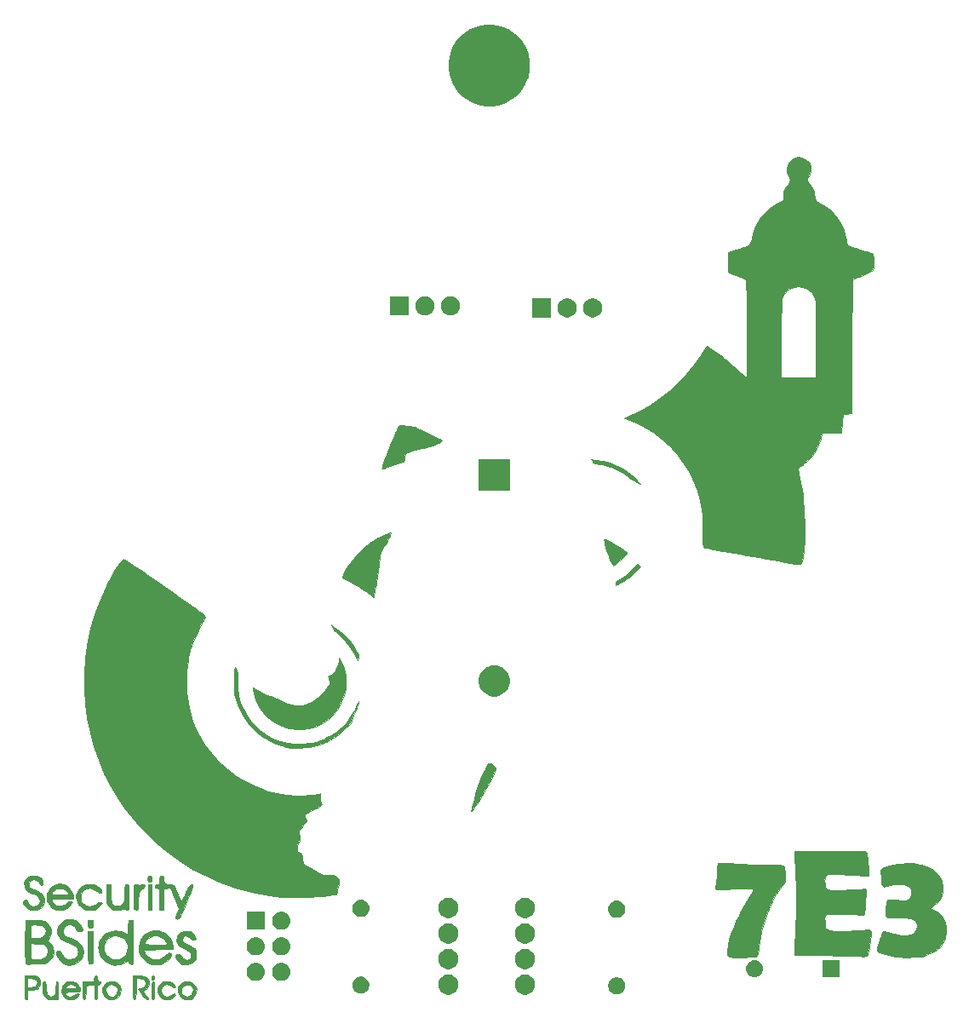
<source format=gbr>
G04 #@! TF.GenerationSoftware,KiCad,Pcbnew,(5.0.2)-1*
G04 #@! TF.CreationDate,2019-07-04T16:34:10-04:00*
G04 #@! TF.ProjectId,LuffyBadge2019_BSides,4c756666-7942-4616-9467-65323031395f,rev?*
G04 #@! TF.SameCoordinates,Original*
G04 #@! TF.FileFunction,Soldermask,Top*
G04 #@! TF.FilePolarity,Negative*
%FSLAX46Y46*%
G04 Gerber Fmt 4.6, Leading zero omitted, Abs format (unit mm)*
G04 Created by KiCad (PCBNEW (5.0.2)-1) date 7/4/2019 4:34:10 PM*
%MOMM*%
%LPD*%
G01*
G04 APERTURE LIST*
%ADD10C,0.010000*%
%ADD11C,0.100000*%
G04 APERTURE END LIST*
D10*
G04 #@! TO.C,G\002A\002A\002A*
G36*
X138174432Y-84016781D02*
X138372411Y-84037055D01*
X138601029Y-84065352D01*
X138837039Y-84098675D01*
X139057198Y-84134027D01*
X139238261Y-84168411D01*
X139315902Y-84186650D01*
X139453822Y-84232817D01*
X139655703Y-84313295D01*
X139907634Y-84421396D01*
X140195703Y-84550434D01*
X140506000Y-84693721D01*
X140824613Y-84844571D01*
X141137631Y-84996298D01*
X141431141Y-85142213D01*
X141691233Y-85275630D01*
X141903996Y-85389862D01*
X142055517Y-85478223D01*
X142131886Y-85534025D01*
X142137990Y-85543167D01*
X142108321Y-85612166D01*
X141994609Y-85701551D01*
X141810424Y-85802807D01*
X141569340Y-85907420D01*
X141538427Y-85919339D01*
X141407576Y-85962995D01*
X141196415Y-86026111D01*
X140923409Y-86103503D01*
X140607023Y-86189984D01*
X140265721Y-86280368D01*
X140104039Y-86322187D01*
X139761587Y-86411847D01*
X139439389Y-86499527D01*
X139154927Y-86580211D01*
X138925682Y-86648884D01*
X138769138Y-86700526D01*
X138724044Y-86718194D01*
X138498477Y-86817972D01*
X138439377Y-87215332D01*
X138409611Y-87403923D01*
X138383504Y-87548843D01*
X138365731Y-87624656D01*
X138363168Y-87629802D01*
X138311642Y-87650920D01*
X138179791Y-87698577D01*
X137983856Y-87767078D01*
X137740079Y-87850727D01*
X137537132Y-87919469D01*
X137243781Y-88019354D01*
X136962729Y-88116931D01*
X136717553Y-88203879D01*
X136531831Y-88271880D01*
X136460972Y-88299229D01*
X136316010Y-88349077D01*
X136219388Y-88366219D01*
X136193738Y-88353876D01*
X136210990Y-88267870D01*
X136259041Y-88102545D01*
X136332330Y-87873672D01*
X136425296Y-87597023D01*
X136532378Y-87288367D01*
X136648016Y-86963478D01*
X136766650Y-86638124D01*
X136882718Y-86328078D01*
X136990661Y-86049109D01*
X137084917Y-85816990D01*
X137104243Y-85771497D01*
X137244363Y-85451593D01*
X137389325Y-85131862D01*
X137532172Y-84826548D01*
X137665947Y-84549898D01*
X137783693Y-84316156D01*
X137878453Y-84139568D01*
X137943270Y-84034380D01*
X137963366Y-84012286D01*
X138030335Y-84007526D01*
X138174432Y-84016781D01*
X138174432Y-84016781D01*
G37*
X138174432Y-84016781D02*
X138372411Y-84037055D01*
X138601029Y-84065352D01*
X138837039Y-84098675D01*
X139057198Y-84134027D01*
X139238261Y-84168411D01*
X139315902Y-84186650D01*
X139453822Y-84232817D01*
X139655703Y-84313295D01*
X139907634Y-84421396D01*
X140195703Y-84550434D01*
X140506000Y-84693721D01*
X140824613Y-84844571D01*
X141137631Y-84996298D01*
X141431141Y-85142213D01*
X141691233Y-85275630D01*
X141903996Y-85389862D01*
X142055517Y-85478223D01*
X142131886Y-85534025D01*
X142137990Y-85543167D01*
X142108321Y-85612166D01*
X141994609Y-85701551D01*
X141810424Y-85802807D01*
X141569340Y-85907420D01*
X141538427Y-85919339D01*
X141407576Y-85962995D01*
X141196415Y-86026111D01*
X140923409Y-86103503D01*
X140607023Y-86189984D01*
X140265721Y-86280368D01*
X140104039Y-86322187D01*
X139761587Y-86411847D01*
X139439389Y-86499527D01*
X139154927Y-86580211D01*
X138925682Y-86648884D01*
X138769138Y-86700526D01*
X138724044Y-86718194D01*
X138498477Y-86817972D01*
X138439377Y-87215332D01*
X138409611Y-87403923D01*
X138383504Y-87548843D01*
X138365731Y-87624656D01*
X138363168Y-87629802D01*
X138311642Y-87650920D01*
X138179791Y-87698577D01*
X137983856Y-87767078D01*
X137740079Y-87850727D01*
X137537132Y-87919469D01*
X137243781Y-88019354D01*
X136962729Y-88116931D01*
X136717553Y-88203879D01*
X136531831Y-88271880D01*
X136460972Y-88299229D01*
X136316010Y-88349077D01*
X136219388Y-88366219D01*
X136193738Y-88353876D01*
X136210990Y-88267870D01*
X136259041Y-88102545D01*
X136332330Y-87873672D01*
X136425296Y-87597023D01*
X136532378Y-87288367D01*
X136648016Y-86963478D01*
X136766650Y-86638124D01*
X136882718Y-86328078D01*
X136990661Y-86049109D01*
X137084917Y-85816990D01*
X137104243Y-85771497D01*
X137244363Y-85451593D01*
X137389325Y-85131862D01*
X137532172Y-84826548D01*
X137665947Y-84549898D01*
X137783693Y-84316156D01*
X137878453Y-84139568D01*
X137943270Y-84034380D01*
X137963366Y-84012286D01*
X138030335Y-84007526D01*
X138174432Y-84016781D01*
G36*
X157385258Y-87474596D02*
X158154269Y-87577555D01*
X158887138Y-87770346D01*
X159589871Y-88055588D01*
X160268476Y-88435897D01*
X160928961Y-88913890D01*
X161186661Y-89130606D01*
X161306770Y-89241611D01*
X161446453Y-89379614D01*
X161589863Y-89527654D01*
X161721154Y-89668768D01*
X161824479Y-89785994D01*
X161883990Y-89862369D01*
X161889247Y-89882645D01*
X161841194Y-89858961D01*
X161723030Y-89795907D01*
X161553589Y-89703635D01*
X161389948Y-89613488D01*
X161150649Y-89473476D01*
X160908734Y-89319275D01*
X160700950Y-89174814D01*
X160616438Y-89109739D01*
X160185074Y-88800681D01*
X159688332Y-88515917D01*
X159153961Y-88267496D01*
X158609715Y-88067463D01*
X158083344Y-87927867D01*
X157776103Y-87876704D01*
X157532902Y-87844739D01*
X157369064Y-87813763D01*
X157262604Y-87775120D01*
X157191539Y-87720156D01*
X157133886Y-87640218D01*
X157121058Y-87618827D01*
X157019864Y-87447316D01*
X157385258Y-87474596D01*
X157385258Y-87474596D01*
G37*
X157385258Y-87474596D02*
X158154269Y-87577555D01*
X158887138Y-87770346D01*
X159589871Y-88055588D01*
X160268476Y-88435897D01*
X160928961Y-88913890D01*
X161186661Y-89130606D01*
X161306770Y-89241611D01*
X161446453Y-89379614D01*
X161589863Y-89527654D01*
X161721154Y-89668768D01*
X161824479Y-89785994D01*
X161883990Y-89862369D01*
X161889247Y-89882645D01*
X161841194Y-89858961D01*
X161723030Y-89795907D01*
X161553589Y-89703635D01*
X161389948Y-89613488D01*
X161150649Y-89473476D01*
X160908734Y-89319275D01*
X160700950Y-89174814D01*
X160616438Y-89109739D01*
X160185074Y-88800681D01*
X159688332Y-88515917D01*
X159153961Y-88267496D01*
X158609715Y-88067463D01*
X158083344Y-87927867D01*
X157776103Y-87876704D01*
X157532902Y-87844739D01*
X157369064Y-87813763D01*
X157262604Y-87775120D01*
X157191539Y-87720156D01*
X157133886Y-87640218D01*
X157121058Y-87618827D01*
X157019864Y-87447316D01*
X157385258Y-87474596D01*
G36*
X177896742Y-57403598D02*
X178187472Y-57497061D01*
X178448738Y-57663282D01*
X178663681Y-57902340D01*
X178731043Y-58014820D01*
X178815688Y-58253343D01*
X178848638Y-58527626D01*
X178833022Y-58809699D01*
X178771967Y-59071589D01*
X178668601Y-59285325D01*
X178577556Y-59387395D01*
X178500797Y-59502900D01*
X178506785Y-59657968D01*
X178596745Y-59857698D01*
X178740694Y-60067104D01*
X178913947Y-60301656D01*
X179032901Y-60491169D01*
X179111098Y-60666508D01*
X179162085Y-60858534D01*
X179199407Y-61098110D01*
X179201932Y-61118047D01*
X179232876Y-61325647D01*
X179268209Y-61503530D01*
X179301353Y-61619703D01*
X179308165Y-61634687D01*
X179379697Y-61708213D01*
X179514516Y-61802698D01*
X179678520Y-61895078D01*
X180287448Y-62256686D01*
X180831370Y-62692288D01*
X181304690Y-63194242D01*
X181701808Y-63754904D01*
X182017126Y-64366630D01*
X182245047Y-65021779D01*
X182357775Y-65553006D01*
X182389963Y-65754821D01*
X182419242Y-65929514D01*
X182439709Y-66041951D01*
X182440953Y-66047990D01*
X182461291Y-66092687D01*
X182511240Y-66136551D01*
X182603859Y-66185282D01*
X182752208Y-66244579D01*
X182969346Y-66320141D01*
X183268332Y-66417668D01*
X183342175Y-66441292D01*
X183654092Y-66539623D01*
X183960343Y-66633962D01*
X184236442Y-66716922D01*
X184457900Y-66781117D01*
X184570026Y-66811638D01*
X184794449Y-66881275D01*
X184935969Y-66956169D01*
X185000662Y-67023822D01*
X185046176Y-67147646D01*
X185079624Y-67345580D01*
X185099760Y-67590507D01*
X185105338Y-67855309D01*
X185095112Y-68112870D01*
X185067836Y-68336073D01*
X185062268Y-68364573D01*
X185002880Y-68650647D01*
X184560333Y-68876316D01*
X184317662Y-68993055D01*
X184023746Y-69124079D01*
X183723347Y-69249812D01*
X183555376Y-69315803D01*
X182992966Y-69529620D01*
X182931603Y-76177879D01*
X182923950Y-76992056D01*
X182916293Y-77777896D01*
X182908705Y-78529415D01*
X182901256Y-79240627D01*
X182894019Y-79905548D01*
X182887065Y-80518192D01*
X182880466Y-81072576D01*
X182874294Y-81562713D01*
X182868620Y-81982620D01*
X182863517Y-82326311D01*
X182859056Y-82587801D01*
X182855308Y-82761106D01*
X182852347Y-82840240D01*
X182851680Y-82844696D01*
X182795801Y-82857677D01*
X182664122Y-82875538D01*
X182482309Y-82894919D01*
X182431966Y-82899614D01*
X182030812Y-82935972D01*
X181973120Y-83597695D01*
X181947932Y-83872194D01*
X181921743Y-84133345D01*
X181897613Y-84351991D01*
X181878603Y-84498974D01*
X181878262Y-84501202D01*
X181841096Y-84742986D01*
X181452387Y-84743217D01*
X181228273Y-84746565D01*
X180947197Y-84755363D01*
X180653758Y-84768062D01*
X180503758Y-84776121D01*
X179943838Y-84808793D01*
X179805516Y-85373986D01*
X179609930Y-86004520D01*
X179345519Y-86566193D01*
X179004958Y-87069713D01*
X178580922Y-87525788D01*
X178066089Y-87945128D01*
X178028832Y-87971705D01*
X177846013Y-88101649D01*
X177693382Y-88211145D01*
X177590740Y-88285933D01*
X177559633Y-88309657D01*
X177555796Y-88369041D01*
X177572600Y-88510067D01*
X177607212Y-88715319D01*
X177656799Y-88967377D01*
X177696835Y-89153082D01*
X177832968Y-89797665D01*
X177944815Y-90408009D01*
X178034207Y-91003241D01*
X178102978Y-91602486D01*
X178152961Y-92224871D01*
X178185989Y-92889521D01*
X178203895Y-93615563D01*
X178208511Y-94422122D01*
X178208361Y-94490681D01*
X178206280Y-94991627D01*
X178202580Y-95405136D01*
X178196625Y-95745570D01*
X178187775Y-96027293D01*
X178175391Y-96264666D01*
X178158836Y-96472052D01*
X178137471Y-96663813D01*
X178110658Y-96854312D01*
X178100369Y-96920201D01*
X178044154Y-97247129D01*
X177990355Y-97485750D01*
X177931900Y-97649118D01*
X177861713Y-97750285D01*
X177772721Y-97802304D01*
X177657849Y-97818230D01*
X177613907Y-97817817D01*
X177443673Y-97808263D01*
X177295325Y-97793418D01*
X177271493Y-97789871D01*
X176768986Y-97706184D01*
X176221606Y-97613755D01*
X175637759Y-97514086D01*
X175025851Y-97408682D01*
X174394286Y-97299045D01*
X173751470Y-97186679D01*
X173105808Y-97073088D01*
X172465707Y-96959774D01*
X171839571Y-96848242D01*
X171235806Y-96739994D01*
X170662818Y-96636533D01*
X170129011Y-96539365D01*
X169642791Y-96449990D01*
X169212564Y-96369914D01*
X168846736Y-96300640D01*
X168553711Y-96243670D01*
X168341894Y-96200508D01*
X168219693Y-96172658D01*
X168202895Y-96167877D01*
X168175219Y-96153726D01*
X168153580Y-96123342D01*
X168137235Y-96065374D01*
X168125439Y-95968467D01*
X168117452Y-95821267D01*
X168112530Y-95612420D01*
X168109929Y-95330573D01*
X168108907Y-94964373D01*
X168108751Y-94729035D01*
X168103157Y-94050307D01*
X168085240Y-93455237D01*
X168052652Y-92926167D01*
X168003044Y-92445440D01*
X167934068Y-91995398D01*
X167843376Y-91558387D01*
X167728619Y-91116747D01*
X167587449Y-90652823D01*
X167552267Y-90544966D01*
X167176678Y-89565659D01*
X166712334Y-88630002D01*
X166164722Y-87743703D01*
X165539334Y-86912467D01*
X164841660Y-86142001D01*
X164077187Y-85438011D01*
X163251408Y-84806205D01*
X162369810Y-84252289D01*
X161437884Y-83781970D01*
X160792524Y-83518120D01*
X160593350Y-83441520D01*
X160435867Y-83376153D01*
X160340571Y-83330804D01*
X160321682Y-83316337D01*
X160364655Y-83284919D01*
X160478545Y-83226753D01*
X160640038Y-83153618D01*
X160664780Y-83142999D01*
X161742003Y-82633048D01*
X162787911Y-82037689D01*
X163793600Y-81364615D01*
X164750166Y-80621515D01*
X165648708Y-79816081D01*
X166480321Y-78956004D01*
X167236101Y-78048975D01*
X167907147Y-77102685D01*
X168196555Y-76636749D01*
X168342599Y-76400362D01*
X168450785Y-76249140D01*
X168526598Y-76176132D01*
X168566037Y-76168714D01*
X168646867Y-76214325D01*
X168793568Y-76311533D01*
X168991480Y-76449657D01*
X169225940Y-76618016D01*
X169482288Y-76805928D01*
X169745862Y-77002713D01*
X170002002Y-77197690D01*
X170236046Y-77380178D01*
X170311749Y-77440501D01*
X170518587Y-77611347D01*
X170776896Y-77832160D01*
X171064011Y-78083138D01*
X171357267Y-78344478D01*
X171620967Y-78584370D01*
X172409518Y-79310436D01*
X172412161Y-79296493D01*
X175846243Y-79296493D01*
X179358467Y-79296493D01*
X179356896Y-75695190D01*
X179355960Y-75087944D01*
X179353766Y-74502441D01*
X179350429Y-73947927D01*
X179346065Y-73433643D01*
X179340787Y-72968832D01*
X179334711Y-72562739D01*
X179327952Y-72224606D01*
X179320626Y-71963677D01*
X179312846Y-71789193D01*
X179307507Y-71725789D01*
X179238262Y-71378510D01*
X179120642Y-71095600D01*
X178938332Y-70849228D01*
X178675013Y-70611558D01*
X178637068Y-70582203D01*
X178323840Y-70400854D01*
X177964691Y-70288120D01*
X177586796Y-70247014D01*
X177217327Y-70280549D01*
X176890122Y-70388487D01*
X176698012Y-70506189D01*
X176492551Y-70671828D01*
X176296398Y-70862537D01*
X176132210Y-71055447D01*
X176022648Y-71227691D01*
X175998335Y-71288493D01*
X175982929Y-71388904D01*
X175967417Y-71582373D01*
X175952008Y-71860154D01*
X175936913Y-72213501D01*
X175922341Y-72633669D01*
X175908503Y-73111912D01*
X175895609Y-73639484D01*
X175883870Y-74207641D01*
X175873496Y-74807636D01*
X175864696Y-75430723D01*
X175857681Y-76068158D01*
X175852662Y-76711194D01*
X175849849Y-77351087D01*
X175849572Y-77476753D01*
X175846243Y-79296493D01*
X172412161Y-79296493D01*
X172451856Y-79087132D01*
X172456200Y-79013525D01*
X172459771Y-78848469D01*
X172462605Y-78600598D01*
X172464734Y-78278542D01*
X172466192Y-77890935D01*
X172467014Y-77446407D01*
X172467232Y-76953593D01*
X172466882Y-76421123D01*
X172465996Y-75857630D01*
X172464609Y-75271746D01*
X172462753Y-74672103D01*
X172460464Y-74067334D01*
X172457775Y-73466070D01*
X172454720Y-72876945D01*
X172451332Y-72308589D01*
X172447646Y-71769636D01*
X172443695Y-71268718D01*
X172439513Y-70814466D01*
X172435133Y-70415513D01*
X172430591Y-70080491D01*
X172425918Y-69818033D01*
X172421150Y-69636770D01*
X172416320Y-69545335D01*
X172414440Y-69535899D01*
X172364385Y-69513995D01*
X172235130Y-69462623D01*
X172042802Y-69388051D01*
X171803526Y-69296550D01*
X171616189Y-69225576D01*
X171343937Y-69121739D01*
X171098166Y-69026005D01*
X170897851Y-68945920D01*
X170761968Y-68889027D01*
X170717886Y-68868435D01*
X170678310Y-68844180D01*
X170649105Y-68810374D01*
X170628711Y-68752754D01*
X170615564Y-68657053D01*
X170608102Y-68509006D01*
X170604764Y-68294349D01*
X170603986Y-67998816D01*
X170604060Y-67829071D01*
X170604762Y-66851002D01*
X171151254Y-66689709D01*
X171449531Y-66596541D01*
X171786993Y-66483200D01*
X172108731Y-66368387D01*
X172237109Y-66319926D01*
X172483481Y-66222732D01*
X172655825Y-66140530D01*
X172771415Y-66052085D01*
X172847525Y-65936162D01*
X172901430Y-65771523D01*
X172950403Y-65536935D01*
X172973166Y-65415076D01*
X173148722Y-64748249D01*
X173421256Y-64106087D01*
X173787559Y-63495189D01*
X174112525Y-63072532D01*
X174505738Y-62657116D01*
X174926863Y-62314828D01*
X175407260Y-62021285D01*
X175574288Y-61935796D01*
X176091311Y-61681291D01*
X176108757Y-61182679D01*
X176119758Y-60944383D01*
X176137086Y-60780131D01*
X176167101Y-60662160D01*
X176216161Y-60562710D01*
X176268715Y-60484368D01*
X176383088Y-60323836D01*
X176516949Y-60135586D01*
X176586851Y-60037133D01*
X176682810Y-59881770D01*
X176746601Y-59739955D01*
X176762475Y-59666643D01*
X176739993Y-59558090D01*
X176681413Y-59397571D01*
X176609770Y-59241182D01*
X176481018Y-58884966D01*
X176452741Y-58529276D01*
X176525029Y-58179999D01*
X176591195Y-58024871D01*
X176776362Y-57755735D01*
X177016359Y-57558961D01*
X177294327Y-57434627D01*
X177593408Y-57382813D01*
X177896742Y-57403598D01*
X177896742Y-57403598D01*
G37*
X177896742Y-57403598D02*
X178187472Y-57497061D01*
X178448738Y-57663282D01*
X178663681Y-57902340D01*
X178731043Y-58014820D01*
X178815688Y-58253343D01*
X178848638Y-58527626D01*
X178833022Y-58809699D01*
X178771967Y-59071589D01*
X178668601Y-59285325D01*
X178577556Y-59387395D01*
X178500797Y-59502900D01*
X178506785Y-59657968D01*
X178596745Y-59857698D01*
X178740694Y-60067104D01*
X178913947Y-60301656D01*
X179032901Y-60491169D01*
X179111098Y-60666508D01*
X179162085Y-60858534D01*
X179199407Y-61098110D01*
X179201932Y-61118047D01*
X179232876Y-61325647D01*
X179268209Y-61503530D01*
X179301353Y-61619703D01*
X179308165Y-61634687D01*
X179379697Y-61708213D01*
X179514516Y-61802698D01*
X179678520Y-61895078D01*
X180287448Y-62256686D01*
X180831370Y-62692288D01*
X181304690Y-63194242D01*
X181701808Y-63754904D01*
X182017126Y-64366630D01*
X182245047Y-65021779D01*
X182357775Y-65553006D01*
X182389963Y-65754821D01*
X182419242Y-65929514D01*
X182439709Y-66041951D01*
X182440953Y-66047990D01*
X182461291Y-66092687D01*
X182511240Y-66136551D01*
X182603859Y-66185282D01*
X182752208Y-66244579D01*
X182969346Y-66320141D01*
X183268332Y-66417668D01*
X183342175Y-66441292D01*
X183654092Y-66539623D01*
X183960343Y-66633962D01*
X184236442Y-66716922D01*
X184457900Y-66781117D01*
X184570026Y-66811638D01*
X184794449Y-66881275D01*
X184935969Y-66956169D01*
X185000662Y-67023822D01*
X185046176Y-67147646D01*
X185079624Y-67345580D01*
X185099760Y-67590507D01*
X185105338Y-67855309D01*
X185095112Y-68112870D01*
X185067836Y-68336073D01*
X185062268Y-68364573D01*
X185002880Y-68650647D01*
X184560333Y-68876316D01*
X184317662Y-68993055D01*
X184023746Y-69124079D01*
X183723347Y-69249812D01*
X183555376Y-69315803D01*
X182992966Y-69529620D01*
X182931603Y-76177879D01*
X182923950Y-76992056D01*
X182916293Y-77777896D01*
X182908705Y-78529415D01*
X182901256Y-79240627D01*
X182894019Y-79905548D01*
X182887065Y-80518192D01*
X182880466Y-81072576D01*
X182874294Y-81562713D01*
X182868620Y-81982620D01*
X182863517Y-82326311D01*
X182859056Y-82587801D01*
X182855308Y-82761106D01*
X182852347Y-82840240D01*
X182851680Y-82844696D01*
X182795801Y-82857677D01*
X182664122Y-82875538D01*
X182482309Y-82894919D01*
X182431966Y-82899614D01*
X182030812Y-82935972D01*
X181973120Y-83597695D01*
X181947932Y-83872194D01*
X181921743Y-84133345D01*
X181897613Y-84351991D01*
X181878603Y-84498974D01*
X181878262Y-84501202D01*
X181841096Y-84742986D01*
X181452387Y-84743217D01*
X181228273Y-84746565D01*
X180947197Y-84755363D01*
X180653758Y-84768062D01*
X180503758Y-84776121D01*
X179943838Y-84808793D01*
X179805516Y-85373986D01*
X179609930Y-86004520D01*
X179345519Y-86566193D01*
X179004958Y-87069713D01*
X178580922Y-87525788D01*
X178066089Y-87945128D01*
X178028832Y-87971705D01*
X177846013Y-88101649D01*
X177693382Y-88211145D01*
X177590740Y-88285933D01*
X177559633Y-88309657D01*
X177555796Y-88369041D01*
X177572600Y-88510067D01*
X177607212Y-88715319D01*
X177656799Y-88967377D01*
X177696835Y-89153082D01*
X177832968Y-89797665D01*
X177944815Y-90408009D01*
X178034207Y-91003241D01*
X178102978Y-91602486D01*
X178152961Y-92224871D01*
X178185989Y-92889521D01*
X178203895Y-93615563D01*
X178208511Y-94422122D01*
X178208361Y-94490681D01*
X178206280Y-94991627D01*
X178202580Y-95405136D01*
X178196625Y-95745570D01*
X178187775Y-96027293D01*
X178175391Y-96264666D01*
X178158836Y-96472052D01*
X178137471Y-96663813D01*
X178110658Y-96854312D01*
X178100369Y-96920201D01*
X178044154Y-97247129D01*
X177990355Y-97485750D01*
X177931900Y-97649118D01*
X177861713Y-97750285D01*
X177772721Y-97802304D01*
X177657849Y-97818230D01*
X177613907Y-97817817D01*
X177443673Y-97808263D01*
X177295325Y-97793418D01*
X177271493Y-97789871D01*
X176768986Y-97706184D01*
X176221606Y-97613755D01*
X175637759Y-97514086D01*
X175025851Y-97408682D01*
X174394286Y-97299045D01*
X173751470Y-97186679D01*
X173105808Y-97073088D01*
X172465707Y-96959774D01*
X171839571Y-96848242D01*
X171235806Y-96739994D01*
X170662818Y-96636533D01*
X170129011Y-96539365D01*
X169642791Y-96449990D01*
X169212564Y-96369914D01*
X168846736Y-96300640D01*
X168553711Y-96243670D01*
X168341894Y-96200508D01*
X168219693Y-96172658D01*
X168202895Y-96167877D01*
X168175219Y-96153726D01*
X168153580Y-96123342D01*
X168137235Y-96065374D01*
X168125439Y-95968467D01*
X168117452Y-95821267D01*
X168112530Y-95612420D01*
X168109929Y-95330573D01*
X168108907Y-94964373D01*
X168108751Y-94729035D01*
X168103157Y-94050307D01*
X168085240Y-93455237D01*
X168052652Y-92926167D01*
X168003044Y-92445440D01*
X167934068Y-91995398D01*
X167843376Y-91558387D01*
X167728619Y-91116747D01*
X167587449Y-90652823D01*
X167552267Y-90544966D01*
X167176678Y-89565659D01*
X166712334Y-88630002D01*
X166164722Y-87743703D01*
X165539334Y-86912467D01*
X164841660Y-86142001D01*
X164077187Y-85438011D01*
X163251408Y-84806205D01*
X162369810Y-84252289D01*
X161437884Y-83781970D01*
X160792524Y-83518120D01*
X160593350Y-83441520D01*
X160435867Y-83376153D01*
X160340571Y-83330804D01*
X160321682Y-83316337D01*
X160364655Y-83284919D01*
X160478545Y-83226753D01*
X160640038Y-83153618D01*
X160664780Y-83142999D01*
X161742003Y-82633048D01*
X162787911Y-82037689D01*
X163793600Y-81364615D01*
X164750166Y-80621515D01*
X165648708Y-79816081D01*
X166480321Y-78956004D01*
X167236101Y-78048975D01*
X167907147Y-77102685D01*
X168196555Y-76636749D01*
X168342599Y-76400362D01*
X168450785Y-76249140D01*
X168526598Y-76176132D01*
X168566037Y-76168714D01*
X168646867Y-76214325D01*
X168793568Y-76311533D01*
X168991480Y-76449657D01*
X169225940Y-76618016D01*
X169482288Y-76805928D01*
X169745862Y-77002713D01*
X170002002Y-77197690D01*
X170236046Y-77380178D01*
X170311749Y-77440501D01*
X170518587Y-77611347D01*
X170776896Y-77832160D01*
X171064011Y-78083138D01*
X171357267Y-78344478D01*
X171620967Y-78584370D01*
X172409518Y-79310436D01*
X172412161Y-79296493D01*
X175846243Y-79296493D01*
X179358467Y-79296493D01*
X179356896Y-75695190D01*
X179355960Y-75087944D01*
X179353766Y-74502441D01*
X179350429Y-73947927D01*
X179346065Y-73433643D01*
X179340787Y-72968832D01*
X179334711Y-72562739D01*
X179327952Y-72224606D01*
X179320626Y-71963677D01*
X179312846Y-71789193D01*
X179307507Y-71725789D01*
X179238262Y-71378510D01*
X179120642Y-71095600D01*
X178938332Y-70849228D01*
X178675013Y-70611558D01*
X178637068Y-70582203D01*
X178323840Y-70400854D01*
X177964691Y-70288120D01*
X177586796Y-70247014D01*
X177217327Y-70280549D01*
X176890122Y-70388487D01*
X176698012Y-70506189D01*
X176492551Y-70671828D01*
X176296398Y-70862537D01*
X176132210Y-71055447D01*
X176022648Y-71227691D01*
X175998335Y-71288493D01*
X175982929Y-71388904D01*
X175967417Y-71582373D01*
X175952008Y-71860154D01*
X175936913Y-72213501D01*
X175922341Y-72633669D01*
X175908503Y-73111912D01*
X175895609Y-73639484D01*
X175883870Y-74207641D01*
X175873496Y-74807636D01*
X175864696Y-75430723D01*
X175857681Y-76068158D01*
X175852662Y-76711194D01*
X175849849Y-77351087D01*
X175849572Y-77476753D01*
X175846243Y-79296493D01*
X172412161Y-79296493D01*
X172451856Y-79087132D01*
X172456200Y-79013525D01*
X172459771Y-78848469D01*
X172462605Y-78600598D01*
X172464734Y-78278542D01*
X172466192Y-77890935D01*
X172467014Y-77446407D01*
X172467232Y-76953593D01*
X172466882Y-76421123D01*
X172465996Y-75857630D01*
X172464609Y-75271746D01*
X172462753Y-74672103D01*
X172460464Y-74067334D01*
X172457775Y-73466070D01*
X172454720Y-72876945D01*
X172451332Y-72308589D01*
X172447646Y-71769636D01*
X172443695Y-71268718D01*
X172439513Y-70814466D01*
X172435133Y-70415513D01*
X172430591Y-70080491D01*
X172425918Y-69818033D01*
X172421150Y-69636770D01*
X172416320Y-69545335D01*
X172414440Y-69535899D01*
X172364385Y-69513995D01*
X172235130Y-69462623D01*
X172042802Y-69388051D01*
X171803526Y-69296550D01*
X171616189Y-69225576D01*
X171343937Y-69121739D01*
X171098166Y-69026005D01*
X170897851Y-68945920D01*
X170761968Y-68889027D01*
X170717886Y-68868435D01*
X170678310Y-68844180D01*
X170649105Y-68810374D01*
X170628711Y-68752754D01*
X170615564Y-68657053D01*
X170608102Y-68509006D01*
X170604764Y-68294349D01*
X170603986Y-67998816D01*
X170604060Y-67829071D01*
X170604762Y-66851002D01*
X171151254Y-66689709D01*
X171449531Y-66596541D01*
X171786993Y-66483200D01*
X172108731Y-66368387D01*
X172237109Y-66319926D01*
X172483481Y-66222732D01*
X172655825Y-66140530D01*
X172771415Y-66052085D01*
X172847525Y-65936162D01*
X172901430Y-65771523D01*
X172950403Y-65536935D01*
X172973166Y-65415076D01*
X173148722Y-64748249D01*
X173421256Y-64106087D01*
X173787559Y-63495189D01*
X174112525Y-63072532D01*
X174505738Y-62657116D01*
X174926863Y-62314828D01*
X175407260Y-62021285D01*
X175574288Y-61935796D01*
X176091311Y-61681291D01*
X176108757Y-61182679D01*
X176119758Y-60944383D01*
X176137086Y-60780131D01*
X176167101Y-60662160D01*
X176216161Y-60562710D01*
X176268715Y-60484368D01*
X176383088Y-60323836D01*
X176516949Y-60135586D01*
X176586851Y-60037133D01*
X176682810Y-59881770D01*
X176746601Y-59739955D01*
X176762475Y-59666643D01*
X176739993Y-59558090D01*
X176681413Y-59397571D01*
X176609770Y-59241182D01*
X176481018Y-58884966D01*
X176452741Y-58529276D01*
X176525029Y-58179999D01*
X176591195Y-58024871D01*
X176776362Y-57755735D01*
X177016359Y-57558961D01*
X177294327Y-57434627D01*
X177593408Y-57382813D01*
X177896742Y-57403598D01*
G36*
X158454429Y-95395617D02*
X158602404Y-95442186D01*
X158813320Y-95538488D01*
X159068700Y-95673141D01*
X159350068Y-95834762D01*
X159638950Y-96011968D01*
X159916867Y-96193374D01*
X160165345Y-96367599D01*
X160365907Y-96523259D01*
X160500077Y-96648970D01*
X160512649Y-96663701D01*
X160533063Y-96711102D01*
X160514900Y-96774805D01*
X160448387Y-96870705D01*
X160323753Y-97014695D01*
X160242112Y-97103726D01*
X160095424Y-97252597D01*
X159918398Y-97417965D01*
X159728646Y-97585098D01*
X159543783Y-97739266D01*
X159381419Y-97865738D01*
X159259170Y-97949780D01*
X159198067Y-97976965D01*
X159164136Y-97934781D01*
X159098245Y-97821762D01*
X159012341Y-97658922D01*
X158975582Y-97585617D01*
X158876725Y-97366277D01*
X158765680Y-97088455D01*
X158650543Y-96776012D01*
X158539410Y-96452808D01*
X158440376Y-96142705D01*
X158361539Y-95869563D01*
X158310995Y-95657243D01*
X158300825Y-95596995D01*
X158269101Y-95365543D01*
X158454429Y-95395617D01*
X158454429Y-95395617D01*
G37*
X158454429Y-95395617D02*
X158602404Y-95442186D01*
X158813320Y-95538488D01*
X159068700Y-95673141D01*
X159350068Y-95834762D01*
X159638950Y-96011968D01*
X159916867Y-96193374D01*
X160165345Y-96367599D01*
X160365907Y-96523259D01*
X160500077Y-96648970D01*
X160512649Y-96663701D01*
X160533063Y-96711102D01*
X160514900Y-96774805D01*
X160448387Y-96870705D01*
X160323753Y-97014695D01*
X160242112Y-97103726D01*
X160095424Y-97252597D01*
X159918398Y-97417965D01*
X159728646Y-97585098D01*
X159543783Y-97739266D01*
X159381419Y-97865738D01*
X159259170Y-97949780D01*
X159198067Y-97976965D01*
X159164136Y-97934781D01*
X159098245Y-97821762D01*
X159012341Y-97658922D01*
X158975582Y-97585617D01*
X158876725Y-97366277D01*
X158765680Y-97088455D01*
X158650543Y-96776012D01*
X158539410Y-96452808D01*
X158440376Y-96142705D01*
X158361539Y-95869563D01*
X158310995Y-95657243D01*
X158300825Y-95596995D01*
X158269101Y-95365543D01*
X158454429Y-95395617D01*
G36*
X161861298Y-98074261D02*
X161647765Y-98318543D01*
X161422629Y-98554469D01*
X161143894Y-98814358D01*
X160844799Y-99069040D01*
X160558582Y-99289348D01*
X160473898Y-99348667D01*
X160279647Y-99475057D01*
X160067664Y-99603985D01*
X159858895Y-99723779D01*
X159674285Y-99822762D01*
X159534779Y-99889263D01*
X159463696Y-99911723D01*
X159423943Y-99866757D01*
X159405244Y-99754705D01*
X159404960Y-99736997D01*
X159422904Y-99603683D01*
X159486690Y-99537829D01*
X159510175Y-99528877D01*
X159656028Y-99460788D01*
X159858984Y-99335905D01*
X160101876Y-99167060D01*
X160367535Y-98967087D01*
X160638795Y-98748818D01*
X160898488Y-98525086D01*
X161087152Y-98350045D01*
X161628784Y-97826761D01*
X161861298Y-98074261D01*
X161861298Y-98074261D01*
G37*
X161861298Y-98074261D02*
X161647765Y-98318543D01*
X161422629Y-98554469D01*
X161143894Y-98814358D01*
X160844799Y-99069040D01*
X160558582Y-99289348D01*
X160473898Y-99348667D01*
X160279647Y-99475057D01*
X160067664Y-99603985D01*
X159858895Y-99723779D01*
X159674285Y-99822762D01*
X159534779Y-99889263D01*
X159463696Y-99911723D01*
X159423943Y-99866757D01*
X159405244Y-99754705D01*
X159404960Y-99736997D01*
X159422904Y-99603683D01*
X159486690Y-99537829D01*
X159510175Y-99528877D01*
X159656028Y-99460788D01*
X159858984Y-99335905D01*
X160101876Y-99167060D01*
X160367535Y-98967087D01*
X160638795Y-98748818D01*
X160898488Y-98525086D01*
X161087152Y-98350045D01*
X161628784Y-97826761D01*
X161861298Y-98074261D01*
G36*
X137028757Y-94939952D02*
X136966545Y-95085903D01*
X136858906Y-95299448D01*
X136715772Y-95562746D01*
X136547076Y-95857954D01*
X136362750Y-96167231D01*
X136195302Y-96437175D01*
X136134087Y-96538079D01*
X136087454Y-96632253D01*
X136051309Y-96737987D01*
X136021559Y-96873572D01*
X135994110Y-97057297D01*
X135964870Y-97307454D01*
X135933288Y-97607916D01*
X135896350Y-97950297D01*
X135855310Y-98304161D01*
X135814018Y-98637937D01*
X135776327Y-98920056D01*
X135757815Y-99046393D01*
X135723006Y-99261547D01*
X135678505Y-99520591D01*
X135627595Y-99806129D01*
X135573562Y-100100764D01*
X135519692Y-100387102D01*
X135469268Y-100647747D01*
X135425576Y-100865303D01*
X135391902Y-101022373D01*
X135371530Y-101101563D01*
X135368597Y-101107463D01*
X135324934Y-101084104D01*
X135223799Y-101011300D01*
X135086307Y-100904322D01*
X135073898Y-100894366D01*
X134718468Y-100626989D01*
X134295317Y-100339215D01*
X133831300Y-100048325D01*
X133353272Y-99771597D01*
X133193028Y-99684184D01*
X132950752Y-99552496D01*
X132729882Y-99429317D01*
X132551524Y-99326637D01*
X132436785Y-99256445D01*
X132420410Y-99245304D01*
X132281568Y-99146440D01*
X132387004Y-98829182D01*
X132541465Y-98469331D01*
X132773086Y-98072688D01*
X133070292Y-97652363D01*
X133421509Y-97221468D01*
X133815165Y-96793117D01*
X134239685Y-96380420D01*
X134683497Y-95996490D01*
X135135026Y-95654440D01*
X135271724Y-95560976D01*
X135529676Y-95398044D01*
X135811839Y-95234538D01*
X136100200Y-95079390D01*
X136376749Y-94941530D01*
X136623473Y-94829888D01*
X136822361Y-94753395D01*
X136955402Y-94720981D01*
X136966901Y-94720471D01*
X137103791Y-94719739D01*
X137028757Y-94939952D01*
X137028757Y-94939952D01*
G37*
X137028757Y-94939952D02*
X136966545Y-95085903D01*
X136858906Y-95299448D01*
X136715772Y-95562746D01*
X136547076Y-95857954D01*
X136362750Y-96167231D01*
X136195302Y-96437175D01*
X136134087Y-96538079D01*
X136087454Y-96632253D01*
X136051309Y-96737987D01*
X136021559Y-96873572D01*
X135994110Y-97057297D01*
X135964870Y-97307454D01*
X135933288Y-97607916D01*
X135896350Y-97950297D01*
X135855310Y-98304161D01*
X135814018Y-98637937D01*
X135776327Y-98920056D01*
X135757815Y-99046393D01*
X135723006Y-99261547D01*
X135678505Y-99520591D01*
X135627595Y-99806129D01*
X135573562Y-100100764D01*
X135519692Y-100387102D01*
X135469268Y-100647747D01*
X135425576Y-100865303D01*
X135391902Y-101022373D01*
X135371530Y-101101563D01*
X135368597Y-101107463D01*
X135324934Y-101084104D01*
X135223799Y-101011300D01*
X135086307Y-100904322D01*
X135073898Y-100894366D01*
X134718468Y-100626989D01*
X134295317Y-100339215D01*
X133831300Y-100048325D01*
X133353272Y-99771597D01*
X133193028Y-99684184D01*
X132950752Y-99552496D01*
X132729882Y-99429317D01*
X132551524Y-99326637D01*
X132436785Y-99256445D01*
X132420410Y-99245304D01*
X132281568Y-99146440D01*
X132387004Y-98829182D01*
X132541465Y-98469331D01*
X132773086Y-98072688D01*
X133070292Y-97652363D01*
X133421509Y-97221468D01*
X133815165Y-96793117D01*
X134239685Y-96380420D01*
X134683497Y-95996490D01*
X135135026Y-95654440D01*
X135271724Y-95560976D01*
X135529676Y-95398044D01*
X135811839Y-95234538D01*
X136100200Y-95079390D01*
X136376749Y-94941530D01*
X136623473Y-94829888D01*
X136822361Y-94753395D01*
X136955402Y-94720981D01*
X136966901Y-94720471D01*
X137103791Y-94719739D01*
X137028757Y-94939952D01*
G36*
X131435302Y-104056768D02*
X131954085Y-104419514D01*
X132414593Y-104818135D01*
X132836593Y-105272409D01*
X133239852Y-105802114D01*
X133368158Y-105990771D01*
X133560897Y-106283548D01*
X133702243Y-106507581D01*
X133798323Y-106678121D01*
X133855260Y-106810424D01*
X133879182Y-106919740D01*
X133876213Y-107021325D01*
X133852479Y-107130430D01*
X133841495Y-107169436D01*
X133769104Y-107419739D01*
X133581795Y-107018457D01*
X133268561Y-106438835D01*
X132884818Y-105879728D01*
X132450332Y-105366524D01*
X131984866Y-104924614D01*
X131894140Y-104850475D01*
X131720166Y-104696900D01*
X131563765Y-104532526D01*
X131455912Y-104390245D01*
X131447974Y-104376700D01*
X131351356Y-104210333D01*
X131255321Y-104053551D01*
X131229098Y-104012904D01*
X131130773Y-103863784D01*
X131435302Y-104056768D01*
X131435302Y-104056768D01*
G37*
X131435302Y-104056768D02*
X131954085Y-104419514D01*
X132414593Y-104818135D01*
X132836593Y-105272409D01*
X133239852Y-105802114D01*
X133368158Y-105990771D01*
X133560897Y-106283548D01*
X133702243Y-106507581D01*
X133798323Y-106678121D01*
X133855260Y-106810424D01*
X133879182Y-106919740D01*
X133876213Y-107021325D01*
X133852479Y-107130430D01*
X133841495Y-107169436D01*
X133769104Y-107419739D01*
X133581795Y-107018457D01*
X133268561Y-106438835D01*
X132884818Y-105879728D01*
X132450332Y-105366524D01*
X131984866Y-104924614D01*
X131894140Y-104850475D01*
X131720166Y-104696900D01*
X131563765Y-104532526D01*
X131455912Y-104390245D01*
X131447974Y-104376700D01*
X131351356Y-104210333D01*
X131255321Y-104053551D01*
X131229098Y-104012904D01*
X131130773Y-103863784D01*
X131435302Y-104056768D01*
G36*
X132083772Y-107394666D02*
X132199117Y-107628902D01*
X132316964Y-107931348D01*
X132426779Y-108269250D01*
X132518028Y-108609853D01*
X132580174Y-108920402D01*
X132585051Y-108953213D01*
X132625060Y-109584258D01*
X132571888Y-110229123D01*
X132429554Y-110871373D01*
X132202083Y-111494574D01*
X131893495Y-112082291D01*
X131774386Y-112265883D01*
X131605778Y-112484692D01*
X131382943Y-112734973D01*
X131133908Y-112988214D01*
X130886700Y-113215904D01*
X130670892Y-113388432D01*
X130121092Y-113723468D01*
X129529956Y-113980630D01*
X128912931Y-114156795D01*
X128285464Y-114248840D01*
X127663004Y-114253639D01*
X127060998Y-114168070D01*
X126949057Y-114141042D01*
X126286257Y-113929493D01*
X125694557Y-113653382D01*
X125160979Y-113305548D01*
X124685932Y-112892123D01*
X124258973Y-112402330D01*
X123900774Y-111851815D01*
X123620850Y-111258978D01*
X123428717Y-110642218D01*
X123371667Y-110350698D01*
X123351589Y-110205032D01*
X123344323Y-110111235D01*
X123347646Y-110092084D01*
X123395658Y-110117383D01*
X123505458Y-110183750D01*
X123653399Y-110276886D01*
X123655293Y-110278098D01*
X124099098Y-110528172D01*
X124592066Y-110748640D01*
X125046243Y-110905653D01*
X125248433Y-110975800D01*
X125504247Y-111080735D01*
X125778559Y-111205366D01*
X125999698Y-111315339D01*
X126446820Y-111537265D01*
X126831732Y-111701865D01*
X127171859Y-111815238D01*
X127484620Y-111883486D01*
X127689888Y-111907181D01*
X128190957Y-111902107D01*
X128652518Y-111806760D01*
X128998987Y-111665076D01*
X129231423Y-111526390D01*
X129494255Y-111334203D01*
X129772986Y-111102873D01*
X130053121Y-110846759D01*
X130320164Y-110580218D01*
X130559619Y-110317610D01*
X130756990Y-110073292D01*
X130897782Y-109861622D01*
X130961127Y-109721549D01*
X130993055Y-109573804D01*
X130983764Y-109438840D01*
X130935238Y-109277607D01*
X130876068Y-109101355D01*
X130857858Y-108997075D01*
X130885207Y-108941650D01*
X130962714Y-108911965D01*
X131009992Y-108901879D01*
X131198122Y-108816973D01*
X131384771Y-108647649D01*
X131559033Y-108410854D01*
X131710004Y-108123536D01*
X131826781Y-107802644D01*
X131887419Y-107538137D01*
X131950124Y-107165986D01*
X132083772Y-107394666D01*
X132083772Y-107394666D01*
G37*
X132083772Y-107394666D02*
X132199117Y-107628902D01*
X132316964Y-107931348D01*
X132426779Y-108269250D01*
X132518028Y-108609853D01*
X132580174Y-108920402D01*
X132585051Y-108953213D01*
X132625060Y-109584258D01*
X132571888Y-110229123D01*
X132429554Y-110871373D01*
X132202083Y-111494574D01*
X131893495Y-112082291D01*
X131774386Y-112265883D01*
X131605778Y-112484692D01*
X131382943Y-112734973D01*
X131133908Y-112988214D01*
X130886700Y-113215904D01*
X130670892Y-113388432D01*
X130121092Y-113723468D01*
X129529956Y-113980630D01*
X128912931Y-114156795D01*
X128285464Y-114248840D01*
X127663004Y-114253639D01*
X127060998Y-114168070D01*
X126949057Y-114141042D01*
X126286257Y-113929493D01*
X125694557Y-113653382D01*
X125160979Y-113305548D01*
X124685932Y-112892123D01*
X124258973Y-112402330D01*
X123900774Y-111851815D01*
X123620850Y-111258978D01*
X123428717Y-110642218D01*
X123371667Y-110350698D01*
X123351589Y-110205032D01*
X123344323Y-110111235D01*
X123347646Y-110092084D01*
X123395658Y-110117383D01*
X123505458Y-110183750D01*
X123653399Y-110276886D01*
X123655293Y-110278098D01*
X124099098Y-110528172D01*
X124592066Y-110748640D01*
X125046243Y-110905653D01*
X125248433Y-110975800D01*
X125504247Y-111080735D01*
X125778559Y-111205366D01*
X125999698Y-111315339D01*
X126446820Y-111537265D01*
X126831732Y-111701865D01*
X127171859Y-111815238D01*
X127484620Y-111883486D01*
X127689888Y-111907181D01*
X128190957Y-111902107D01*
X128652518Y-111806760D01*
X128998987Y-111665076D01*
X129231423Y-111526390D01*
X129494255Y-111334203D01*
X129772986Y-111102873D01*
X130053121Y-110846759D01*
X130320164Y-110580218D01*
X130559619Y-110317610D01*
X130756990Y-110073292D01*
X130897782Y-109861622D01*
X130961127Y-109721549D01*
X130993055Y-109573804D01*
X130983764Y-109438840D01*
X130935238Y-109277607D01*
X130876068Y-109101355D01*
X130857858Y-108997075D01*
X130885207Y-108941650D01*
X130962714Y-108911965D01*
X131009992Y-108901879D01*
X131198122Y-108816973D01*
X131384771Y-108647649D01*
X131559033Y-108410854D01*
X131710004Y-108123536D01*
X131826781Y-107802644D01*
X131887419Y-107538137D01*
X131950124Y-107165986D01*
X132083772Y-107394666D01*
G36*
X121745076Y-108361423D02*
X121798942Y-108479138D01*
X121835121Y-108581580D01*
X121856179Y-108691702D01*
X121864679Y-108832459D01*
X121863186Y-109026803D01*
X121854263Y-109297689D01*
X121853110Y-109328557D01*
X121862912Y-110135182D01*
X121956685Y-110887683D01*
X122136957Y-111593016D01*
X122406255Y-112258139D01*
X122767107Y-112890007D01*
X123222039Y-113495578D01*
X123467122Y-113771000D01*
X124043995Y-114316183D01*
X124672244Y-114776256D01*
X125344408Y-115149189D01*
X126053028Y-115432953D01*
X126790645Y-115625517D01*
X127549801Y-115724853D01*
X128323034Y-115728931D01*
X129102887Y-115635722D01*
X129754660Y-115481621D01*
X130056769Y-115376111D01*
X130408650Y-115225424D01*
X130778618Y-115045451D01*
X131134991Y-114852081D01*
X131446087Y-114661208D01*
X131587125Y-114562517D01*
X132156852Y-114081203D01*
X132674758Y-113529747D01*
X133127642Y-112925315D01*
X133502307Y-112285075D01*
X133730832Y-111774258D01*
X133804639Y-111591888D01*
X133852514Y-111497224D01*
X133880379Y-111481284D01*
X133893355Y-111527740D01*
X133878267Y-111622220D01*
X133823728Y-111798284D01*
X133733557Y-112045366D01*
X133611573Y-112352899D01*
X133489468Y-112645164D01*
X133069932Y-113629759D01*
X132506685Y-114190164D01*
X131906173Y-114730945D01*
X131285355Y-115175724D01*
X130634749Y-115529723D01*
X129944876Y-115798168D01*
X129269830Y-115973559D01*
X129079446Y-116002685D01*
X128812513Y-116029861D01*
X128494286Y-116053086D01*
X128150019Y-116070362D01*
X127973097Y-116076223D01*
X127642519Y-116084437D01*
X127390785Y-116087421D01*
X127194988Y-116083252D01*
X127032221Y-116070007D01*
X126879577Y-116045764D01*
X126714149Y-116008601D01*
X126513033Y-115956594D01*
X126496944Y-115952326D01*
X125691080Y-115688618D01*
X124940451Y-115342286D01*
X124249442Y-114918009D01*
X123622442Y-114420465D01*
X123063837Y-113854334D01*
X122578014Y-113224294D01*
X122169361Y-112535023D01*
X121842265Y-111791199D01*
X121601111Y-110997502D01*
X121526815Y-110652004D01*
X121499493Y-110436528D01*
X121481636Y-110146527D01*
X121473035Y-109808818D01*
X121473479Y-109450219D01*
X121482760Y-109097547D01*
X121500666Y-108777620D01*
X121526989Y-108517255D01*
X121544332Y-108412325D01*
X121611282Y-108081463D01*
X121745076Y-108361423D01*
X121745076Y-108361423D01*
G37*
X121745076Y-108361423D02*
X121798942Y-108479138D01*
X121835121Y-108581580D01*
X121856179Y-108691702D01*
X121864679Y-108832459D01*
X121863186Y-109026803D01*
X121854263Y-109297689D01*
X121853110Y-109328557D01*
X121862912Y-110135182D01*
X121956685Y-110887683D01*
X122136957Y-111593016D01*
X122406255Y-112258139D01*
X122767107Y-112890007D01*
X123222039Y-113495578D01*
X123467122Y-113771000D01*
X124043995Y-114316183D01*
X124672244Y-114776256D01*
X125344408Y-115149189D01*
X126053028Y-115432953D01*
X126790645Y-115625517D01*
X127549801Y-115724853D01*
X128323034Y-115728931D01*
X129102887Y-115635722D01*
X129754660Y-115481621D01*
X130056769Y-115376111D01*
X130408650Y-115225424D01*
X130778618Y-115045451D01*
X131134991Y-114852081D01*
X131446087Y-114661208D01*
X131587125Y-114562517D01*
X132156852Y-114081203D01*
X132674758Y-113529747D01*
X133127642Y-112925315D01*
X133502307Y-112285075D01*
X133730832Y-111774258D01*
X133804639Y-111591888D01*
X133852514Y-111497224D01*
X133880379Y-111481284D01*
X133893355Y-111527740D01*
X133878267Y-111622220D01*
X133823728Y-111798284D01*
X133733557Y-112045366D01*
X133611573Y-112352899D01*
X133489468Y-112645164D01*
X133069932Y-113629759D01*
X132506685Y-114190164D01*
X131906173Y-114730945D01*
X131285355Y-115175724D01*
X130634749Y-115529723D01*
X129944876Y-115798168D01*
X129269830Y-115973559D01*
X129079446Y-116002685D01*
X128812513Y-116029861D01*
X128494286Y-116053086D01*
X128150019Y-116070362D01*
X127973097Y-116076223D01*
X127642519Y-116084437D01*
X127390785Y-116087421D01*
X127194988Y-116083252D01*
X127032221Y-116070007D01*
X126879577Y-116045764D01*
X126714149Y-116008601D01*
X126513033Y-115956594D01*
X126496944Y-115952326D01*
X125691080Y-115688618D01*
X124940451Y-115342286D01*
X124249442Y-114918009D01*
X123622442Y-114420465D01*
X123063837Y-113854334D01*
X122578014Y-113224294D01*
X122169361Y-112535023D01*
X121842265Y-111791199D01*
X121601111Y-110997502D01*
X121526815Y-110652004D01*
X121499493Y-110436528D01*
X121481636Y-110146527D01*
X121473035Y-109808818D01*
X121473479Y-109450219D01*
X121482760Y-109097547D01*
X121500666Y-108777620D01*
X121526989Y-108517255D01*
X121544332Y-108412325D01*
X121611282Y-108081463D01*
X121745076Y-108361423D01*
G36*
X147069947Y-117651570D02*
X147098112Y-117669062D01*
X147225748Y-117767904D01*
X147356779Y-117898469D01*
X147467682Y-118033540D01*
X147534931Y-118145901D01*
X147544840Y-118185898D01*
X147521321Y-118261949D01*
X147455659Y-118412783D01*
X147355196Y-118624215D01*
X147227275Y-118882063D01*
X147079240Y-119172142D01*
X146918433Y-119480268D01*
X146752196Y-119792257D01*
X146587872Y-120093926D01*
X146432805Y-120371090D01*
X146294336Y-120609565D01*
X146263925Y-120660235D01*
X146122728Y-120888836D01*
X145961859Y-121141510D01*
X145790771Y-121404272D01*
X145618921Y-121663137D01*
X145455763Y-121904118D01*
X145310754Y-122113230D01*
X145193349Y-122276488D01*
X145113002Y-122379905D01*
X145080723Y-122410321D01*
X145085510Y-122364047D01*
X145110453Y-122237917D01*
X145151529Y-122050963D01*
X145204717Y-121822219D01*
X145207098Y-121812224D01*
X145351448Y-121238544D01*
X145509689Y-120665463D01*
X145673164Y-120122517D01*
X145833214Y-119639241D01*
X145892342Y-119474653D01*
X146020506Y-119144967D01*
X146161131Y-118813232D01*
X146306511Y-118494933D01*
X146448939Y-118205552D01*
X146580707Y-117960574D01*
X146694107Y-117775480D01*
X146781432Y-117665756D01*
X146800366Y-117650513D01*
X146892627Y-117598738D01*
X146967064Y-117598130D01*
X147069947Y-117651570D01*
X147069947Y-117651570D01*
G37*
X147069947Y-117651570D02*
X147098112Y-117669062D01*
X147225748Y-117767904D01*
X147356779Y-117898469D01*
X147467682Y-118033540D01*
X147534931Y-118145901D01*
X147544840Y-118185898D01*
X147521321Y-118261949D01*
X147455659Y-118412783D01*
X147355196Y-118624215D01*
X147227275Y-118882063D01*
X147079240Y-119172142D01*
X146918433Y-119480268D01*
X146752196Y-119792257D01*
X146587872Y-120093926D01*
X146432805Y-120371090D01*
X146294336Y-120609565D01*
X146263925Y-120660235D01*
X146122728Y-120888836D01*
X145961859Y-121141510D01*
X145790771Y-121404272D01*
X145618921Y-121663137D01*
X145455763Y-121904118D01*
X145310754Y-122113230D01*
X145193349Y-122276488D01*
X145113002Y-122379905D01*
X145080723Y-122410321D01*
X145085510Y-122364047D01*
X145110453Y-122237917D01*
X145151529Y-122050963D01*
X145204717Y-121822219D01*
X145207098Y-121812224D01*
X145351448Y-121238544D01*
X145509689Y-120665463D01*
X145673164Y-120122517D01*
X145833214Y-119639241D01*
X145892342Y-119474653D01*
X146020506Y-119144967D01*
X146161131Y-118813232D01*
X146306511Y-118494933D01*
X146448939Y-118205552D01*
X146580707Y-117960574D01*
X146694107Y-117775480D01*
X146781432Y-117665756D01*
X146800366Y-117650513D01*
X146892627Y-117598738D01*
X146967064Y-117598130D01*
X147069947Y-117651570D01*
G36*
X113195180Y-128814383D02*
X113275121Y-128938631D01*
X113297125Y-129128775D01*
X113285262Y-129300418D01*
X113245269Y-129393451D01*
X113161501Y-129430300D01*
X113083621Y-129434769D01*
X112980006Y-129420320D01*
X112927654Y-129356778D01*
X112903551Y-129260592D01*
X112886581Y-129049581D01*
X112917838Y-128887002D01*
X112991601Y-128791068D01*
X113056680Y-128773046D01*
X113195180Y-128814383D01*
X113195180Y-128814383D01*
G37*
X113195180Y-128814383D02*
X113275121Y-128938631D01*
X113297125Y-129128775D01*
X113285262Y-129300418D01*
X113245269Y-129393451D01*
X113161501Y-129430300D01*
X113083621Y-129434769D01*
X112980006Y-129420320D01*
X112927654Y-129356778D01*
X112903551Y-129260592D01*
X112886581Y-129049581D01*
X112917838Y-128887002D01*
X112991601Y-128791068D01*
X113056680Y-128773046D01*
X113195180Y-128814383D01*
G36*
X110777184Y-97496059D02*
X110962803Y-97609749D01*
X111222462Y-97776438D01*
X111547327Y-97990002D01*
X111928559Y-98244320D01*
X112357323Y-98533269D01*
X112824783Y-98850727D01*
X113322101Y-99190572D01*
X113840442Y-99546680D01*
X114370968Y-99912930D01*
X114904844Y-100283199D01*
X115433233Y-100651365D01*
X115947298Y-101011306D01*
X116438203Y-101356898D01*
X116897112Y-101682020D01*
X117315187Y-101980549D01*
X117683593Y-102246363D01*
X117993493Y-102473339D01*
X118236051Y-102655355D01*
X118339930Y-102735960D01*
X118483242Y-102860119D01*
X118587568Y-102971236D01*
X118632227Y-103047003D01*
X118632616Y-103051665D01*
X118608165Y-103125996D01*
X118541410Y-103268033D01*
X118442243Y-103458077D01*
X118320557Y-103676432D01*
X118307039Y-103699918D01*
X117922670Y-104401639D01*
X117606883Y-105062272D01*
X117350460Y-105706388D01*
X117144181Y-106358556D01*
X116978829Y-107043346D01*
X116901338Y-107446468D01*
X116840733Y-107876857D01*
X116795428Y-108380286D01*
X116766017Y-108929058D01*
X116753093Y-109495477D01*
X116757251Y-110051848D01*
X116779085Y-110570473D01*
X116819190Y-111023657D01*
X116823812Y-111061050D01*
X117006682Y-112106552D01*
X117283414Y-113116904D01*
X117650992Y-114087240D01*
X118106399Y-115012692D01*
X118646617Y-115888394D01*
X119268631Y-116709480D01*
X119969423Y-117471083D01*
X120745976Y-118168336D01*
X121595274Y-118796374D01*
X121635822Y-118823373D01*
X122475815Y-119345385D01*
X123292347Y-119779373D01*
X124101309Y-120131200D01*
X124918591Y-120406732D01*
X125760086Y-120611835D01*
X126641682Y-120752374D01*
X126955060Y-120786655D01*
X127396680Y-120815175D01*
X127893545Y-120822733D01*
X128416078Y-120810680D01*
X128934701Y-120780364D01*
X129419837Y-120733134D01*
X129841908Y-120670340D01*
X129943972Y-120650316D01*
X130082382Y-120621358D01*
X130052408Y-120943194D01*
X130043895Y-121186574D01*
X130074112Y-121375539D01*
X130104880Y-121462128D01*
X130164477Y-121613920D01*
X130189641Y-121728166D01*
X130169697Y-121818559D01*
X130093971Y-121898789D01*
X129951790Y-121982550D01*
X129732479Y-122083534D01*
X129563778Y-122156228D01*
X129217471Y-122306570D01*
X128954872Y-122427152D01*
X128764841Y-122525195D01*
X128636238Y-122607922D01*
X128557921Y-122682554D01*
X128518752Y-122756313D01*
X128507588Y-122836423D01*
X128507565Y-122840958D01*
X128540975Y-123004239D01*
X128615898Y-123145135D01*
X128670369Y-123226895D01*
X128689732Y-123305578D01*
X128667235Y-123397401D01*
X128596129Y-123518580D01*
X128469662Y-123685333D01*
X128310531Y-123878685D01*
X128170040Y-124055927D01*
X128054720Y-124218376D01*
X127981486Y-124341409D01*
X127965974Y-124380297D01*
X127959544Y-124501776D01*
X127978032Y-124673475D01*
X127999996Y-124783291D01*
X128027580Y-124911079D01*
X128037753Y-125018903D01*
X128027218Y-125133507D01*
X127992674Y-125281635D01*
X127930823Y-125490032D01*
X127901015Y-125585668D01*
X127813119Y-125886664D01*
X127765933Y-126108718D01*
X127759802Y-126266344D01*
X127795073Y-126374060D01*
X127872094Y-126446384D01*
X127922195Y-126472009D01*
X128067879Y-126538504D01*
X128159594Y-126599862D01*
X128212786Y-126681716D01*
X128242900Y-126809699D01*
X128265382Y-127009442D01*
X128269105Y-127047739D01*
X128297107Y-127260525D01*
X128334567Y-127445641D01*
X128374525Y-127570483D01*
X128384759Y-127589506D01*
X128464650Y-127666349D01*
X128608912Y-127766007D01*
X128789181Y-127869293D01*
X128826827Y-127888580D01*
X129021893Y-127991019D01*
X129269766Y-128127755D01*
X129536515Y-128279792D01*
X129754660Y-128408007D01*
X129995440Y-128549386D01*
X130171189Y-128644108D01*
X130302481Y-128700614D01*
X130409892Y-128727342D01*
X130513997Y-128732734D01*
X130543638Y-128731654D01*
X130854789Y-128716837D01*
X131082416Y-128708720D01*
X131244690Y-128709327D01*
X131359784Y-128720680D01*
X131445868Y-128744804D01*
X131521115Y-128783720D01*
X131603696Y-128839453D01*
X131620993Y-128851603D01*
X131790435Y-128985010D01*
X131892205Y-129113373D01*
X131935001Y-129263179D01*
X131927523Y-129460912D01*
X131890837Y-129673149D01*
X131839565Y-129912980D01*
X131782338Y-130159448D01*
X131731534Y-130359246D01*
X131731475Y-130359462D01*
X131652456Y-130647881D01*
X131339830Y-130701711D01*
X130876780Y-130768927D01*
X130333876Y-130826743D01*
X129732715Y-130874267D01*
X129094892Y-130910603D01*
X128442001Y-130934858D01*
X127795638Y-130946138D01*
X127177398Y-130943549D01*
X126608876Y-130926196D01*
X126318788Y-130909594D01*
X125462765Y-130822917D01*
X124545846Y-130679192D01*
X123587819Y-130483451D01*
X122608475Y-130240725D01*
X121627602Y-129956045D01*
X120664990Y-129634442D01*
X119740429Y-129280947D01*
X119472495Y-129169029D01*
X118357532Y-128656711D01*
X117297848Y-128092323D01*
X116281312Y-127467449D01*
X115295797Y-126773673D01*
X114329173Y-126002579D01*
X113369311Y-125145751D01*
X112617260Y-124412241D01*
X112086468Y-123861547D01*
X111614164Y-123338096D01*
X111179980Y-122816578D01*
X110763545Y-122271684D01*
X110344491Y-121678106D01*
X109997989Y-121157802D01*
X109246919Y-119913601D01*
X108587208Y-118626607D01*
X108019698Y-117300614D01*
X107545229Y-115939416D01*
X107164642Y-114546808D01*
X106878778Y-113126583D01*
X106688478Y-111682537D01*
X106594583Y-110218462D01*
X106597934Y-108738154D01*
X106699371Y-107245406D01*
X106772755Y-106605310D01*
X106961845Y-105411228D01*
X107220093Y-104246137D01*
X107552249Y-103095045D01*
X107963062Y-101942960D01*
X108457281Y-100774886D01*
X108933234Y-99784469D01*
X109238953Y-99191720D01*
X109511527Y-98690191D01*
X109753535Y-98275771D01*
X109967555Y-97944349D01*
X110156166Y-97691815D01*
X110321945Y-97514059D01*
X110395420Y-97453160D01*
X110531572Y-97352472D01*
X110777184Y-97496059D01*
X110777184Y-97496059D01*
G37*
X110777184Y-97496059D02*
X110962803Y-97609749D01*
X111222462Y-97776438D01*
X111547327Y-97990002D01*
X111928559Y-98244320D01*
X112357323Y-98533269D01*
X112824783Y-98850727D01*
X113322101Y-99190572D01*
X113840442Y-99546680D01*
X114370968Y-99912930D01*
X114904844Y-100283199D01*
X115433233Y-100651365D01*
X115947298Y-101011306D01*
X116438203Y-101356898D01*
X116897112Y-101682020D01*
X117315187Y-101980549D01*
X117683593Y-102246363D01*
X117993493Y-102473339D01*
X118236051Y-102655355D01*
X118339930Y-102735960D01*
X118483242Y-102860119D01*
X118587568Y-102971236D01*
X118632227Y-103047003D01*
X118632616Y-103051665D01*
X118608165Y-103125996D01*
X118541410Y-103268033D01*
X118442243Y-103458077D01*
X118320557Y-103676432D01*
X118307039Y-103699918D01*
X117922670Y-104401639D01*
X117606883Y-105062272D01*
X117350460Y-105706388D01*
X117144181Y-106358556D01*
X116978829Y-107043346D01*
X116901338Y-107446468D01*
X116840733Y-107876857D01*
X116795428Y-108380286D01*
X116766017Y-108929058D01*
X116753093Y-109495477D01*
X116757251Y-110051848D01*
X116779085Y-110570473D01*
X116819190Y-111023657D01*
X116823812Y-111061050D01*
X117006682Y-112106552D01*
X117283414Y-113116904D01*
X117650992Y-114087240D01*
X118106399Y-115012692D01*
X118646617Y-115888394D01*
X119268631Y-116709480D01*
X119969423Y-117471083D01*
X120745976Y-118168336D01*
X121595274Y-118796374D01*
X121635822Y-118823373D01*
X122475815Y-119345385D01*
X123292347Y-119779373D01*
X124101309Y-120131200D01*
X124918591Y-120406732D01*
X125760086Y-120611835D01*
X126641682Y-120752374D01*
X126955060Y-120786655D01*
X127396680Y-120815175D01*
X127893545Y-120822733D01*
X128416078Y-120810680D01*
X128934701Y-120780364D01*
X129419837Y-120733134D01*
X129841908Y-120670340D01*
X129943972Y-120650316D01*
X130082382Y-120621358D01*
X130052408Y-120943194D01*
X130043895Y-121186574D01*
X130074112Y-121375539D01*
X130104880Y-121462128D01*
X130164477Y-121613920D01*
X130189641Y-121728166D01*
X130169697Y-121818559D01*
X130093971Y-121898789D01*
X129951790Y-121982550D01*
X129732479Y-122083534D01*
X129563778Y-122156228D01*
X129217471Y-122306570D01*
X128954872Y-122427152D01*
X128764841Y-122525195D01*
X128636238Y-122607922D01*
X128557921Y-122682554D01*
X128518752Y-122756313D01*
X128507588Y-122836423D01*
X128507565Y-122840958D01*
X128540975Y-123004239D01*
X128615898Y-123145135D01*
X128670369Y-123226895D01*
X128689732Y-123305578D01*
X128667235Y-123397401D01*
X128596129Y-123518580D01*
X128469662Y-123685333D01*
X128310531Y-123878685D01*
X128170040Y-124055927D01*
X128054720Y-124218376D01*
X127981486Y-124341409D01*
X127965974Y-124380297D01*
X127959544Y-124501776D01*
X127978032Y-124673475D01*
X127999996Y-124783291D01*
X128027580Y-124911079D01*
X128037753Y-125018903D01*
X128027218Y-125133507D01*
X127992674Y-125281635D01*
X127930823Y-125490032D01*
X127901015Y-125585668D01*
X127813119Y-125886664D01*
X127765933Y-126108718D01*
X127759802Y-126266344D01*
X127795073Y-126374060D01*
X127872094Y-126446384D01*
X127922195Y-126472009D01*
X128067879Y-126538504D01*
X128159594Y-126599862D01*
X128212786Y-126681716D01*
X128242900Y-126809699D01*
X128265382Y-127009442D01*
X128269105Y-127047739D01*
X128297107Y-127260525D01*
X128334567Y-127445641D01*
X128374525Y-127570483D01*
X128384759Y-127589506D01*
X128464650Y-127666349D01*
X128608912Y-127766007D01*
X128789181Y-127869293D01*
X128826827Y-127888580D01*
X129021893Y-127991019D01*
X129269766Y-128127755D01*
X129536515Y-128279792D01*
X129754660Y-128408007D01*
X129995440Y-128549386D01*
X130171189Y-128644108D01*
X130302481Y-128700614D01*
X130409892Y-128727342D01*
X130513997Y-128732734D01*
X130543638Y-128731654D01*
X130854789Y-128716837D01*
X131082416Y-128708720D01*
X131244690Y-128709327D01*
X131359784Y-128720680D01*
X131445868Y-128744804D01*
X131521115Y-128783720D01*
X131603696Y-128839453D01*
X131620993Y-128851603D01*
X131790435Y-128985010D01*
X131892205Y-129113373D01*
X131935001Y-129263179D01*
X131927523Y-129460912D01*
X131890837Y-129673149D01*
X131839565Y-129912980D01*
X131782338Y-130159448D01*
X131731534Y-130359246D01*
X131731475Y-130359462D01*
X131652456Y-130647881D01*
X131339830Y-130701711D01*
X130876780Y-130768927D01*
X130333876Y-130826743D01*
X129732715Y-130874267D01*
X129094892Y-130910603D01*
X128442001Y-130934858D01*
X127795638Y-130946138D01*
X127177398Y-130943549D01*
X126608876Y-130926196D01*
X126318788Y-130909594D01*
X125462765Y-130822917D01*
X124545846Y-130679192D01*
X123587819Y-130483451D01*
X122608475Y-130240725D01*
X121627602Y-129956045D01*
X120664990Y-129634442D01*
X119740429Y-129280947D01*
X119472495Y-129169029D01*
X118357532Y-128656711D01*
X117297848Y-128092323D01*
X116281312Y-127467449D01*
X115295797Y-126773673D01*
X114329173Y-126002579D01*
X113369311Y-125145751D01*
X112617260Y-124412241D01*
X112086468Y-123861547D01*
X111614164Y-123338096D01*
X111179980Y-122816578D01*
X110763545Y-122271684D01*
X110344491Y-121678106D01*
X109997989Y-121157802D01*
X109246919Y-119913601D01*
X108587208Y-118626607D01*
X108019698Y-117300614D01*
X107545229Y-115939416D01*
X107164642Y-114546808D01*
X106878778Y-113126583D01*
X106688478Y-111682537D01*
X106594583Y-110218462D01*
X106597934Y-108738154D01*
X106699371Y-107245406D01*
X106772755Y-106605310D01*
X106961845Y-105411228D01*
X107220093Y-104246137D01*
X107552249Y-103095045D01*
X107963062Y-101942960D01*
X108457281Y-100774886D01*
X108933234Y-99784469D01*
X109238953Y-99191720D01*
X109511527Y-98690191D01*
X109753535Y-98275771D01*
X109967555Y-97944349D01*
X110156166Y-97691815D01*
X110321945Y-97514059D01*
X110395420Y-97453160D01*
X110531572Y-97352472D01*
X110777184Y-97496059D01*
G36*
X113287926Y-132183467D02*
X112931614Y-132183467D01*
X112931614Y-129689278D01*
X113287926Y-129689278D01*
X113287926Y-132183467D01*
X113287926Y-132183467D01*
G37*
X113287926Y-132183467D02*
X112931614Y-132183467D01*
X112931614Y-129689278D01*
X113287926Y-129689278D01*
X113287926Y-132183467D01*
G36*
X112568704Y-129649616D02*
X112617722Y-129752335D01*
X112616051Y-129834564D01*
X112562235Y-129951726D01*
X112422061Y-130056872D01*
X112401484Y-130067979D01*
X112255244Y-130152537D01*
X112148159Y-130240969D01*
X112073749Y-130350614D01*
X112025531Y-130498809D01*
X111997025Y-130702894D01*
X111981748Y-130980207D01*
X111975871Y-131206504D01*
X111968262Y-131544181D01*
X111959293Y-131793469D01*
X111946025Y-131967769D01*
X111925521Y-132080481D01*
X111894842Y-132145007D01*
X111851050Y-132174749D01*
X111791208Y-132183108D01*
X111761693Y-132183467D01*
X111618113Y-132147461D01*
X111559056Y-132085010D01*
X111544169Y-132007512D01*
X111531477Y-131847127D01*
X111521159Y-131622752D01*
X111513392Y-131353283D01*
X111508356Y-131057616D01*
X111506230Y-130754648D01*
X111507191Y-130463275D01*
X111511419Y-130202395D01*
X111519092Y-129990903D01*
X111530388Y-129847696D01*
X111537525Y-129807329D01*
X111605816Y-129693298D01*
X111730580Y-129660302D01*
X111888522Y-129696352D01*
X112018148Y-129728127D01*
X112144509Y-129713716D01*
X112269124Y-129670073D01*
X112452014Y-129621963D01*
X112568704Y-129649616D01*
X112568704Y-129649616D01*
G37*
X112568704Y-129649616D02*
X112617722Y-129752335D01*
X112616051Y-129834564D01*
X112562235Y-129951726D01*
X112422061Y-130056872D01*
X112401484Y-130067979D01*
X112255244Y-130152537D01*
X112148159Y-130240969D01*
X112073749Y-130350614D01*
X112025531Y-130498809D01*
X111997025Y-130702894D01*
X111981748Y-130980207D01*
X111975871Y-131206504D01*
X111968262Y-131544181D01*
X111959293Y-131793469D01*
X111946025Y-131967769D01*
X111925521Y-132080481D01*
X111894842Y-132145007D01*
X111851050Y-132174749D01*
X111791208Y-132183108D01*
X111761693Y-132183467D01*
X111618113Y-132147461D01*
X111559056Y-132085010D01*
X111544169Y-132007512D01*
X111531477Y-131847127D01*
X111521159Y-131622752D01*
X111513392Y-131353283D01*
X111508356Y-131057616D01*
X111506230Y-130754648D01*
X111507191Y-130463275D01*
X111511419Y-130202395D01*
X111519092Y-129990903D01*
X111530388Y-129847696D01*
X111537525Y-129807329D01*
X111605816Y-129693298D01*
X111730580Y-129660302D01*
X111888522Y-129696352D01*
X112018148Y-129728127D01*
X112144509Y-129713716D01*
X112269124Y-129670073D01*
X112452014Y-129621963D01*
X112568704Y-129649616D01*
G36*
X110951234Y-129681339D02*
X110995554Y-129736834D01*
X111010114Y-129813639D01*
X111022642Y-129973715D01*
X111032967Y-130198546D01*
X111040919Y-130469614D01*
X111046326Y-130768405D01*
X111049019Y-131076402D01*
X111048827Y-131375089D01*
X111045580Y-131645949D01*
X111039106Y-131870467D01*
X111029235Y-132030127D01*
X111017350Y-132102951D01*
X110945295Y-132165764D01*
X110820996Y-132180201D01*
X110682955Y-132144031D01*
X110646898Y-132124415D01*
X110559634Y-132094539D01*
X110443606Y-132112856D01*
X110341147Y-132149866D01*
X110155763Y-132200162D01*
X109933335Y-132226726D01*
X109711023Y-132228505D01*
X109525984Y-132204443D01*
X109444840Y-132175305D01*
X109307658Y-132077753D01*
X109148058Y-131933434D01*
X108999064Y-131775247D01*
X108893702Y-131636091D01*
X108880725Y-131613349D01*
X108852182Y-131530180D01*
X108831609Y-131397054D01*
X108818092Y-131200910D01*
X108810718Y-130928687D01*
X108808567Y-130582588D01*
X108808567Y-129689278D01*
X109215782Y-129689278D01*
X109216805Y-130287375D01*
X109224382Y-130720668D01*
X109246498Y-131062421D01*
X109284705Y-131322065D01*
X109340557Y-131509034D01*
X109415605Y-131632757D01*
X109442675Y-131659454D01*
X109645331Y-131773511D01*
X109880940Y-131812928D01*
X110119605Y-131780706D01*
X110331430Y-131679846D01*
X110457195Y-131557620D01*
X110497157Y-131493933D01*
X110526847Y-131415407D01*
X110548573Y-131305001D01*
X110564646Y-131145672D01*
X110577373Y-130920380D01*
X110589063Y-130612083D01*
X110590293Y-130575142D01*
X110602927Y-130248296D01*
X110617037Y-130010069D01*
X110634151Y-129847276D01*
X110655798Y-129746731D01*
X110683506Y-129695249D01*
X110693166Y-129687440D01*
X110833772Y-129641273D01*
X110951234Y-129681339D01*
X110951234Y-129681339D01*
G37*
X110951234Y-129681339D02*
X110995554Y-129736834D01*
X111010114Y-129813639D01*
X111022642Y-129973715D01*
X111032967Y-130198546D01*
X111040919Y-130469614D01*
X111046326Y-130768405D01*
X111049019Y-131076402D01*
X111048827Y-131375089D01*
X111045580Y-131645949D01*
X111039106Y-131870467D01*
X111029235Y-132030127D01*
X111017350Y-132102951D01*
X110945295Y-132165764D01*
X110820996Y-132180201D01*
X110682955Y-132144031D01*
X110646898Y-132124415D01*
X110559634Y-132094539D01*
X110443606Y-132112856D01*
X110341147Y-132149866D01*
X110155763Y-132200162D01*
X109933335Y-132226726D01*
X109711023Y-132228505D01*
X109525984Y-132204443D01*
X109444840Y-132175305D01*
X109307658Y-132077753D01*
X109148058Y-131933434D01*
X108999064Y-131775247D01*
X108893702Y-131636091D01*
X108880725Y-131613349D01*
X108852182Y-131530180D01*
X108831609Y-131397054D01*
X108818092Y-131200910D01*
X108810718Y-130928687D01*
X108808567Y-130582588D01*
X108808567Y-129689278D01*
X109215782Y-129689278D01*
X109216805Y-130287375D01*
X109224382Y-130720668D01*
X109246498Y-131062421D01*
X109284705Y-131322065D01*
X109340557Y-131509034D01*
X109415605Y-131632757D01*
X109442675Y-131659454D01*
X109645331Y-131773511D01*
X109880940Y-131812928D01*
X110119605Y-131780706D01*
X110331430Y-131679846D01*
X110457195Y-131557620D01*
X110497157Y-131493933D01*
X110526847Y-131415407D01*
X110548573Y-131305001D01*
X110564646Y-131145672D01*
X110577373Y-130920380D01*
X110589063Y-130612083D01*
X110590293Y-130575142D01*
X110602927Y-130248296D01*
X110617037Y-130010069D01*
X110634151Y-129847276D01*
X110655798Y-129746731D01*
X110683506Y-129695249D01*
X110693166Y-129687440D01*
X110833772Y-129641273D01*
X110951234Y-129681339D01*
G36*
X107430650Y-129637524D02*
X107755989Y-129745893D01*
X107769663Y-129752825D01*
X107975975Y-129880268D01*
X108143465Y-130023566D01*
X108264020Y-130168970D01*
X108329527Y-130302731D01*
X108331875Y-130411100D01*
X108262949Y-130480329D01*
X108207535Y-130494907D01*
X108081255Y-130468135D01*
X107900093Y-130362142D01*
X107817259Y-130301085D01*
X107574538Y-130134418D01*
X107364205Y-130043292D01*
X107159010Y-130020742D01*
X106931704Y-130059805D01*
X106903889Y-130067649D01*
X106634236Y-130190042D01*
X106431583Y-130369823D01*
X106296991Y-130589975D01*
X106231520Y-130833478D01*
X106236230Y-131083316D01*
X106312184Y-131322469D01*
X106460441Y-131533921D01*
X106682061Y-131700651D01*
X106798796Y-131753832D01*
X107095583Y-131819671D01*
X107388780Y-131786701D01*
X107685211Y-131653881D01*
X107756189Y-131607992D01*
X107907087Y-131511330D01*
X108032761Y-131442125D01*
X108095942Y-131417984D01*
X108260492Y-131416035D01*
X108340720Y-131466226D01*
X108350451Y-131510931D01*
X108311968Y-131602863D01*
X108211345Y-131730435D01*
X108070827Y-131872332D01*
X107912654Y-132007242D01*
X107759069Y-132113849D01*
X107677637Y-132155669D01*
X107479541Y-132206683D01*
X107227511Y-132229103D01*
X106963572Y-132223016D01*
X106729750Y-132188507D01*
X106619790Y-132153506D01*
X106433514Y-132041127D01*
X106231837Y-131869580D01*
X106046661Y-131669842D01*
X105909890Y-131472890D01*
X105900294Y-131454910D01*
X105813895Y-131185439D01*
X105801358Y-130879447D01*
X105857759Y-130564884D01*
X105978172Y-130269702D01*
X106151677Y-130028119D01*
X106420586Y-129814938D01*
X106739210Y-129676086D01*
X107083810Y-129615601D01*
X107430650Y-129637524D01*
X107430650Y-129637524D01*
G37*
X107430650Y-129637524D02*
X107755989Y-129745893D01*
X107769663Y-129752825D01*
X107975975Y-129880268D01*
X108143465Y-130023566D01*
X108264020Y-130168970D01*
X108329527Y-130302731D01*
X108331875Y-130411100D01*
X108262949Y-130480329D01*
X108207535Y-130494907D01*
X108081255Y-130468135D01*
X107900093Y-130362142D01*
X107817259Y-130301085D01*
X107574538Y-130134418D01*
X107364205Y-130043292D01*
X107159010Y-130020742D01*
X106931704Y-130059805D01*
X106903889Y-130067649D01*
X106634236Y-130190042D01*
X106431583Y-130369823D01*
X106296991Y-130589975D01*
X106231520Y-130833478D01*
X106236230Y-131083316D01*
X106312184Y-131322469D01*
X106460441Y-131533921D01*
X106682061Y-131700651D01*
X106798796Y-131753832D01*
X107095583Y-131819671D01*
X107388780Y-131786701D01*
X107685211Y-131653881D01*
X107756189Y-131607992D01*
X107907087Y-131511330D01*
X108032761Y-131442125D01*
X108095942Y-131417984D01*
X108260492Y-131416035D01*
X108340720Y-131466226D01*
X108350451Y-131510931D01*
X108311968Y-131602863D01*
X108211345Y-131730435D01*
X108070827Y-131872332D01*
X107912654Y-132007242D01*
X107759069Y-132113849D01*
X107677637Y-132155669D01*
X107479541Y-132206683D01*
X107227511Y-132229103D01*
X106963572Y-132223016D01*
X106729750Y-132188507D01*
X106619790Y-132153506D01*
X106433514Y-132041127D01*
X106231837Y-131869580D01*
X106046661Y-131669842D01*
X105909890Y-131472890D01*
X105900294Y-131454910D01*
X105813895Y-131185439D01*
X105801358Y-130879447D01*
X105857759Y-130564884D01*
X105978172Y-130269702D01*
X106151677Y-130028119D01*
X106420586Y-129814938D01*
X106739210Y-129676086D01*
X107083810Y-129615601D01*
X107430650Y-129637524D01*
G36*
X104493070Y-129642999D02*
X104800918Y-129765558D01*
X105066227Y-129964029D01*
X105276341Y-130229815D01*
X105418607Y-130554320D01*
X105468807Y-130793470D01*
X105502681Y-131057781D01*
X104460260Y-131073430D01*
X104049036Y-131082244D01*
X103736179Y-131094985D01*
X103518319Y-131111883D01*
X103392088Y-131133170D01*
X103358051Y-131148979D01*
X103331861Y-131212143D01*
X103364807Y-131310973D01*
X103410111Y-131389852D01*
X103605322Y-131620762D01*
X103848757Y-131766329D01*
X104047862Y-131814420D01*
X104346143Y-131801659D01*
X104627609Y-131692006D01*
X104869074Y-131511335D01*
X105020426Y-131387281D01*
X105139127Y-131331681D01*
X105229234Y-131327187D01*
X105340720Y-131365678D01*
X105387187Y-131424712D01*
X105361269Y-131514784D01*
X105272580Y-131643828D01*
X105140914Y-131791259D01*
X104986065Y-131936495D01*
X104827829Y-132058954D01*
X104712086Y-132126696D01*
X104438635Y-132209964D01*
X104127576Y-132233925D01*
X103822979Y-132198203D01*
X103633815Y-132135953D01*
X103344570Y-131954308D01*
X103110174Y-131706089D01*
X102951012Y-131414280D01*
X102925383Y-131337272D01*
X102865728Y-130971017D01*
X102897093Y-130621347D01*
X102911926Y-130580233D01*
X103362075Y-130580233D01*
X103372164Y-130621857D01*
X103411553Y-130652330D01*
X103493924Y-130673538D01*
X103632959Y-130687366D01*
X103842339Y-130695698D01*
X104135748Y-130700420D01*
X104241728Y-130701410D01*
X104527565Y-130702252D01*
X104727370Y-130698089D01*
X104856859Y-130687324D01*
X104931748Y-130668361D01*
X104967751Y-130639601D01*
X104974050Y-130626987D01*
X104964572Y-130522314D01*
X104883605Y-130388086D01*
X104747297Y-130246547D01*
X104635137Y-130160120D01*
X104444021Y-130078978D01*
X104205510Y-130044868D01*
X103963533Y-130059830D01*
X103772824Y-130120116D01*
X103644903Y-130208696D01*
X103516698Y-130331807D01*
X103414270Y-130460254D01*
X103363679Y-130564846D01*
X103362075Y-130580233D01*
X102911926Y-130580233D01*
X103012312Y-130301998D01*
X103204220Y-130026704D01*
X103465652Y-129809202D01*
X103789443Y-129663226D01*
X103800366Y-129660002D01*
X104155335Y-129604949D01*
X104493070Y-129642999D01*
X104493070Y-129642999D01*
G37*
X104493070Y-129642999D02*
X104800918Y-129765558D01*
X105066227Y-129964029D01*
X105276341Y-130229815D01*
X105418607Y-130554320D01*
X105468807Y-130793470D01*
X105502681Y-131057781D01*
X104460260Y-131073430D01*
X104049036Y-131082244D01*
X103736179Y-131094985D01*
X103518319Y-131111883D01*
X103392088Y-131133170D01*
X103358051Y-131148979D01*
X103331861Y-131212143D01*
X103364807Y-131310973D01*
X103410111Y-131389852D01*
X103605322Y-131620762D01*
X103848757Y-131766329D01*
X104047862Y-131814420D01*
X104346143Y-131801659D01*
X104627609Y-131692006D01*
X104869074Y-131511335D01*
X105020426Y-131387281D01*
X105139127Y-131331681D01*
X105229234Y-131327187D01*
X105340720Y-131365678D01*
X105387187Y-131424712D01*
X105361269Y-131514784D01*
X105272580Y-131643828D01*
X105140914Y-131791259D01*
X104986065Y-131936495D01*
X104827829Y-132058954D01*
X104712086Y-132126696D01*
X104438635Y-132209964D01*
X104127576Y-132233925D01*
X103822979Y-132198203D01*
X103633815Y-132135953D01*
X103344570Y-131954308D01*
X103110174Y-131706089D01*
X102951012Y-131414280D01*
X102925383Y-131337272D01*
X102865728Y-130971017D01*
X102897093Y-130621347D01*
X102911926Y-130580233D01*
X103362075Y-130580233D01*
X103372164Y-130621857D01*
X103411553Y-130652330D01*
X103493924Y-130673538D01*
X103632959Y-130687366D01*
X103842339Y-130695698D01*
X104135748Y-130700420D01*
X104241728Y-130701410D01*
X104527565Y-130702252D01*
X104727370Y-130698089D01*
X104856859Y-130687324D01*
X104931748Y-130668361D01*
X104967751Y-130639601D01*
X104974050Y-130626987D01*
X104964572Y-130522314D01*
X104883605Y-130388086D01*
X104747297Y-130246547D01*
X104635137Y-130160120D01*
X104444021Y-130078978D01*
X104205510Y-130044868D01*
X103963533Y-130059830D01*
X103772824Y-130120116D01*
X103644903Y-130208696D01*
X103516698Y-130331807D01*
X103414270Y-130460254D01*
X103363679Y-130564846D01*
X103362075Y-130580233D01*
X102911926Y-130580233D01*
X103012312Y-130301998D01*
X103204220Y-130026704D01*
X103465652Y-129809202D01*
X103789443Y-129663226D01*
X103800366Y-129660002D01*
X104155335Y-129604949D01*
X104493070Y-129642999D01*
G36*
X101907473Y-128810785D02*
X102159619Y-128917127D01*
X102350040Y-129081759D01*
X102465987Y-129294370D01*
X102496554Y-129492951D01*
X102469036Y-129649330D01*
X102395969Y-129723276D01*
X102292189Y-129714316D01*
X102172534Y-129621975D01*
X102086384Y-129506034D01*
X101933184Y-129312171D01*
X101760757Y-129207816D01*
X101576050Y-129180260D01*
X101362300Y-129224870D01*
X101196994Y-129347914D01*
X101100303Y-129533213D01*
X101092441Y-129568125D01*
X101078360Y-129735817D01*
X101113762Y-129871640D01*
X101209772Y-129986229D01*
X101377516Y-130090215D01*
X101628123Y-130194231D01*
X101814788Y-130258424D01*
X102141814Y-130407263D01*
X102390886Y-130609520D01*
X102556499Y-130857450D01*
X102633145Y-131143307D01*
X102625924Y-131399394D01*
X102537302Y-131673436D01*
X102371364Y-131902791D01*
X102145925Y-132079010D01*
X101878803Y-132193648D01*
X101587814Y-132238256D01*
X101290776Y-132204390D01*
X101087406Y-132128782D01*
X100909179Y-132009940D01*
X100751725Y-131850156D01*
X100627455Y-131670604D01*
X100548783Y-131492456D01*
X100528121Y-131336883D01*
X100565357Y-131238312D01*
X100679257Y-131166292D01*
X100808068Y-131180561D01*
X100924443Y-131274787D01*
X100959332Y-131329512D01*
X101119678Y-131571779D01*
X101300205Y-131739352D01*
X101487498Y-131820975D01*
X101552498Y-131827154D01*
X101797806Y-131787542D01*
X101997281Y-131678353D01*
X102133913Y-131514055D01*
X102190692Y-131309117D01*
X102191333Y-131283754D01*
X102160047Y-131063697D01*
X102059884Y-130887138D01*
X101881391Y-130744796D01*
X101615110Y-130627394D01*
X101478708Y-130584412D01*
X101155904Y-130464868D01*
X100921091Y-130315922D01*
X100765765Y-130135134D01*
X100645654Y-129853875D01*
X100622043Y-129572280D01*
X100694062Y-129304131D01*
X100831425Y-129095237D01*
X101032130Y-128915454D01*
X101262723Y-128811978D01*
X101549620Y-128773825D01*
X101606355Y-128773046D01*
X101907473Y-128810785D01*
X101907473Y-128810785D01*
G37*
X101907473Y-128810785D02*
X102159619Y-128917127D01*
X102350040Y-129081759D01*
X102465987Y-129294370D01*
X102496554Y-129492951D01*
X102469036Y-129649330D01*
X102395969Y-129723276D01*
X102292189Y-129714316D01*
X102172534Y-129621975D01*
X102086384Y-129506034D01*
X101933184Y-129312171D01*
X101760757Y-129207816D01*
X101576050Y-129180260D01*
X101362300Y-129224870D01*
X101196994Y-129347914D01*
X101100303Y-129533213D01*
X101092441Y-129568125D01*
X101078360Y-129735817D01*
X101113762Y-129871640D01*
X101209772Y-129986229D01*
X101377516Y-130090215D01*
X101628123Y-130194231D01*
X101814788Y-130258424D01*
X102141814Y-130407263D01*
X102390886Y-130609520D01*
X102556499Y-130857450D01*
X102633145Y-131143307D01*
X102625924Y-131399394D01*
X102537302Y-131673436D01*
X102371364Y-131902791D01*
X102145925Y-132079010D01*
X101878803Y-132193648D01*
X101587814Y-132238256D01*
X101290776Y-132204390D01*
X101087406Y-132128782D01*
X100909179Y-132009940D01*
X100751725Y-131850156D01*
X100627455Y-131670604D01*
X100548783Y-131492456D01*
X100528121Y-131336883D01*
X100565357Y-131238312D01*
X100679257Y-131166292D01*
X100808068Y-131180561D01*
X100924443Y-131274787D01*
X100959332Y-131329512D01*
X101119678Y-131571779D01*
X101300205Y-131739352D01*
X101487498Y-131820975D01*
X101552498Y-131827154D01*
X101797806Y-131787542D01*
X101997281Y-131678353D01*
X102133913Y-131514055D01*
X102190692Y-131309117D01*
X102191333Y-131283754D01*
X102160047Y-131063697D01*
X102059884Y-130887138D01*
X101881391Y-130744796D01*
X101615110Y-130627394D01*
X101478708Y-130584412D01*
X101155904Y-130464868D01*
X100921091Y-130315922D01*
X100765765Y-130135134D01*
X100645654Y-129853875D01*
X100622043Y-129572280D01*
X100694062Y-129304131D01*
X100831425Y-129095237D01*
X101032130Y-128915454D01*
X101262723Y-128811978D01*
X101549620Y-128773825D01*
X101606355Y-128773046D01*
X101907473Y-128810785D01*
G36*
X114344707Y-128789936D02*
X114422193Y-128848222D01*
X114471435Y-128975212D01*
X114501471Y-129185781D01*
X114506016Y-129239835D01*
X114535020Y-129612926D01*
X114984432Y-129639852D01*
X115164470Y-129651370D01*
X115302863Y-129669615D01*
X115411040Y-129706919D01*
X115500428Y-129775610D01*
X115582455Y-129888020D01*
X115668550Y-130056476D01*
X115770142Y-130293311D01*
X115898657Y-130610852D01*
X115909598Y-130638014D01*
X116013704Y-130889243D01*
X116107849Y-131103203D01*
X116184473Y-131263714D01*
X116236017Y-131354593D01*
X116251121Y-131369038D01*
X116290745Y-131324782D01*
X116361607Y-131202903D01*
X116455748Y-131019736D01*
X116565213Y-130791612D01*
X116682044Y-130534866D01*
X116798283Y-130265830D01*
X116852865Y-130133848D01*
X116980186Y-129869744D01*
X117107874Y-129705256D01*
X117238518Y-129638220D01*
X117374707Y-129666472D01*
X117396612Y-129679326D01*
X117400403Y-129739912D01*
X117364232Y-129884987D01*
X117291099Y-130106744D01*
X117184005Y-130397377D01*
X117045949Y-130749080D01*
X116879932Y-131154047D01*
X116688953Y-131604473D01*
X116476014Y-132092550D01*
X116424422Y-132208918D01*
X116277812Y-132532452D01*
X116160796Y-132771687D01*
X116065233Y-132936874D01*
X115982984Y-133038267D01*
X115905909Y-133086117D01*
X115825868Y-133090677D01*
X115743938Y-133065988D01*
X115700662Y-133035067D01*
X115686467Y-132976950D01*
X115704135Y-132874741D01*
X115756444Y-132711544D01*
X115838699Y-132490014D01*
X115997087Y-132075238D01*
X115576034Y-131009513D01*
X115427997Y-130640227D01*
X115309440Y-130358819D01*
X115215745Y-130157246D01*
X115142289Y-130027461D01*
X115084453Y-129961422D01*
X115037617Y-129951084D01*
X114997159Y-129988404D01*
X114993137Y-129994689D01*
X114926967Y-130026089D01*
X114798605Y-130043996D01*
X114743515Y-130045591D01*
X114525352Y-130045591D01*
X114492010Y-130740814D01*
X114479160Y-131037786D01*
X114468608Y-131336924D01*
X114461422Y-131603991D01*
X114458671Y-131804750D01*
X114458668Y-131809751D01*
X114458668Y-132183467D01*
X114102355Y-132183467D01*
X114102355Y-131350691D01*
X114100387Y-131049556D01*
X114094959Y-130765857D01*
X114086785Y-130523351D01*
X114076576Y-130345799D01*
X114070343Y-130284360D01*
X114046335Y-130141872D01*
X114007170Y-130071453D01*
X113924762Y-130044192D01*
X113828559Y-130035472D01*
X113693358Y-130017900D01*
X113628877Y-129976768D01*
X113604038Y-129889788D01*
X113601986Y-129872958D01*
X113613460Y-129740841D01*
X113693656Y-129666480D01*
X113854939Y-129639696D01*
X113886022Y-129639156D01*
X113982308Y-129634222D01*
X114032046Y-129603451D01*
X114051690Y-129521125D01*
X114057476Y-129371142D01*
X114072793Y-129100911D01*
X114106534Y-128920369D01*
X114161930Y-128818540D01*
X114229937Y-128785480D01*
X114344707Y-128789936D01*
X114344707Y-128789936D01*
G37*
X114344707Y-128789936D02*
X114422193Y-128848222D01*
X114471435Y-128975212D01*
X114501471Y-129185781D01*
X114506016Y-129239835D01*
X114535020Y-129612926D01*
X114984432Y-129639852D01*
X115164470Y-129651370D01*
X115302863Y-129669615D01*
X115411040Y-129706919D01*
X115500428Y-129775610D01*
X115582455Y-129888020D01*
X115668550Y-130056476D01*
X115770142Y-130293311D01*
X115898657Y-130610852D01*
X115909598Y-130638014D01*
X116013704Y-130889243D01*
X116107849Y-131103203D01*
X116184473Y-131263714D01*
X116236017Y-131354593D01*
X116251121Y-131369038D01*
X116290745Y-131324782D01*
X116361607Y-131202903D01*
X116455748Y-131019736D01*
X116565213Y-130791612D01*
X116682044Y-130534866D01*
X116798283Y-130265830D01*
X116852865Y-130133848D01*
X116980186Y-129869744D01*
X117107874Y-129705256D01*
X117238518Y-129638220D01*
X117374707Y-129666472D01*
X117396612Y-129679326D01*
X117400403Y-129739912D01*
X117364232Y-129884987D01*
X117291099Y-130106744D01*
X117184005Y-130397377D01*
X117045949Y-130749080D01*
X116879932Y-131154047D01*
X116688953Y-131604473D01*
X116476014Y-132092550D01*
X116424422Y-132208918D01*
X116277812Y-132532452D01*
X116160796Y-132771687D01*
X116065233Y-132936874D01*
X115982984Y-133038267D01*
X115905909Y-133086117D01*
X115825868Y-133090677D01*
X115743938Y-133065988D01*
X115700662Y-133035067D01*
X115686467Y-132976950D01*
X115704135Y-132874741D01*
X115756444Y-132711544D01*
X115838699Y-132490014D01*
X115997087Y-132075238D01*
X115576034Y-131009513D01*
X115427997Y-130640227D01*
X115309440Y-130358819D01*
X115215745Y-130157246D01*
X115142289Y-130027461D01*
X115084453Y-129961422D01*
X115037617Y-129951084D01*
X114997159Y-129988404D01*
X114993137Y-129994689D01*
X114926967Y-130026089D01*
X114798605Y-130043996D01*
X114743515Y-130045591D01*
X114525352Y-130045591D01*
X114492010Y-130740814D01*
X114479160Y-131037786D01*
X114468608Y-131336924D01*
X114461422Y-131603991D01*
X114458671Y-131804750D01*
X114458668Y-131809751D01*
X114458668Y-132183467D01*
X114102355Y-132183467D01*
X114102355Y-131350691D01*
X114100387Y-131049556D01*
X114094959Y-130765857D01*
X114086785Y-130523351D01*
X114076576Y-130345799D01*
X114070343Y-130284360D01*
X114046335Y-130141872D01*
X114007170Y-130071453D01*
X113924762Y-130044192D01*
X113828559Y-130035472D01*
X113693358Y-130017900D01*
X113628877Y-129976768D01*
X113604038Y-129889788D01*
X113601986Y-129872958D01*
X113613460Y-129740841D01*
X113693656Y-129666480D01*
X113854939Y-129639696D01*
X113886022Y-129639156D01*
X113982308Y-129634222D01*
X114032046Y-129603451D01*
X114051690Y-129521125D01*
X114057476Y-129371142D01*
X114072793Y-129100911D01*
X114106534Y-128920369D01*
X114161930Y-128818540D01*
X114229937Y-128785480D01*
X114344707Y-128789936D01*
G36*
X107343959Y-133209887D02*
X107418509Y-133244332D01*
X107453038Y-133316032D01*
X107476045Y-133460932D01*
X107482537Y-133633206D01*
X107473044Y-133791185D01*
X107448094Y-133893198D01*
X107445655Y-133897367D01*
X107360084Y-133956269D01*
X107222700Y-133989388D01*
X107082393Y-133985873D01*
X107065181Y-133981808D01*
X107018441Y-133953346D01*
X106991224Y-133885133D01*
X106978731Y-133755495D01*
X106976103Y-133579534D01*
X106976103Y-133201503D01*
X107199224Y-133201503D01*
X107343959Y-133209887D01*
X107343959Y-133209887D01*
G37*
X107343959Y-133209887D02*
X107418509Y-133244332D01*
X107453038Y-133316032D01*
X107476045Y-133460932D01*
X107482537Y-133633206D01*
X107473044Y-133791185D01*
X107448094Y-133893198D01*
X107445655Y-133897367D01*
X107360084Y-133956269D01*
X107222700Y-133989388D01*
X107082393Y-133985873D01*
X107065181Y-133981808D01*
X107018441Y-133953346D01*
X106991224Y-133885133D01*
X106978731Y-133755495D01*
X106976103Y-133579534D01*
X106976103Y-133201503D01*
X107199224Y-133201503D01*
X107343959Y-133209887D01*
G36*
X181835271Y-126339503D02*
X182357020Y-126340751D01*
X182832982Y-126342567D01*
X183254646Y-126344899D01*
X183613502Y-126347695D01*
X183901037Y-126350902D01*
X184108739Y-126354469D01*
X184228097Y-126358344D01*
X184253511Y-126360717D01*
X184329323Y-126422543D01*
X184390724Y-126535103D01*
X184416322Y-126646347D01*
X184444310Y-126830714D01*
X184473220Y-127069960D01*
X184501587Y-127345843D01*
X184527945Y-127640120D01*
X184550828Y-127934549D01*
X184568769Y-128210887D01*
X184580302Y-128450891D01*
X184583961Y-128636319D01*
X184578280Y-128748928D01*
X184570603Y-128773255D01*
X184492805Y-128794564D01*
X184318420Y-128798471D01*
X184045928Y-128784974D01*
X183892534Y-128773357D01*
X183549978Y-128748133D01*
X183170349Y-128724902D01*
X182768509Y-128704124D01*
X182359321Y-128686258D01*
X181957648Y-128671763D01*
X181578351Y-128661097D01*
X181236294Y-128654721D01*
X180946339Y-128653093D01*
X180723348Y-128656672D01*
X180582184Y-128665917D01*
X180556023Y-128670305D01*
X180410311Y-128715964D01*
X180313935Y-128786384D01*
X180257202Y-128900819D01*
X180230416Y-129078523D01*
X180223877Y-129329969D01*
X180243143Y-129666884D01*
X180302885Y-129917841D01*
X180406230Y-130091585D01*
X180529209Y-130184352D01*
X180622103Y-130203636D01*
X180802436Y-130217037D01*
X181056028Y-130224750D01*
X181368695Y-130226975D01*
X181726257Y-130223909D01*
X182114531Y-130215749D01*
X182519335Y-130202693D01*
X182926488Y-130184938D01*
X183321807Y-130162682D01*
X183627537Y-130141186D01*
X183886620Y-130124386D01*
X184105748Y-130116590D01*
X184265631Y-130118041D01*
X184346978Y-130128985D01*
X184351824Y-130132013D01*
X184363330Y-130197406D01*
X184361753Y-130343421D01*
X184347976Y-130549844D01*
X184322877Y-130796454D01*
X184322865Y-130796562D01*
X184288605Y-131120636D01*
X184255190Y-131491224D01*
X184227373Y-131853111D01*
X184214912Y-132050850D01*
X184198855Y-132329031D01*
X184179321Y-132520152D01*
X184144848Y-132638643D01*
X184083969Y-132698934D01*
X183985220Y-132715455D01*
X183837136Y-132702635D01*
X183710571Y-132685615D01*
X183579527Y-132673667D01*
X183363210Y-132660567D01*
X183078136Y-132647022D01*
X182740819Y-132633737D01*
X182367774Y-132621419D01*
X181975515Y-132610776D01*
X181944405Y-132610032D01*
X181477322Y-132598359D01*
X181102165Y-132590536D01*
X180809058Y-132590714D01*
X180588125Y-132603041D01*
X180429488Y-132631664D01*
X180323271Y-132680735D01*
X180259597Y-132754400D01*
X180228590Y-132856809D01*
X180220374Y-132992111D01*
X180225071Y-133164454D01*
X180231419Y-133329589D01*
X180241235Y-133584066D01*
X180254440Y-133758619D01*
X180275408Y-133875123D01*
X180308512Y-133955450D01*
X180358125Y-134021477D01*
X180372965Y-134037616D01*
X180510302Y-134144501D01*
X180672406Y-134222047D01*
X180678134Y-134223825D01*
X180856043Y-134258637D01*
X181118658Y-134284321D01*
X181449278Y-134300716D01*
X181831200Y-134307658D01*
X182247723Y-134304983D01*
X182682145Y-134292528D01*
X183117763Y-134270130D01*
X183391073Y-134250371D01*
X183795170Y-134217813D01*
X184109813Y-134194002D01*
X184346990Y-134179133D01*
X184518690Y-134173403D01*
X184636903Y-134177010D01*
X184713618Y-134190151D01*
X184760823Y-134213020D01*
X184790509Y-134245817D01*
X184806650Y-134273598D01*
X184824425Y-134372450D01*
X184823731Y-134552312D01*
X184807282Y-134794618D01*
X184777793Y-135080802D01*
X184737978Y-135392298D01*
X184690551Y-135710542D01*
X184638226Y-136016967D01*
X184583719Y-136293009D01*
X184529742Y-136520100D01*
X184479012Y-136679676D01*
X184445647Y-136742794D01*
X184367214Y-136780104D01*
X184227568Y-136806244D01*
X184065638Y-136818498D01*
X183920356Y-136814148D01*
X183830653Y-136790477D01*
X183825346Y-136786084D01*
X183770661Y-136780463D01*
X183622773Y-136774146D01*
X183390281Y-136767300D01*
X183081782Y-136760089D01*
X182705874Y-136752680D01*
X182271155Y-136745238D01*
X181786222Y-136737929D01*
X181259674Y-136730918D01*
X180700107Y-136724370D01*
X180520971Y-136722457D01*
X177246042Y-136688276D01*
X177230013Y-136306513D01*
X177228653Y-136162255D01*
X177232299Y-135931865D01*
X177240443Y-135630866D01*
X177252576Y-135274779D01*
X177268191Y-134879128D01*
X177286780Y-134459433D01*
X177298307Y-134219539D01*
X177363977Y-132248631D01*
X177367267Y-130240593D01*
X177308047Y-128178943D01*
X177240854Y-126882685D01*
X177208237Y-126341223D01*
X180688462Y-126338918D01*
X181276248Y-126338874D01*
X181835271Y-126339503D01*
X181835271Y-126339503D01*
G37*
X181835271Y-126339503D02*
X182357020Y-126340751D01*
X182832982Y-126342567D01*
X183254646Y-126344899D01*
X183613502Y-126347695D01*
X183901037Y-126350902D01*
X184108739Y-126354469D01*
X184228097Y-126358344D01*
X184253511Y-126360717D01*
X184329323Y-126422543D01*
X184390724Y-126535103D01*
X184416322Y-126646347D01*
X184444310Y-126830714D01*
X184473220Y-127069960D01*
X184501587Y-127345843D01*
X184527945Y-127640120D01*
X184550828Y-127934549D01*
X184568769Y-128210887D01*
X184580302Y-128450891D01*
X184583961Y-128636319D01*
X184578280Y-128748928D01*
X184570603Y-128773255D01*
X184492805Y-128794564D01*
X184318420Y-128798471D01*
X184045928Y-128784974D01*
X183892534Y-128773357D01*
X183549978Y-128748133D01*
X183170349Y-128724902D01*
X182768509Y-128704124D01*
X182359321Y-128686258D01*
X181957648Y-128671763D01*
X181578351Y-128661097D01*
X181236294Y-128654721D01*
X180946339Y-128653093D01*
X180723348Y-128656672D01*
X180582184Y-128665917D01*
X180556023Y-128670305D01*
X180410311Y-128715964D01*
X180313935Y-128786384D01*
X180257202Y-128900819D01*
X180230416Y-129078523D01*
X180223877Y-129329969D01*
X180243143Y-129666884D01*
X180302885Y-129917841D01*
X180406230Y-130091585D01*
X180529209Y-130184352D01*
X180622103Y-130203636D01*
X180802436Y-130217037D01*
X181056028Y-130224750D01*
X181368695Y-130226975D01*
X181726257Y-130223909D01*
X182114531Y-130215749D01*
X182519335Y-130202693D01*
X182926488Y-130184938D01*
X183321807Y-130162682D01*
X183627537Y-130141186D01*
X183886620Y-130124386D01*
X184105748Y-130116590D01*
X184265631Y-130118041D01*
X184346978Y-130128985D01*
X184351824Y-130132013D01*
X184363330Y-130197406D01*
X184361753Y-130343421D01*
X184347976Y-130549844D01*
X184322877Y-130796454D01*
X184322865Y-130796562D01*
X184288605Y-131120636D01*
X184255190Y-131491224D01*
X184227373Y-131853111D01*
X184214912Y-132050850D01*
X184198855Y-132329031D01*
X184179321Y-132520152D01*
X184144848Y-132638643D01*
X184083969Y-132698934D01*
X183985220Y-132715455D01*
X183837136Y-132702635D01*
X183710571Y-132685615D01*
X183579527Y-132673667D01*
X183363210Y-132660567D01*
X183078136Y-132647022D01*
X182740819Y-132633737D01*
X182367774Y-132621419D01*
X181975515Y-132610776D01*
X181944405Y-132610032D01*
X181477322Y-132598359D01*
X181102165Y-132590536D01*
X180809058Y-132590714D01*
X180588125Y-132603041D01*
X180429488Y-132631664D01*
X180323271Y-132680735D01*
X180259597Y-132754400D01*
X180228590Y-132856809D01*
X180220374Y-132992111D01*
X180225071Y-133164454D01*
X180231419Y-133329589D01*
X180241235Y-133584066D01*
X180254440Y-133758619D01*
X180275408Y-133875123D01*
X180308512Y-133955450D01*
X180358125Y-134021477D01*
X180372965Y-134037616D01*
X180510302Y-134144501D01*
X180672406Y-134222047D01*
X180678134Y-134223825D01*
X180856043Y-134258637D01*
X181118658Y-134284321D01*
X181449278Y-134300716D01*
X181831200Y-134307658D01*
X182247723Y-134304983D01*
X182682145Y-134292528D01*
X183117763Y-134270130D01*
X183391073Y-134250371D01*
X183795170Y-134217813D01*
X184109813Y-134194002D01*
X184346990Y-134179133D01*
X184518690Y-134173403D01*
X184636903Y-134177010D01*
X184713618Y-134190151D01*
X184760823Y-134213020D01*
X184790509Y-134245817D01*
X184806650Y-134273598D01*
X184824425Y-134372450D01*
X184823731Y-134552312D01*
X184807282Y-134794618D01*
X184777793Y-135080802D01*
X184737978Y-135392298D01*
X184690551Y-135710542D01*
X184638226Y-136016967D01*
X184583719Y-136293009D01*
X184529742Y-136520100D01*
X184479012Y-136679676D01*
X184445647Y-136742794D01*
X184367214Y-136780104D01*
X184227568Y-136806244D01*
X184065638Y-136818498D01*
X183920356Y-136814148D01*
X183830653Y-136790477D01*
X183825346Y-136786084D01*
X183770661Y-136780463D01*
X183622773Y-136774146D01*
X183390281Y-136767300D01*
X183081782Y-136760089D01*
X182705874Y-136752680D01*
X182271155Y-136745238D01*
X181786222Y-136737929D01*
X181259674Y-136730918D01*
X180700107Y-136724370D01*
X180520971Y-136722457D01*
X177246042Y-136688276D01*
X177230013Y-136306513D01*
X177228653Y-136162255D01*
X177232299Y-135931865D01*
X177240443Y-135630866D01*
X177252576Y-135274779D01*
X177268191Y-134879128D01*
X177286780Y-134459433D01*
X177298307Y-134219539D01*
X177363977Y-132248631D01*
X177367267Y-130240593D01*
X177308047Y-128178943D01*
X177240854Y-126882685D01*
X177208237Y-126341223D01*
X180688462Y-126338918D01*
X181276248Y-126338874D01*
X181835271Y-126339503D01*
G36*
X189107908Y-127581866D02*
X189258868Y-127598810D01*
X189801154Y-127704559D01*
X190307064Y-127868914D01*
X190764432Y-128084893D01*
X191161095Y-128345512D01*
X191484889Y-128643789D01*
X191723651Y-128972741D01*
X191755253Y-129031889D01*
X191901139Y-129427489D01*
X191963663Y-129858998D01*
X191942771Y-130303813D01*
X191838411Y-130739333D01*
X191759738Y-130936080D01*
X191594644Y-131245858D01*
X191400491Y-131498309D01*
X191147198Y-131730434D01*
X191057557Y-131799855D01*
X190756715Y-132026002D01*
X191038434Y-132159277D01*
X191436384Y-132400720D01*
X191765811Y-132710014D01*
X192022282Y-133075907D01*
X192201361Y-133487148D01*
X192298614Y-133932488D01*
X192309606Y-134400675D01*
X192229902Y-134880460D01*
X192178747Y-135052078D01*
X192080457Y-135311963D01*
X191968093Y-135522176D01*
X191813339Y-135733119D01*
X191759975Y-135797495D01*
X191483224Y-136066862D01*
X191128384Y-136320721D01*
X190719157Y-136545112D01*
X190279245Y-136726075D01*
X190073297Y-136790839D01*
X189882723Y-136827968D01*
X189611892Y-136857995D01*
X189282128Y-136880526D01*
X188914754Y-136895165D01*
X188531098Y-136901518D01*
X188152481Y-136899190D01*
X187800231Y-136887786D01*
X187495670Y-136866910D01*
X187295507Y-136842290D01*
X186939022Y-136776991D01*
X186584453Y-136698668D01*
X186248292Y-136612224D01*
X185947033Y-136522558D01*
X185697170Y-136434570D01*
X185515198Y-136353162D01*
X185418789Y-136284686D01*
X185400108Y-136225937D01*
X185413690Y-136120215D01*
X185463019Y-135951664D01*
X185538525Y-135739414D01*
X185632828Y-135469279D01*
X185727524Y-135171239D01*
X185805908Y-134898566D01*
X185823574Y-134830361D01*
X185880498Y-134625687D01*
X185938634Y-134454596D01*
X185988139Y-134344916D01*
X186002105Y-134325667D01*
X186043344Y-134299737D01*
X186109143Y-134294789D01*
X186216135Y-134314164D01*
X186380948Y-134361208D01*
X186620214Y-134439262D01*
X186698546Y-134465684D01*
X187131967Y-134601485D01*
X187499487Y-134690237D01*
X187823567Y-134735456D01*
X188126667Y-134740655D01*
X188338682Y-134722327D01*
X188709122Y-134649266D01*
X188992066Y-134530801D01*
X189193515Y-134361806D01*
X189319471Y-134137153D01*
X189375936Y-133851714D01*
X189377081Y-133835164D01*
X189383960Y-133655851D01*
X189368505Y-133537894D01*
X189319231Y-133441424D01*
X189233437Y-133336557D01*
X189118111Y-133223435D01*
X188985960Y-133136266D01*
X188823069Y-133072190D01*
X188615520Y-133028345D01*
X188349395Y-133001872D01*
X188010779Y-132989908D01*
X187585754Y-132989594D01*
X187547461Y-132989988D01*
X187231157Y-132990701D01*
X186946340Y-132986168D01*
X186711156Y-132977059D01*
X186543751Y-132964046D01*
X186467220Y-132950017D01*
X186389908Y-132908102D01*
X186336484Y-132840943D01*
X186304732Y-132733776D01*
X186292437Y-132571832D01*
X186297383Y-132340347D01*
X186317354Y-132024552D01*
X186321009Y-131975601D01*
X186348120Y-131667217D01*
X186376865Y-131448523D01*
X186409351Y-131307406D01*
X186447689Y-131231752D01*
X186451157Y-131228081D01*
X186490393Y-131198770D01*
X186549027Y-131180387D01*
X186642979Y-131172719D01*
X186788172Y-131175551D01*
X187000526Y-131188670D01*
X187295963Y-131211863D01*
X187346978Y-131216078D01*
X187755937Y-131243783D01*
X188077361Y-131248180D01*
X188323750Y-131224853D01*
X188507606Y-131169387D01*
X188641429Y-131077368D01*
X188737719Y-130944381D01*
X188808976Y-130766010D01*
X188830273Y-130692197D01*
X188856376Y-130419324D01*
X188790182Y-130168703D01*
X188640799Y-129953556D01*
X188417333Y-129787109D01*
X188136087Y-129684171D01*
X187858327Y-129649147D01*
X187514097Y-129647924D01*
X187132252Y-129678559D01*
X186741645Y-129739114D01*
X186492365Y-129794703D01*
X186261009Y-129850900D01*
X186098656Y-129873828D01*
X185991677Y-129851173D01*
X185926447Y-129770622D01*
X185889337Y-129619858D01*
X185866719Y-129386570D01*
X185855561Y-129219260D01*
X185837748Y-128967943D01*
X185817921Y-128726426D01*
X185799172Y-128530982D01*
X185790701Y-128458264D01*
X185778069Y-128304246D01*
X185800178Y-128205563D01*
X185870208Y-128118056D01*
X185900945Y-128088850D01*
X186071943Y-127978087D01*
X186327997Y-127875281D01*
X186652513Y-127782853D01*
X187028893Y-127703226D01*
X187440542Y-127638821D01*
X187870864Y-127592061D01*
X188303263Y-127565367D01*
X188721143Y-127561161D01*
X189107908Y-127581866D01*
X189107908Y-127581866D01*
G37*
X189107908Y-127581866D02*
X189258868Y-127598810D01*
X189801154Y-127704559D01*
X190307064Y-127868914D01*
X190764432Y-128084893D01*
X191161095Y-128345512D01*
X191484889Y-128643789D01*
X191723651Y-128972741D01*
X191755253Y-129031889D01*
X191901139Y-129427489D01*
X191963663Y-129858998D01*
X191942771Y-130303813D01*
X191838411Y-130739333D01*
X191759738Y-130936080D01*
X191594644Y-131245858D01*
X191400491Y-131498309D01*
X191147198Y-131730434D01*
X191057557Y-131799855D01*
X190756715Y-132026002D01*
X191038434Y-132159277D01*
X191436384Y-132400720D01*
X191765811Y-132710014D01*
X192022282Y-133075907D01*
X192201361Y-133487148D01*
X192298614Y-133932488D01*
X192309606Y-134400675D01*
X192229902Y-134880460D01*
X192178747Y-135052078D01*
X192080457Y-135311963D01*
X191968093Y-135522176D01*
X191813339Y-135733119D01*
X191759975Y-135797495D01*
X191483224Y-136066862D01*
X191128384Y-136320721D01*
X190719157Y-136545112D01*
X190279245Y-136726075D01*
X190073297Y-136790839D01*
X189882723Y-136827968D01*
X189611892Y-136857995D01*
X189282128Y-136880526D01*
X188914754Y-136895165D01*
X188531098Y-136901518D01*
X188152481Y-136899190D01*
X187800231Y-136887786D01*
X187495670Y-136866910D01*
X187295507Y-136842290D01*
X186939022Y-136776991D01*
X186584453Y-136698668D01*
X186248292Y-136612224D01*
X185947033Y-136522558D01*
X185697170Y-136434570D01*
X185515198Y-136353162D01*
X185418789Y-136284686D01*
X185400108Y-136225937D01*
X185413690Y-136120215D01*
X185463019Y-135951664D01*
X185538525Y-135739414D01*
X185632828Y-135469279D01*
X185727524Y-135171239D01*
X185805908Y-134898566D01*
X185823574Y-134830361D01*
X185880498Y-134625687D01*
X185938634Y-134454596D01*
X185988139Y-134344916D01*
X186002105Y-134325667D01*
X186043344Y-134299737D01*
X186109143Y-134294789D01*
X186216135Y-134314164D01*
X186380948Y-134361208D01*
X186620214Y-134439262D01*
X186698546Y-134465684D01*
X187131967Y-134601485D01*
X187499487Y-134690237D01*
X187823567Y-134735456D01*
X188126667Y-134740655D01*
X188338682Y-134722327D01*
X188709122Y-134649266D01*
X188992066Y-134530801D01*
X189193515Y-134361806D01*
X189319471Y-134137153D01*
X189375936Y-133851714D01*
X189377081Y-133835164D01*
X189383960Y-133655851D01*
X189368505Y-133537894D01*
X189319231Y-133441424D01*
X189233437Y-133336557D01*
X189118111Y-133223435D01*
X188985960Y-133136266D01*
X188823069Y-133072190D01*
X188615520Y-133028345D01*
X188349395Y-133001872D01*
X188010779Y-132989908D01*
X187585754Y-132989594D01*
X187547461Y-132989988D01*
X187231157Y-132990701D01*
X186946340Y-132986168D01*
X186711156Y-132977059D01*
X186543751Y-132964046D01*
X186467220Y-132950017D01*
X186389908Y-132908102D01*
X186336484Y-132840943D01*
X186304732Y-132733776D01*
X186292437Y-132571832D01*
X186297383Y-132340347D01*
X186317354Y-132024552D01*
X186321009Y-131975601D01*
X186348120Y-131667217D01*
X186376865Y-131448523D01*
X186409351Y-131307406D01*
X186447689Y-131231752D01*
X186451157Y-131228081D01*
X186490393Y-131198770D01*
X186549027Y-131180387D01*
X186642979Y-131172719D01*
X186788172Y-131175551D01*
X187000526Y-131188670D01*
X187295963Y-131211863D01*
X187346978Y-131216078D01*
X187755937Y-131243783D01*
X188077361Y-131248180D01*
X188323750Y-131224853D01*
X188507606Y-131169387D01*
X188641429Y-131077368D01*
X188737719Y-130944381D01*
X188808976Y-130766010D01*
X188830273Y-130692197D01*
X188856376Y-130419324D01*
X188790182Y-130168703D01*
X188640799Y-129953556D01*
X188417333Y-129787109D01*
X188136087Y-129684171D01*
X187858327Y-129649147D01*
X187514097Y-129647924D01*
X187132252Y-129678559D01*
X186741645Y-129739114D01*
X186492365Y-129794703D01*
X186261009Y-129850900D01*
X186098656Y-129873828D01*
X185991677Y-129851173D01*
X185926447Y-129770622D01*
X185889337Y-129619858D01*
X185866719Y-129386570D01*
X185855561Y-129219260D01*
X185837748Y-128967943D01*
X185817921Y-128726426D01*
X185799172Y-128530982D01*
X185790701Y-128458264D01*
X185778069Y-128304246D01*
X185800178Y-128205563D01*
X185870208Y-128118056D01*
X185900945Y-128088850D01*
X186071943Y-127978087D01*
X186327997Y-127875281D01*
X186652513Y-127782853D01*
X187028893Y-127703226D01*
X187440542Y-127638821D01*
X187870864Y-127592061D01*
X188303263Y-127565367D01*
X188721143Y-127561161D01*
X189107908Y-127581866D01*
G36*
X170331075Y-127520281D02*
X170695556Y-127552731D01*
X170966958Y-127581538D01*
X171280356Y-127609255D01*
X171693038Y-127634028D01*
X172202527Y-127655760D01*
X172806343Y-127674354D01*
X173502007Y-127689711D01*
X173878359Y-127696067D01*
X174406095Y-127704259D01*
X174841397Y-127711512D01*
X175193622Y-127718429D01*
X175472126Y-127725613D01*
X175686266Y-127733667D01*
X175845400Y-127743195D01*
X175958885Y-127754800D01*
X176036079Y-127769086D01*
X176086337Y-127786655D01*
X176119018Y-127808112D01*
X176143478Y-127834058D01*
X176150412Y-127842562D01*
X176189870Y-127910146D01*
X176219943Y-128012996D01*
X176243306Y-128168246D01*
X176262634Y-128393031D01*
X176278482Y-128663016D01*
X176292811Y-128967815D01*
X176295535Y-129192844D01*
X176280930Y-129359968D01*
X176243273Y-129491050D01*
X176176839Y-129607955D01*
X176075905Y-129732547D01*
X175967356Y-129851493D01*
X175772434Y-130082548D01*
X175576640Y-130358838D01*
X175370895Y-130694748D01*
X175146120Y-131104664D01*
X175011550Y-131365971D01*
X174578487Y-132312487D01*
X174227680Y-133281489D01*
X173954525Y-134288674D01*
X173754415Y-135349740D01*
X173680687Y-135902174D01*
X173642362Y-136212132D01*
X173607306Y-136437297D01*
X173570265Y-136594322D01*
X173525982Y-136699859D01*
X173469203Y-136770562D01*
X173394672Y-136823083D01*
X173389064Y-136826278D01*
X173305168Y-136845681D01*
X173137686Y-136862990D01*
X172904820Y-136877870D01*
X172624771Y-136889986D01*
X172315743Y-136899000D01*
X171995937Y-136904579D01*
X171683555Y-136906386D01*
X171396800Y-136904086D01*
X171153874Y-136897342D01*
X170972979Y-136885821D01*
X170883317Y-136872474D01*
X170704872Y-136821711D01*
X170590917Y-136765425D01*
X170528934Y-136681880D01*
X170506405Y-136549338D01*
X170510809Y-136346063D01*
X170517490Y-136237272D01*
X170580573Y-135738523D01*
X170709321Y-135184991D01*
X170905133Y-134572363D01*
X171169406Y-133896326D01*
X171503539Y-133152570D01*
X171547907Y-133059583D01*
X171698976Y-132748389D01*
X171841886Y-132462982D01*
X171986707Y-132184792D01*
X172143509Y-131895248D01*
X172322361Y-131575780D01*
X172533334Y-131207817D01*
X172786496Y-130772788D01*
X172806116Y-130739247D01*
X172950725Y-130487272D01*
X173045702Y-130308378D01*
X173096506Y-130190036D01*
X173108597Y-130119718D01*
X173090446Y-130086824D01*
X173012166Y-130069566D01*
X172850345Y-130060475D01*
X172622955Y-130060013D01*
X172359469Y-130068121D01*
X172101496Y-130078696D01*
X171769484Y-130090986D01*
X171391164Y-130104040D01*
X170994265Y-130116906D01*
X170606517Y-130128632D01*
X170548193Y-130130309D01*
X170174584Y-130140345D01*
X169890244Y-130145992D01*
X169682710Y-130146729D01*
X169539519Y-130142034D01*
X169448211Y-130131384D01*
X169396322Y-130114258D01*
X169371391Y-130090134D01*
X169367066Y-130080839D01*
X169361211Y-129996570D01*
X169371870Y-129839386D01*
X169396756Y-129636424D01*
X169413896Y-129525782D01*
X169446226Y-129286975D01*
X169476517Y-128984853D01*
X169501401Y-128657897D01*
X169517510Y-128344588D01*
X169517661Y-128340381D01*
X169530368Y-128043600D01*
X169545358Y-127833078D01*
X169564778Y-127693267D01*
X169590772Y-127608624D01*
X169624802Y-127564128D01*
X169707796Y-127527368D01*
X169846782Y-127507724D01*
X170051346Y-127505320D01*
X170331075Y-127520281D01*
X170331075Y-127520281D01*
G37*
X170331075Y-127520281D02*
X170695556Y-127552731D01*
X170966958Y-127581538D01*
X171280356Y-127609255D01*
X171693038Y-127634028D01*
X172202527Y-127655760D01*
X172806343Y-127674354D01*
X173502007Y-127689711D01*
X173878359Y-127696067D01*
X174406095Y-127704259D01*
X174841397Y-127711512D01*
X175193622Y-127718429D01*
X175472126Y-127725613D01*
X175686266Y-127733667D01*
X175845400Y-127743195D01*
X175958885Y-127754800D01*
X176036079Y-127769086D01*
X176086337Y-127786655D01*
X176119018Y-127808112D01*
X176143478Y-127834058D01*
X176150412Y-127842562D01*
X176189870Y-127910146D01*
X176219943Y-128012996D01*
X176243306Y-128168246D01*
X176262634Y-128393031D01*
X176278482Y-128663016D01*
X176292811Y-128967815D01*
X176295535Y-129192844D01*
X176280930Y-129359968D01*
X176243273Y-129491050D01*
X176176839Y-129607955D01*
X176075905Y-129732547D01*
X175967356Y-129851493D01*
X175772434Y-130082548D01*
X175576640Y-130358838D01*
X175370895Y-130694748D01*
X175146120Y-131104664D01*
X175011550Y-131365971D01*
X174578487Y-132312487D01*
X174227680Y-133281489D01*
X173954525Y-134288674D01*
X173754415Y-135349740D01*
X173680687Y-135902174D01*
X173642362Y-136212132D01*
X173607306Y-136437297D01*
X173570265Y-136594322D01*
X173525982Y-136699859D01*
X173469203Y-136770562D01*
X173394672Y-136823083D01*
X173389064Y-136826278D01*
X173305168Y-136845681D01*
X173137686Y-136862990D01*
X172904820Y-136877870D01*
X172624771Y-136889986D01*
X172315743Y-136899000D01*
X171995937Y-136904579D01*
X171683555Y-136906386D01*
X171396800Y-136904086D01*
X171153874Y-136897342D01*
X170972979Y-136885821D01*
X170883317Y-136872474D01*
X170704872Y-136821711D01*
X170590917Y-136765425D01*
X170528934Y-136681880D01*
X170506405Y-136549338D01*
X170510809Y-136346063D01*
X170517490Y-136237272D01*
X170580573Y-135738523D01*
X170709321Y-135184991D01*
X170905133Y-134572363D01*
X171169406Y-133896326D01*
X171503539Y-133152570D01*
X171547907Y-133059583D01*
X171698976Y-132748389D01*
X171841886Y-132462982D01*
X171986707Y-132184792D01*
X172143509Y-131895248D01*
X172322361Y-131575780D01*
X172533334Y-131207817D01*
X172786496Y-130772788D01*
X172806116Y-130739247D01*
X172950725Y-130487272D01*
X173045702Y-130308378D01*
X173096506Y-130190036D01*
X173108597Y-130119718D01*
X173090446Y-130086824D01*
X173012166Y-130069566D01*
X172850345Y-130060475D01*
X172622955Y-130060013D01*
X172359469Y-130068121D01*
X172101496Y-130078696D01*
X171769484Y-130090986D01*
X171391164Y-130104040D01*
X170994265Y-130116906D01*
X170606517Y-130128632D01*
X170548193Y-130130309D01*
X170174584Y-130140345D01*
X169890244Y-130145992D01*
X169682710Y-130146729D01*
X169539519Y-130142034D01*
X169448211Y-130131384D01*
X169396322Y-130114258D01*
X169371391Y-130090134D01*
X169367066Y-130080839D01*
X169361211Y-129996570D01*
X169371870Y-129839386D01*
X169396756Y-129636424D01*
X169413896Y-129525782D01*
X169446226Y-129286975D01*
X169476517Y-128984853D01*
X169501401Y-128657897D01*
X169517510Y-128344588D01*
X169517661Y-128340381D01*
X169530368Y-128043600D01*
X169545358Y-127833078D01*
X169564778Y-127693267D01*
X169590772Y-127608624D01*
X169624802Y-127564128D01*
X169707796Y-127527368D01*
X169846782Y-127507724D01*
X170051346Y-127505320D01*
X170331075Y-127520281D01*
G36*
X107452201Y-134710786D02*
X107462953Y-134893246D01*
X107470975Y-135141563D01*
X107476347Y-135438142D01*
X107479149Y-135765391D01*
X107479460Y-136105714D01*
X107477361Y-136441519D01*
X107472931Y-136755210D01*
X107466250Y-137029195D01*
X107457399Y-137245878D01*
X107446458Y-137387666D01*
X107439860Y-137426353D01*
X107390189Y-137519258D01*
X107287928Y-137561269D01*
X107226782Y-137568755D01*
X107097766Y-137569449D01*
X107017055Y-137551151D01*
X107012460Y-137547546D01*
X107003518Y-137489489D01*
X106995375Y-137342177D01*
X106988309Y-137118156D01*
X106982601Y-136829973D01*
X106978529Y-136490176D01*
X106976374Y-136111312D01*
X106976103Y-135916266D01*
X106976103Y-134321343D01*
X107419281Y-134321343D01*
X107452201Y-134710786D01*
X107452201Y-134710786D01*
G37*
X107452201Y-134710786D02*
X107462953Y-134893246D01*
X107470975Y-135141563D01*
X107476347Y-135438142D01*
X107479149Y-135765391D01*
X107479460Y-136105714D01*
X107477361Y-136441519D01*
X107472931Y-136755210D01*
X107466250Y-137029195D01*
X107457399Y-137245878D01*
X107446458Y-137387666D01*
X107439860Y-137426353D01*
X107390189Y-137519258D01*
X107287928Y-137561269D01*
X107226782Y-137568755D01*
X107097766Y-137569449D01*
X107017055Y-137551151D01*
X107012460Y-137547546D01*
X107003518Y-137489489D01*
X106995375Y-137342177D01*
X106988309Y-137118156D01*
X106982601Y-136829973D01*
X106978529Y-136490176D01*
X106976374Y-136111312D01*
X106976103Y-135916266D01*
X106976103Y-134321343D01*
X107419281Y-134321343D01*
X107452201Y-134710786D01*
G36*
X101626553Y-133210524D02*
X101946805Y-133218334D01*
X102183768Y-133228167D01*
X102355958Y-133242299D01*
X102481889Y-133263009D01*
X102580077Y-133292574D01*
X102669036Y-133333273D01*
X102682702Y-133340465D01*
X102954919Y-133537622D01*
X103151991Y-133788943D01*
X103270196Y-134077188D01*
X103305814Y-134385115D01*
X103255124Y-134695484D01*
X103114404Y-134991054D01*
X103056300Y-135071442D01*
X102951424Y-135204770D01*
X103151214Y-135412054D01*
X103283942Y-135565306D01*
X103399326Y-135724628D01*
X103442229Y-135797495D01*
X103504148Y-135994378D01*
X103530048Y-136245790D01*
X103519853Y-136511012D01*
X103473486Y-136749323D01*
X103444165Y-136829430D01*
X103319099Y-137036605D01*
X103142164Y-137233771D01*
X102943664Y-137391884D01*
X102767284Y-137478121D01*
X102652553Y-137498991D01*
X102457320Y-137519960D01*
X102202871Y-137539344D01*
X101910492Y-137555455D01*
X101677586Y-137564425D01*
X101353766Y-137573735D01*
X101117306Y-137577835D01*
X100953852Y-137575811D01*
X100849049Y-137566746D01*
X100788545Y-137549727D01*
X100757986Y-137523836D01*
X100748628Y-137505189D01*
X100739758Y-137431656D01*
X100732309Y-137270301D01*
X100726278Y-137035095D01*
X100721666Y-136740009D01*
X100718472Y-136399016D01*
X100717990Y-136297611D01*
X101275101Y-136297611D01*
X101275603Y-136591301D01*
X101278625Y-136798786D01*
X101286433Y-136935668D01*
X101301298Y-137017545D01*
X101325488Y-137060017D01*
X101361272Y-137078683D01*
X101389630Y-137085019D01*
X101669695Y-137111239D01*
X102017421Y-137092767D01*
X102205940Y-137068972D01*
X102476772Y-137014263D01*
X102670135Y-136932720D01*
X102809525Y-136810535D01*
X102906891Y-136657078D01*
X102994522Y-136388973D01*
X102980599Y-136127457D01*
X102910927Y-135949406D01*
X102814295Y-135802633D01*
X102693832Y-135696659D01*
X102531907Y-135624702D01*
X102310886Y-135579983D01*
X102013135Y-135555722D01*
X101873197Y-135550364D01*
X101275101Y-135532263D01*
X101275101Y-136297611D01*
X100717990Y-136297611D01*
X100716696Y-136026087D01*
X100716336Y-135635193D01*
X100717392Y-135240305D01*
X100719864Y-134855395D01*
X100722553Y-134605610D01*
X101282758Y-134605610D01*
X101288411Y-134805200D01*
X101304107Y-134928883D01*
X101330809Y-134989445D01*
X101337091Y-134994792D01*
X101431700Y-135018740D01*
X101596177Y-135023407D01*
X101801009Y-135011603D01*
X102016684Y-134986132D01*
X102213692Y-134949803D01*
X102362521Y-134905422D01*
X102385417Y-134895081D01*
X102601321Y-134742168D01*
X102726235Y-134543996D01*
X102760510Y-134326127D01*
X102714540Y-134079268D01*
X102584950Y-133889556D01*
X102372821Y-133757667D01*
X102079237Y-133684274D01*
X101706979Y-133669989D01*
X101300551Y-133685070D01*
X101286189Y-134317327D01*
X101282758Y-134605610D01*
X100722553Y-134605610D01*
X100723751Y-134494435D01*
X100729051Y-134171395D01*
X100735766Y-133900248D01*
X100743893Y-133694965D01*
X100748802Y-133617279D01*
X100781814Y-133193175D01*
X101626553Y-133210524D01*
X101626553Y-133210524D01*
G37*
X101626553Y-133210524D02*
X101946805Y-133218334D01*
X102183768Y-133228167D01*
X102355958Y-133242299D01*
X102481889Y-133263009D01*
X102580077Y-133292574D01*
X102669036Y-133333273D01*
X102682702Y-133340465D01*
X102954919Y-133537622D01*
X103151991Y-133788943D01*
X103270196Y-134077188D01*
X103305814Y-134385115D01*
X103255124Y-134695484D01*
X103114404Y-134991054D01*
X103056300Y-135071442D01*
X102951424Y-135204770D01*
X103151214Y-135412054D01*
X103283942Y-135565306D01*
X103399326Y-135724628D01*
X103442229Y-135797495D01*
X103504148Y-135994378D01*
X103530048Y-136245790D01*
X103519853Y-136511012D01*
X103473486Y-136749323D01*
X103444165Y-136829430D01*
X103319099Y-137036605D01*
X103142164Y-137233771D01*
X102943664Y-137391884D01*
X102767284Y-137478121D01*
X102652553Y-137498991D01*
X102457320Y-137519960D01*
X102202871Y-137539344D01*
X101910492Y-137555455D01*
X101677586Y-137564425D01*
X101353766Y-137573735D01*
X101117306Y-137577835D01*
X100953852Y-137575811D01*
X100849049Y-137566746D01*
X100788545Y-137549727D01*
X100757986Y-137523836D01*
X100748628Y-137505189D01*
X100739758Y-137431656D01*
X100732309Y-137270301D01*
X100726278Y-137035095D01*
X100721666Y-136740009D01*
X100718472Y-136399016D01*
X100717990Y-136297611D01*
X101275101Y-136297611D01*
X101275603Y-136591301D01*
X101278625Y-136798786D01*
X101286433Y-136935668D01*
X101301298Y-137017545D01*
X101325488Y-137060017D01*
X101361272Y-137078683D01*
X101389630Y-137085019D01*
X101669695Y-137111239D01*
X102017421Y-137092767D01*
X102205940Y-137068972D01*
X102476772Y-137014263D01*
X102670135Y-136932720D01*
X102809525Y-136810535D01*
X102906891Y-136657078D01*
X102994522Y-136388973D01*
X102980599Y-136127457D01*
X102910927Y-135949406D01*
X102814295Y-135802633D01*
X102693832Y-135696659D01*
X102531907Y-135624702D01*
X102310886Y-135579983D01*
X102013135Y-135555722D01*
X101873197Y-135550364D01*
X101275101Y-135532263D01*
X101275101Y-136297611D01*
X100717990Y-136297611D01*
X100716696Y-136026087D01*
X100716336Y-135635193D01*
X100717392Y-135240305D01*
X100719864Y-134855395D01*
X100722553Y-134605610D01*
X101282758Y-134605610D01*
X101288411Y-134805200D01*
X101304107Y-134928883D01*
X101330809Y-134989445D01*
X101337091Y-134994792D01*
X101431700Y-135018740D01*
X101596177Y-135023407D01*
X101801009Y-135011603D01*
X102016684Y-134986132D01*
X102213692Y-134949803D01*
X102362521Y-134905422D01*
X102385417Y-134895081D01*
X102601321Y-134742168D01*
X102726235Y-134543996D01*
X102760510Y-134326127D01*
X102714540Y-134079268D01*
X102584950Y-133889556D01*
X102372821Y-133757667D01*
X102079237Y-133684274D01*
X101706979Y-133669989D01*
X101300551Y-133685070D01*
X101286189Y-134317327D01*
X101282758Y-134605610D01*
X100722553Y-134605610D01*
X100723751Y-134494435D01*
X100729051Y-134171395D01*
X100735766Y-133900248D01*
X100743893Y-133694965D01*
X100748802Y-133617279D01*
X100781814Y-133193175D01*
X101626553Y-133210524D01*
G36*
X116979113Y-134284003D02*
X117193138Y-134343131D01*
X117365004Y-134468396D01*
X117515678Y-134664978D01*
X117629653Y-134880083D01*
X117660912Y-135037040D01*
X117609094Y-135137541D01*
X117473841Y-135183284D01*
X117404910Y-135186673D01*
X117318497Y-135151867D01*
X117194523Y-135061426D01*
X117082752Y-134957615D01*
X116888172Y-134797069D01*
X116712921Y-134732364D01*
X116561757Y-134763345D01*
X116439439Y-134889857D01*
X116394151Y-134980133D01*
X116349942Y-135117059D01*
X116351088Y-135230102D01*
X116407910Y-135332176D01*
X116530729Y-135436195D01*
X116729867Y-135555077D01*
X116941118Y-135664574D01*
X117164340Y-135781259D01*
X117360576Y-135892375D01*
X117507686Y-135984842D01*
X117580995Y-136042625D01*
X117685970Y-136226153D01*
X117739378Y-136465516D01*
X117740820Y-136728540D01*
X117689900Y-136983051D01*
X117595119Y-137184027D01*
X117387361Y-137409766D01*
X117125837Y-137568254D01*
X116834349Y-137651277D01*
X116536697Y-137650627D01*
X116367485Y-137607546D01*
X116187650Y-137508331D01*
X116004466Y-137352599D01*
X115844273Y-137168775D01*
X115733410Y-136985284D01*
X115701913Y-136889269D01*
X115684928Y-136712385D01*
X115723762Y-136610522D01*
X115829365Y-136567315D01*
X115920497Y-136562631D01*
X116042400Y-136573585D01*
X116127104Y-136619553D01*
X116208821Y-136724001D01*
X116248414Y-136787540D01*
X116418402Y-137009877D01*
X116598130Y-137131133D01*
X116789001Y-137151686D01*
X116992421Y-137071918D01*
X117077720Y-137011924D01*
X117172988Y-136903817D01*
X117206338Y-136757804D01*
X117207365Y-136713938D01*
X117163363Y-136498940D01*
X117029136Y-136318425D01*
X116801357Y-136168764D01*
X116646540Y-136102567D01*
X116289572Y-135935648D01*
X116026557Y-135738102D01*
X115858718Y-135512011D01*
X115787282Y-135259457D01*
X115813471Y-134982520D01*
X115879496Y-134799001D01*
X116036862Y-134553760D01*
X116253170Y-134387810D01*
X116534649Y-134297193D01*
X116697720Y-134279121D01*
X116979113Y-134284003D01*
X116979113Y-134284003D01*
G37*
X116979113Y-134284003D02*
X117193138Y-134343131D01*
X117365004Y-134468396D01*
X117515678Y-134664978D01*
X117629653Y-134880083D01*
X117660912Y-135037040D01*
X117609094Y-135137541D01*
X117473841Y-135183284D01*
X117404910Y-135186673D01*
X117318497Y-135151867D01*
X117194523Y-135061426D01*
X117082752Y-134957615D01*
X116888172Y-134797069D01*
X116712921Y-134732364D01*
X116561757Y-134763345D01*
X116439439Y-134889857D01*
X116394151Y-134980133D01*
X116349942Y-135117059D01*
X116351088Y-135230102D01*
X116407910Y-135332176D01*
X116530729Y-135436195D01*
X116729867Y-135555077D01*
X116941118Y-135664574D01*
X117164340Y-135781259D01*
X117360576Y-135892375D01*
X117507686Y-135984842D01*
X117580995Y-136042625D01*
X117685970Y-136226153D01*
X117739378Y-136465516D01*
X117740820Y-136728540D01*
X117689900Y-136983051D01*
X117595119Y-137184027D01*
X117387361Y-137409766D01*
X117125837Y-137568254D01*
X116834349Y-137651277D01*
X116536697Y-137650627D01*
X116367485Y-137607546D01*
X116187650Y-137508331D01*
X116004466Y-137352599D01*
X115844273Y-137168775D01*
X115733410Y-136985284D01*
X115701913Y-136889269D01*
X115684928Y-136712385D01*
X115723762Y-136610522D01*
X115829365Y-136567315D01*
X115920497Y-136562631D01*
X116042400Y-136573585D01*
X116127104Y-136619553D01*
X116208821Y-136724001D01*
X116248414Y-136787540D01*
X116418402Y-137009877D01*
X116598130Y-137131133D01*
X116789001Y-137151686D01*
X116992421Y-137071918D01*
X117077720Y-137011924D01*
X117172988Y-136903817D01*
X117206338Y-136757804D01*
X117207365Y-136713938D01*
X117163363Y-136498940D01*
X117029136Y-136318425D01*
X116801357Y-136168764D01*
X116646540Y-136102567D01*
X116289572Y-135935648D01*
X116026557Y-135738102D01*
X115858718Y-135512011D01*
X115787282Y-135259457D01*
X115813471Y-134982520D01*
X115879496Y-134799001D01*
X116036862Y-134553760D01*
X116253170Y-134387810D01*
X116534649Y-134297193D01*
X116697720Y-134279121D01*
X116979113Y-134284003D01*
G36*
X113947129Y-134250040D02*
X114009276Y-134259990D01*
X114381345Y-134377578D01*
X114713764Y-134576505D01*
X114993839Y-134842290D01*
X115208874Y-135160456D01*
X115346173Y-135516524D01*
X115392247Y-135837268D01*
X115400351Y-136077455D01*
X114458668Y-136109133D01*
X114117830Y-136120063D01*
X113773530Y-136130161D01*
X113454099Y-136138661D01*
X113187868Y-136144799D01*
X113046143Y-136147310D01*
X112807200Y-136153953D01*
X112657768Y-136172826D01*
X112585575Y-136214262D01*
X112578346Y-136288591D01*
X112623807Y-136406144D01*
X112657465Y-136474472D01*
X112854254Y-136762797D01*
X113109269Y-136972790D01*
X113411486Y-137097457D01*
X113692543Y-137131122D01*
X113969201Y-137106839D01*
X114211349Y-137025459D01*
X114447881Y-136874184D01*
X114629556Y-136716100D01*
X114796345Y-136569882D01*
X114924086Y-136489313D01*
X115036823Y-136460152D01*
X115063280Y-136459218D01*
X115201577Y-136485751D01*
X115257239Y-136542217D01*
X115253368Y-136660434D01*
X115179805Y-136819474D01*
X115048597Y-136999480D01*
X114871794Y-137180589D01*
X114867797Y-137184156D01*
X114521087Y-137433490D01*
X114148937Y-137592018D01*
X113763238Y-137656591D01*
X113375879Y-137624062D01*
X113287926Y-137602548D01*
X112907724Y-137449462D01*
X112588348Y-137224762D01*
X112334640Y-136941860D01*
X112151444Y-136614171D01*
X112043602Y-136255108D01*
X112015956Y-135878086D01*
X112072912Y-135499425D01*
X112603818Y-135499425D01*
X112616502Y-135555411D01*
X112664380Y-135589811D01*
X112740482Y-135605984D01*
X112896261Y-135619370D01*
X113113248Y-135629868D01*
X113372971Y-135637383D01*
X113656959Y-135641814D01*
X113946743Y-135643066D01*
X114223850Y-135641038D01*
X114469810Y-135635635D01*
X114666153Y-135626756D01*
X114794407Y-135614305D01*
X114835829Y-135601334D01*
X114828734Y-135527115D01*
X114766456Y-135405813D01*
X114666528Y-135261588D01*
X114546488Y-135118602D01*
X114423871Y-135001015D01*
X114372311Y-134962684D01*
X114195841Y-134867982D01*
X113993788Y-134788205D01*
X113939089Y-134772026D01*
X113781309Y-134739043D01*
X113645934Y-134739993D01*
X113483347Y-134777408D01*
X113413149Y-134798855D01*
X113154374Y-134915069D01*
X112912948Y-135084927D01*
X112721578Y-135282864D01*
X112648359Y-135396652D01*
X112603818Y-135499425D01*
X112072912Y-135499425D01*
X112073350Y-135496518D01*
X112220625Y-135123817D01*
X112328822Y-134945943D01*
X112565874Y-134685128D01*
X112871313Y-134474891D01*
X113220057Y-134325472D01*
X113587024Y-134247109D01*
X113947129Y-134250040D01*
X113947129Y-134250040D01*
G37*
X113947129Y-134250040D02*
X114009276Y-134259990D01*
X114381345Y-134377578D01*
X114713764Y-134576505D01*
X114993839Y-134842290D01*
X115208874Y-135160456D01*
X115346173Y-135516524D01*
X115392247Y-135837268D01*
X115400351Y-136077455D01*
X114458668Y-136109133D01*
X114117830Y-136120063D01*
X113773530Y-136130161D01*
X113454099Y-136138661D01*
X113187868Y-136144799D01*
X113046143Y-136147310D01*
X112807200Y-136153953D01*
X112657768Y-136172826D01*
X112585575Y-136214262D01*
X112578346Y-136288591D01*
X112623807Y-136406144D01*
X112657465Y-136474472D01*
X112854254Y-136762797D01*
X113109269Y-136972790D01*
X113411486Y-137097457D01*
X113692543Y-137131122D01*
X113969201Y-137106839D01*
X114211349Y-137025459D01*
X114447881Y-136874184D01*
X114629556Y-136716100D01*
X114796345Y-136569882D01*
X114924086Y-136489313D01*
X115036823Y-136460152D01*
X115063280Y-136459218D01*
X115201577Y-136485751D01*
X115257239Y-136542217D01*
X115253368Y-136660434D01*
X115179805Y-136819474D01*
X115048597Y-136999480D01*
X114871794Y-137180589D01*
X114867797Y-137184156D01*
X114521087Y-137433490D01*
X114148937Y-137592018D01*
X113763238Y-137656591D01*
X113375879Y-137624062D01*
X113287926Y-137602548D01*
X112907724Y-137449462D01*
X112588348Y-137224762D01*
X112334640Y-136941860D01*
X112151444Y-136614171D01*
X112043602Y-136255108D01*
X112015956Y-135878086D01*
X112072912Y-135499425D01*
X112603818Y-135499425D01*
X112616502Y-135555411D01*
X112664380Y-135589811D01*
X112740482Y-135605984D01*
X112896261Y-135619370D01*
X113113248Y-135629868D01*
X113372971Y-135637383D01*
X113656959Y-135641814D01*
X113946743Y-135643066D01*
X114223850Y-135641038D01*
X114469810Y-135635635D01*
X114666153Y-135626756D01*
X114794407Y-135614305D01*
X114835829Y-135601334D01*
X114828734Y-135527115D01*
X114766456Y-135405813D01*
X114666528Y-135261588D01*
X114546488Y-135118602D01*
X114423871Y-135001015D01*
X114372311Y-134962684D01*
X114195841Y-134867982D01*
X113993788Y-134788205D01*
X113939089Y-134772026D01*
X113781309Y-134739043D01*
X113645934Y-134739993D01*
X113483347Y-134777408D01*
X113413149Y-134798855D01*
X113154374Y-134915069D01*
X112912948Y-135084927D01*
X112721578Y-135282864D01*
X112648359Y-135396652D01*
X112603818Y-135499425D01*
X112072912Y-135499425D01*
X112073350Y-135496518D01*
X112220625Y-135123817D01*
X112328822Y-134945943D01*
X112565874Y-134685128D01*
X112871313Y-134474891D01*
X113220057Y-134325472D01*
X113587024Y-134247109D01*
X113947129Y-134250040D01*
G36*
X111455461Y-135359036D02*
X111454323Y-135962596D01*
X111450876Y-136466324D01*
X111445073Y-136872164D01*
X111436864Y-137182065D01*
X111426204Y-137397971D01*
X111413042Y-137521830D01*
X111401257Y-137555648D01*
X111301956Y-137576599D01*
X111174991Y-137558265D01*
X111060601Y-137512469D01*
X110999027Y-137451030D01*
X110996566Y-137436772D01*
X110978940Y-137313542D01*
X110921163Y-137265459D01*
X110811537Y-137290556D01*
X110651374Y-137378733D01*
X110426913Y-137492682D01*
X110163654Y-137588217D01*
X109902200Y-137653045D01*
X109683154Y-137674878D01*
X109673898Y-137674615D01*
X109542235Y-137660375D01*
X109373765Y-137630808D01*
X109330487Y-137621548D01*
X109120896Y-137544516D01*
X108879239Y-137409843D01*
X108637251Y-137239221D01*
X108426666Y-137054341D01*
X108313891Y-136926678D01*
X108133901Y-136609504D01*
X108028734Y-136248398D01*
X108000749Y-135869741D01*
X108007223Y-135823298D01*
X108563244Y-135823298D01*
X108570092Y-136147385D01*
X108642619Y-136414969D01*
X108789707Y-136654039D01*
X108849062Y-136723676D01*
X109123323Y-136963930D01*
X109420675Y-137105569D01*
X109737067Y-137147810D01*
X110068449Y-137089871D01*
X110284250Y-137001000D01*
X110545693Y-136815696D01*
X110745762Y-136563458D01*
X110875360Y-136264712D01*
X110925391Y-135939879D01*
X110893018Y-135634271D01*
X110774899Y-135347982D01*
X110579250Y-135104401D01*
X110325611Y-134915555D01*
X110033521Y-134793469D01*
X109722523Y-134750172D01*
X109496627Y-134774811D01*
X109162208Y-134894960D01*
X108893948Y-135086280D01*
X108699586Y-135340078D01*
X108586861Y-135647662D01*
X108563244Y-135823298D01*
X108007223Y-135823298D01*
X108052307Y-135499915D01*
X108160481Y-135212124D01*
X108387217Y-134874451D01*
X108681609Y-134599013D01*
X109026817Y-134396358D01*
X109405996Y-134277029D01*
X109699349Y-134248570D01*
X110037545Y-134275236D01*
X110355919Y-134351982D01*
X110622629Y-134469882D01*
X110717186Y-134533887D01*
X110815764Y-134595957D01*
X110879299Y-134608183D01*
X110882597Y-134605763D01*
X110896718Y-134545417D01*
X110912341Y-134403273D01*
X110927742Y-134199285D01*
X110941199Y-133953408D01*
X110943544Y-133900060D01*
X110971894Y-133226954D01*
X111213678Y-133211439D01*
X111455461Y-133195925D01*
X111455461Y-135359036D01*
X111455461Y-135359036D01*
G37*
X111455461Y-135359036D02*
X111454323Y-135962596D01*
X111450876Y-136466324D01*
X111445073Y-136872164D01*
X111436864Y-137182065D01*
X111426204Y-137397971D01*
X111413042Y-137521830D01*
X111401257Y-137555648D01*
X111301956Y-137576599D01*
X111174991Y-137558265D01*
X111060601Y-137512469D01*
X110999027Y-137451030D01*
X110996566Y-137436772D01*
X110978940Y-137313542D01*
X110921163Y-137265459D01*
X110811537Y-137290556D01*
X110651374Y-137378733D01*
X110426913Y-137492682D01*
X110163654Y-137588217D01*
X109902200Y-137653045D01*
X109683154Y-137674878D01*
X109673898Y-137674615D01*
X109542235Y-137660375D01*
X109373765Y-137630808D01*
X109330487Y-137621548D01*
X109120896Y-137544516D01*
X108879239Y-137409843D01*
X108637251Y-137239221D01*
X108426666Y-137054341D01*
X108313891Y-136926678D01*
X108133901Y-136609504D01*
X108028734Y-136248398D01*
X108000749Y-135869741D01*
X108007223Y-135823298D01*
X108563244Y-135823298D01*
X108570092Y-136147385D01*
X108642619Y-136414969D01*
X108789707Y-136654039D01*
X108849062Y-136723676D01*
X109123323Y-136963930D01*
X109420675Y-137105569D01*
X109737067Y-137147810D01*
X110068449Y-137089871D01*
X110284250Y-137001000D01*
X110545693Y-136815696D01*
X110745762Y-136563458D01*
X110875360Y-136264712D01*
X110925391Y-135939879D01*
X110893018Y-135634271D01*
X110774899Y-135347982D01*
X110579250Y-135104401D01*
X110325611Y-134915555D01*
X110033521Y-134793469D01*
X109722523Y-134750172D01*
X109496627Y-134774811D01*
X109162208Y-134894960D01*
X108893948Y-135086280D01*
X108699586Y-135340078D01*
X108586861Y-135647662D01*
X108563244Y-135823298D01*
X108007223Y-135823298D01*
X108052307Y-135499915D01*
X108160481Y-135212124D01*
X108387217Y-134874451D01*
X108681609Y-134599013D01*
X109026817Y-134396358D01*
X109405996Y-134277029D01*
X109699349Y-134248570D01*
X110037545Y-134275236D01*
X110355919Y-134351982D01*
X110622629Y-134469882D01*
X110717186Y-134533887D01*
X110815764Y-134595957D01*
X110879299Y-134608183D01*
X110882597Y-134605763D01*
X110896718Y-134545417D01*
X110912341Y-134403273D01*
X110927742Y-134199285D01*
X110941199Y-133953408D01*
X110943544Y-133900060D01*
X110971894Y-133226954D01*
X111213678Y-133211439D01*
X111455461Y-133195925D01*
X111455461Y-135359036D01*
G36*
X105436203Y-133144744D02*
X105694165Y-133219026D01*
X105736265Y-133239435D01*
X105952385Y-133390816D01*
X106152529Y-133596303D01*
X106307779Y-133822402D01*
X106375837Y-133980191D01*
X106406573Y-134166360D01*
X106363552Y-134284601D01*
X106243461Y-134340484D01*
X106157677Y-134346793D01*
X106056394Y-134336511D01*
X105975406Y-134292453D01*
X105889264Y-134194799D01*
X105803809Y-134071212D01*
X105615583Y-133841753D01*
X105409431Y-133684767D01*
X105202348Y-133612255D01*
X105148904Y-133608717D01*
X104993746Y-133643471D01*
X104818929Y-133731833D01*
X104661168Y-133849957D01*
X104557174Y-133973997D01*
X104544569Y-134001261D01*
X104483914Y-134173362D01*
X104458032Y-134290299D01*
X104462369Y-134390812D01*
X104486722Y-134493386D01*
X104542328Y-134628909D01*
X104636387Y-134740987D01*
X104784758Y-134840583D01*
X105003299Y-134938661D01*
X105266493Y-135032502D01*
X105638950Y-135171443D01*
X105924888Y-135314374D01*
X106139432Y-135470989D01*
X106297707Y-135650980D01*
X106343358Y-135722571D01*
X106475924Y-136040577D01*
X106515527Y-136366435D01*
X106468403Y-136685098D01*
X106340783Y-136981517D01*
X106138902Y-137240645D01*
X105868991Y-137447433D01*
X105575839Y-137575500D01*
X105330174Y-137643432D01*
X105139498Y-137671154D01*
X104965617Y-137659463D01*
X104770340Y-137609157D01*
X104721725Y-137593323D01*
X104428631Y-137448813D01*
X104167052Y-137231985D01*
X103958282Y-136966124D01*
X103823609Y-136674514D01*
X103801042Y-136586473D01*
X103793194Y-136429483D01*
X103856579Y-136331734D01*
X103935162Y-136291503D01*
X104088517Y-136285391D01*
X104239445Y-136378585D01*
X104384321Y-136568591D01*
X104413385Y-136620093D01*
X104578706Y-136869687D01*
X104763234Y-137027291D01*
X104982812Y-137102662D01*
X105207949Y-137109424D01*
X105503883Y-137048624D01*
X105734737Y-136916803D01*
X105892888Y-136721408D01*
X105970711Y-136469888D01*
X105977644Y-136357415D01*
X105963548Y-136179035D01*
X105913807Y-136029307D01*
X105817245Y-135898715D01*
X105662684Y-135777742D01*
X105438947Y-135656871D01*
X105134857Y-135526586D01*
X104892998Y-135433901D01*
X104510706Y-135257702D01*
X104224112Y-135048389D01*
X104031980Y-134803959D01*
X103933076Y-134522411D01*
X103926163Y-134201743D01*
X103976567Y-133948702D01*
X104073393Y-133741970D01*
X104238302Y-133529460D01*
X104444277Y-133341715D01*
X104605696Y-133237505D01*
X104850612Y-133153912D01*
X105141233Y-133123016D01*
X105436203Y-133144744D01*
X105436203Y-133144744D01*
G37*
X105436203Y-133144744D02*
X105694165Y-133219026D01*
X105736265Y-133239435D01*
X105952385Y-133390816D01*
X106152529Y-133596303D01*
X106307779Y-133822402D01*
X106375837Y-133980191D01*
X106406573Y-134166360D01*
X106363552Y-134284601D01*
X106243461Y-134340484D01*
X106157677Y-134346793D01*
X106056394Y-134336511D01*
X105975406Y-134292453D01*
X105889264Y-134194799D01*
X105803809Y-134071212D01*
X105615583Y-133841753D01*
X105409431Y-133684767D01*
X105202348Y-133612255D01*
X105148904Y-133608717D01*
X104993746Y-133643471D01*
X104818929Y-133731833D01*
X104661168Y-133849957D01*
X104557174Y-133973997D01*
X104544569Y-134001261D01*
X104483914Y-134173362D01*
X104458032Y-134290299D01*
X104462369Y-134390812D01*
X104486722Y-134493386D01*
X104542328Y-134628909D01*
X104636387Y-134740987D01*
X104784758Y-134840583D01*
X105003299Y-134938661D01*
X105266493Y-135032502D01*
X105638950Y-135171443D01*
X105924888Y-135314374D01*
X106139432Y-135470989D01*
X106297707Y-135650980D01*
X106343358Y-135722571D01*
X106475924Y-136040577D01*
X106515527Y-136366435D01*
X106468403Y-136685098D01*
X106340783Y-136981517D01*
X106138902Y-137240645D01*
X105868991Y-137447433D01*
X105575839Y-137575500D01*
X105330174Y-137643432D01*
X105139498Y-137671154D01*
X104965617Y-137659463D01*
X104770340Y-137609157D01*
X104721725Y-137593323D01*
X104428631Y-137448813D01*
X104167052Y-137231985D01*
X103958282Y-136966124D01*
X103823609Y-136674514D01*
X103801042Y-136586473D01*
X103793194Y-136429483D01*
X103856579Y-136331734D01*
X103935162Y-136291503D01*
X104088517Y-136285391D01*
X104239445Y-136378585D01*
X104384321Y-136568591D01*
X104413385Y-136620093D01*
X104578706Y-136869687D01*
X104763234Y-137027291D01*
X104982812Y-137102662D01*
X105207949Y-137109424D01*
X105503883Y-137048624D01*
X105734737Y-136916803D01*
X105892888Y-136721408D01*
X105970711Y-136469888D01*
X105977644Y-136357415D01*
X105963548Y-136179035D01*
X105913807Y-136029307D01*
X105817245Y-135898715D01*
X105662684Y-135777742D01*
X105438947Y-135656871D01*
X105134857Y-135526586D01*
X104892998Y-135433901D01*
X104510706Y-135257702D01*
X104224112Y-135048389D01*
X104031980Y-134803959D01*
X103933076Y-134522411D01*
X103926163Y-134201743D01*
X103976567Y-133948702D01*
X104073393Y-133741970D01*
X104238302Y-133529460D01*
X104444277Y-133341715D01*
X104605696Y-133237505D01*
X104850612Y-133153912D01*
X105141233Y-133123016D01*
X105436203Y-133144744D01*
G36*
X113475444Y-138707920D02*
X113552540Y-138779089D01*
X113574412Y-138834031D01*
X113576610Y-138966981D01*
X113528544Y-139079620D01*
X113450172Y-139148807D01*
X113361448Y-139151404D01*
X113323620Y-139124839D01*
X113293688Y-139040628D01*
X113291618Y-138909155D01*
X113318118Y-138781271D01*
X113318823Y-138779413D01*
X113385816Y-138705523D01*
X113475444Y-138707920D01*
X113475444Y-138707920D01*
G37*
X113475444Y-138707920D02*
X113552540Y-138779089D01*
X113574412Y-138834031D01*
X113576610Y-138966981D01*
X113528544Y-139079620D01*
X113450172Y-139148807D01*
X113361448Y-139151404D01*
X113323620Y-139124839D01*
X113293688Y-139040628D01*
X113291618Y-138909155D01*
X113318118Y-138781271D01*
X113318823Y-138779413D01*
X113385816Y-138705523D01*
X113475444Y-138707920D01*
G36*
X117107489Y-139323993D02*
X117367828Y-139479165D01*
X117484872Y-139584548D01*
X117663340Y-139825203D01*
X117745189Y-140086549D01*
X117730799Y-140358363D01*
X117620550Y-140630421D01*
X117437257Y-140869567D01*
X117321457Y-140986068D01*
X117230433Y-141052335D01*
X117128109Y-141082519D01*
X116978410Y-141090770D01*
X116872503Y-141091092D01*
X116625942Y-141078527D01*
X116451032Y-141037717D01*
X116367485Y-140996577D01*
X116146614Y-140810984D01*
X115983757Y-140574745D01*
X115895743Y-140316011D01*
X115885036Y-140189410D01*
X115888646Y-140171119D01*
X116251940Y-140171119D01*
X116262777Y-140388158D01*
X116289707Y-140477019D01*
X116413791Y-140655871D01*
X116596193Y-140769154D01*
X116812599Y-140810762D01*
X117038694Y-140774588D01*
X117186048Y-140702130D01*
X117314826Y-140562341D01*
X117392375Y-140365906D01*
X117414613Y-140146402D01*
X117377462Y-139937409D01*
X117296443Y-139793460D01*
X117122320Y-139663372D01*
X116908089Y-139606983D01*
X116684099Y-139624504D01*
X116480695Y-139716149D01*
X116398684Y-139787168D01*
X116299611Y-139955799D01*
X116251940Y-140171119D01*
X115888646Y-140171119D01*
X115930025Y-139961470D01*
X116048101Y-139728840D01*
X116218988Y-139527415D01*
X116293247Y-139466745D01*
X116568390Y-139317604D01*
X116840407Y-139270080D01*
X117107489Y-139323993D01*
X117107489Y-139323993D01*
G37*
X117107489Y-139323993D02*
X117367828Y-139479165D01*
X117484872Y-139584548D01*
X117663340Y-139825203D01*
X117745189Y-140086549D01*
X117730799Y-140358363D01*
X117620550Y-140630421D01*
X117437257Y-140869567D01*
X117321457Y-140986068D01*
X117230433Y-141052335D01*
X117128109Y-141082519D01*
X116978410Y-141090770D01*
X116872503Y-141091092D01*
X116625942Y-141078527D01*
X116451032Y-141037717D01*
X116367485Y-140996577D01*
X116146614Y-140810984D01*
X115983757Y-140574745D01*
X115895743Y-140316011D01*
X115885036Y-140189410D01*
X115888646Y-140171119D01*
X116251940Y-140171119D01*
X116262777Y-140388158D01*
X116289707Y-140477019D01*
X116413791Y-140655871D01*
X116596193Y-140769154D01*
X116812599Y-140810762D01*
X117038694Y-140774588D01*
X117186048Y-140702130D01*
X117314826Y-140562341D01*
X117392375Y-140365906D01*
X117414613Y-140146402D01*
X117377462Y-139937409D01*
X117296443Y-139793460D01*
X117122320Y-139663372D01*
X116908089Y-139606983D01*
X116684099Y-139624504D01*
X116480695Y-139716149D01*
X116398684Y-139787168D01*
X116299611Y-139955799D01*
X116251940Y-140171119D01*
X115888646Y-140171119D01*
X115930025Y-139961470D01*
X116048101Y-139728840D01*
X116218988Y-139527415D01*
X116293247Y-139466745D01*
X116568390Y-139317604D01*
X116840407Y-139270080D01*
X117107489Y-139323993D01*
G36*
X113504452Y-139331622D02*
X113535064Y-139363316D01*
X113555298Y-139431549D01*
X113568172Y-139552957D01*
X113576707Y-139744174D01*
X113583343Y-139996894D01*
X113588487Y-140377544D01*
X113583043Y-140666259D01*
X113565807Y-140872473D01*
X113535578Y-141005622D01*
X113491152Y-141075140D01*
X113443875Y-141091282D01*
X113362438Y-141046908D01*
X113319740Y-140932214D01*
X113304250Y-140795033D01*
X113294253Y-140585416D01*
X113289722Y-140332580D01*
X113290631Y-140065745D01*
X113296955Y-139814127D01*
X113308667Y-139606945D01*
X113321021Y-139497989D01*
X113352048Y-139370848D01*
X113400398Y-139321034D01*
X113460441Y-139319833D01*
X113504452Y-139331622D01*
X113504452Y-139331622D01*
G37*
X113504452Y-139331622D02*
X113535064Y-139363316D01*
X113555298Y-139431549D01*
X113568172Y-139552957D01*
X113576707Y-139744174D01*
X113583343Y-139996894D01*
X113588487Y-140377544D01*
X113583043Y-140666259D01*
X113565807Y-140872473D01*
X113535578Y-141005622D01*
X113491152Y-141075140D01*
X113443875Y-141091282D01*
X113362438Y-141046908D01*
X113319740Y-140932214D01*
X113304250Y-140795033D01*
X113294253Y-140585416D01*
X113289722Y-140332580D01*
X113290631Y-140065745D01*
X113296955Y-139814127D01*
X113308667Y-139606945D01*
X113321021Y-139497989D01*
X113352048Y-139370848D01*
X113400398Y-139321034D01*
X113460441Y-139319833D01*
X113504452Y-139331622D01*
G36*
X111977205Y-138709213D02*
X112303015Y-138734284D01*
X112545840Y-138780074D01*
X112723519Y-138853224D01*
X112853893Y-138960376D01*
X112929326Y-139063685D01*
X113042892Y-139325156D01*
X113056308Y-139573308D01*
X112969128Y-139810276D01*
X112780906Y-140038195D01*
X112713549Y-140097754D01*
X112484248Y-140289425D01*
X112737876Y-140637040D01*
X112874506Y-140837726D01*
X112941792Y-140974229D01*
X112941599Y-141055118D01*
X112875793Y-141088964D01*
X112836791Y-141091282D01*
X112754722Y-141052978D01*
X112634218Y-140950728D01*
X112490915Y-140803523D01*
X112340447Y-140630358D01*
X112198450Y-140450224D01*
X112080559Y-140282115D01*
X112002410Y-140145024D01*
X111979638Y-140057942D01*
X111981258Y-140052040D01*
X112043435Y-140004192D01*
X112170024Y-139962443D01*
X112235894Y-139949934D01*
X112461129Y-139878503D01*
X112623160Y-139752205D01*
X112713373Y-139588780D01*
X112723153Y-139405968D01*
X112643884Y-139221509D01*
X112610428Y-139178704D01*
X112531566Y-139103412D01*
X112434531Y-139056133D01*
X112289052Y-139026210D01*
X112126861Y-139008464D01*
X111760872Y-138974917D01*
X111755838Y-139740415D01*
X111749857Y-140171534D01*
X111737645Y-140508902D01*
X111718314Y-140760431D01*
X111690977Y-140934033D01*
X111654748Y-141037621D01*
X111608740Y-141079106D01*
X111605685Y-141079786D01*
X111515172Y-141073355D01*
X111491155Y-141059108D01*
X111480963Y-141000061D01*
X111471904Y-140854018D01*
X111464419Y-140635784D01*
X111458945Y-140360163D01*
X111455921Y-140041961D01*
X111455461Y-139854483D01*
X111455461Y-138685553D01*
X111977205Y-138709213D01*
X111977205Y-138709213D01*
G37*
X111977205Y-138709213D02*
X112303015Y-138734284D01*
X112545840Y-138780074D01*
X112723519Y-138853224D01*
X112853893Y-138960376D01*
X112929326Y-139063685D01*
X113042892Y-139325156D01*
X113056308Y-139573308D01*
X112969128Y-139810276D01*
X112780906Y-140038195D01*
X112713549Y-140097754D01*
X112484248Y-140289425D01*
X112737876Y-140637040D01*
X112874506Y-140837726D01*
X112941792Y-140974229D01*
X112941599Y-141055118D01*
X112875793Y-141088964D01*
X112836791Y-141091282D01*
X112754722Y-141052978D01*
X112634218Y-140950728D01*
X112490915Y-140803523D01*
X112340447Y-140630358D01*
X112198450Y-140450224D01*
X112080559Y-140282115D01*
X112002410Y-140145024D01*
X111979638Y-140057942D01*
X111981258Y-140052040D01*
X112043435Y-140004192D01*
X112170024Y-139962443D01*
X112235894Y-139949934D01*
X112461129Y-139878503D01*
X112623160Y-139752205D01*
X112713373Y-139588780D01*
X112723153Y-139405968D01*
X112643884Y-139221509D01*
X112610428Y-139178704D01*
X112531566Y-139103412D01*
X112434531Y-139056133D01*
X112289052Y-139026210D01*
X112126861Y-139008464D01*
X111760872Y-138974917D01*
X111755838Y-139740415D01*
X111749857Y-140171534D01*
X111737645Y-140508902D01*
X111718314Y-140760431D01*
X111690977Y-140934033D01*
X111654748Y-141037621D01*
X111608740Y-141079106D01*
X111605685Y-141079786D01*
X111515172Y-141073355D01*
X111491155Y-141059108D01*
X111480963Y-141000061D01*
X111471904Y-140854018D01*
X111464419Y-140635784D01*
X111458945Y-140360163D01*
X111455921Y-140041961D01*
X111455461Y-139854483D01*
X111455461Y-138685553D01*
X111977205Y-138709213D01*
G36*
X107823014Y-138745968D02*
X107876401Y-138881804D01*
X107891640Y-139057755D01*
X107929545Y-139210807D01*
X108031750Y-139296932D01*
X108107720Y-139309719D01*
X108201322Y-139346577D01*
X108230489Y-139386720D01*
X108225169Y-139492651D01*
X108145497Y-139578279D01*
X108018591Y-139615077D01*
X108013357Y-139615130D01*
X107958117Y-139619018D01*
X107922913Y-139643157D01*
X107903232Y-139706258D01*
X107894563Y-139827032D01*
X107892394Y-140024190D01*
X107892335Y-140117044D01*
X107887260Y-140483308D01*
X107871212Y-140756032D01*
X107842956Y-140943016D01*
X107801260Y-141052056D01*
X107744889Y-141090950D01*
X107738157Y-141091282D01*
X107681204Y-141080915D01*
X107640436Y-141040380D01*
X107613239Y-140955524D01*
X107596999Y-140812196D01*
X107589100Y-140596245D01*
X107586929Y-140293517D01*
X107586924Y-140272690D01*
X107586924Y-139615130D01*
X107304534Y-139615130D01*
X107127580Y-139622992D01*
X107012922Y-139655148D01*
X106921696Y-139724451D01*
X106897319Y-139749817D01*
X106818638Y-139859080D01*
X106779213Y-139992425D01*
X106766971Y-140169757D01*
X106752681Y-140517862D01*
X106725489Y-140788668D01*
X106686577Y-140974988D01*
X106637126Y-141069632D01*
X106617308Y-141079815D01*
X106526791Y-141073356D01*
X106502779Y-141059108D01*
X106490948Y-140998711D01*
X106480774Y-140854078D01*
X106472961Y-140642773D01*
X106468212Y-140382358D01*
X106467085Y-140168288D01*
X106467085Y-139313163D01*
X107014279Y-139298716D01*
X107561473Y-139284268D01*
X107575214Y-139106112D01*
X107599049Y-138893662D01*
X107634664Y-138766410D01*
X107688507Y-138707888D01*
X107734663Y-138698898D01*
X107823014Y-138745968D01*
X107823014Y-138745968D01*
G37*
X107823014Y-138745968D02*
X107876401Y-138881804D01*
X107891640Y-139057755D01*
X107929545Y-139210807D01*
X108031750Y-139296932D01*
X108107720Y-139309719D01*
X108201322Y-139346577D01*
X108230489Y-139386720D01*
X108225169Y-139492651D01*
X108145497Y-139578279D01*
X108018591Y-139615077D01*
X108013357Y-139615130D01*
X107958117Y-139619018D01*
X107922913Y-139643157D01*
X107903232Y-139706258D01*
X107894563Y-139827032D01*
X107892394Y-140024190D01*
X107892335Y-140117044D01*
X107887260Y-140483308D01*
X107871212Y-140756032D01*
X107842956Y-140943016D01*
X107801260Y-141052056D01*
X107744889Y-141090950D01*
X107738157Y-141091282D01*
X107681204Y-141080915D01*
X107640436Y-141040380D01*
X107613239Y-140955524D01*
X107596999Y-140812196D01*
X107589100Y-140596245D01*
X107586929Y-140293517D01*
X107586924Y-140272690D01*
X107586924Y-139615130D01*
X107304534Y-139615130D01*
X107127580Y-139622992D01*
X107012922Y-139655148D01*
X106921696Y-139724451D01*
X106897319Y-139749817D01*
X106818638Y-139859080D01*
X106779213Y-139992425D01*
X106766971Y-140169757D01*
X106752681Y-140517862D01*
X106725489Y-140788668D01*
X106686577Y-140974988D01*
X106637126Y-141069632D01*
X106617308Y-141079815D01*
X106526791Y-141073356D01*
X106502779Y-141059108D01*
X106490948Y-140998711D01*
X106480774Y-140854078D01*
X106472961Y-140642773D01*
X106468212Y-140382358D01*
X106467085Y-140168288D01*
X106467085Y-139313163D01*
X107014279Y-139298716D01*
X107561473Y-139284268D01*
X107575214Y-139106112D01*
X107599049Y-138893662D01*
X107634664Y-138766410D01*
X107688507Y-138707888D01*
X107734663Y-138698898D01*
X107823014Y-138745968D01*
G36*
X105435923Y-139295192D02*
X105699350Y-139396375D01*
X105745728Y-139425154D01*
X105931910Y-139590798D01*
X106071175Y-139797327D01*
X106145880Y-140013667D01*
X106151894Y-140140620D01*
X106136223Y-140302304D01*
X105440428Y-140327755D01*
X105183826Y-140339501D01*
X104964587Y-140353989D01*
X104802391Y-140369585D01*
X104716924Y-140384654D01*
X104709524Y-140388452D01*
X104713069Y-140448242D01*
X104766273Y-140551527D01*
X104783966Y-140577547D01*
X104946578Y-140725770D01*
X105153630Y-140795611D01*
X105383854Y-140786449D01*
X105615982Y-140697660D01*
X105747501Y-140605759D01*
X105900960Y-140507084D01*
X106009075Y-140492198D01*
X106059502Y-140548584D01*
X106039898Y-140663722D01*
X105949520Y-140810626D01*
X105766005Y-140969864D01*
X105515052Y-141062520D01*
X105203702Y-141091282D01*
X104985854Y-141077288D01*
X104824350Y-141028388D01*
X104735017Y-140976753D01*
X104561194Y-140808409D01*
X104422810Y-140580363D01*
X104341616Y-140333794D01*
X104329209Y-140208566D01*
X104366090Y-139971362D01*
X104710923Y-139971362D01*
X104772855Y-139993147D01*
X104915447Y-140010083D01*
X105117598Y-140020260D01*
X105273896Y-140022345D01*
X105519407Y-140019720D01*
X105678955Y-140010412D01*
X105768280Y-139992265D01*
X105803123Y-139963128D01*
X105805361Y-139949628D01*
X105759692Y-139838208D01*
X105642109Y-139730402D01*
X105481748Y-139642190D01*
X105307745Y-139589548D01*
X105149235Y-139588456D01*
X105147470Y-139588837D01*
X105031674Y-139636970D01*
X104905033Y-139721800D01*
X104792870Y-139821136D01*
X104720507Y-139912791D01*
X104710923Y-139971362D01*
X104366090Y-139971362D01*
X104373851Y-139921454D01*
X104496657Y-139675995D01*
X104680948Y-139481415D01*
X104910042Y-139346937D01*
X105167261Y-139281788D01*
X105435923Y-139295192D01*
X105435923Y-139295192D01*
G37*
X105435923Y-139295192D02*
X105699350Y-139396375D01*
X105745728Y-139425154D01*
X105931910Y-139590798D01*
X106071175Y-139797327D01*
X106145880Y-140013667D01*
X106151894Y-140140620D01*
X106136223Y-140302304D01*
X105440428Y-140327755D01*
X105183826Y-140339501D01*
X104964587Y-140353989D01*
X104802391Y-140369585D01*
X104716924Y-140384654D01*
X104709524Y-140388452D01*
X104713069Y-140448242D01*
X104766273Y-140551527D01*
X104783966Y-140577547D01*
X104946578Y-140725770D01*
X105153630Y-140795611D01*
X105383854Y-140786449D01*
X105615982Y-140697660D01*
X105747501Y-140605759D01*
X105900960Y-140507084D01*
X106009075Y-140492198D01*
X106059502Y-140548584D01*
X106039898Y-140663722D01*
X105949520Y-140810626D01*
X105766005Y-140969864D01*
X105515052Y-141062520D01*
X105203702Y-141091282D01*
X104985854Y-141077288D01*
X104824350Y-141028388D01*
X104735017Y-140976753D01*
X104561194Y-140808409D01*
X104422810Y-140580363D01*
X104341616Y-140333794D01*
X104329209Y-140208566D01*
X104366090Y-139971362D01*
X104710923Y-139971362D01*
X104772855Y-139993147D01*
X104915447Y-140010083D01*
X105117598Y-140020260D01*
X105273896Y-140022345D01*
X105519407Y-140019720D01*
X105678955Y-140010412D01*
X105768280Y-139992265D01*
X105803123Y-139963128D01*
X105805361Y-139949628D01*
X105759692Y-139838208D01*
X105642109Y-139730402D01*
X105481748Y-139642190D01*
X105307745Y-139589548D01*
X105149235Y-139588456D01*
X105147470Y-139588837D01*
X105031674Y-139636970D01*
X104905033Y-139721800D01*
X104792870Y-139821136D01*
X104720507Y-139912791D01*
X104710923Y-139971362D01*
X104366090Y-139971362D01*
X104373851Y-139921454D01*
X104496657Y-139675995D01*
X104680948Y-139481415D01*
X104910042Y-139346937D01*
X105167261Y-139281788D01*
X105435923Y-139295192D01*
G36*
X101198748Y-138724619D02*
X101487119Y-138733011D01*
X101717518Y-138756397D01*
X101868720Y-138792583D01*
X101872747Y-138794235D01*
X102058363Y-138921453D01*
X102179434Y-139104977D01*
X102235913Y-139322346D01*
X102227750Y-139551101D01*
X102154898Y-139768780D01*
X102017309Y-139952923D01*
X101875448Y-140053532D01*
X101737964Y-140101338D01*
X101541777Y-140141480D01*
X101338728Y-140164501D01*
X100969690Y-140188438D01*
X100968995Y-140525331D01*
X100961528Y-140785684D01*
X100938030Y-140958000D01*
X100894945Y-141055280D01*
X100828716Y-141090524D01*
X100814166Y-141091282D01*
X100748367Y-141063951D01*
X100707262Y-140967938D01*
X100690343Y-140874950D01*
X100681231Y-140755214D01*
X100674846Y-140554348D01*
X100671466Y-140292993D01*
X100671366Y-139991792D01*
X100674499Y-139691483D01*
X100685321Y-139004308D01*
X100969690Y-139004308D01*
X100969690Y-139881127D01*
X101332139Y-139860647D01*
X101530060Y-139845002D01*
X101656954Y-139818763D01*
X101743597Y-139771666D01*
X101815706Y-139699359D01*
X101898042Y-139565875D01*
X101935038Y-139431009D01*
X101935205Y-139421410D01*
X101892153Y-139235365D01*
X101766847Y-139104607D01*
X101557485Y-139027990D01*
X101278447Y-139004308D01*
X100969690Y-139004308D01*
X100685321Y-139004308D01*
X100689730Y-138724349D01*
X101198748Y-138724619D01*
X101198748Y-138724619D01*
G37*
X101198748Y-138724619D02*
X101487119Y-138733011D01*
X101717518Y-138756397D01*
X101868720Y-138792583D01*
X101872747Y-138794235D01*
X102058363Y-138921453D01*
X102179434Y-139104977D01*
X102235913Y-139322346D01*
X102227750Y-139551101D01*
X102154898Y-139768780D01*
X102017309Y-139952923D01*
X101875448Y-140053532D01*
X101737964Y-140101338D01*
X101541777Y-140141480D01*
X101338728Y-140164501D01*
X100969690Y-140188438D01*
X100968995Y-140525331D01*
X100961528Y-140785684D01*
X100938030Y-140958000D01*
X100894945Y-141055280D01*
X100828716Y-141090524D01*
X100814166Y-141091282D01*
X100748367Y-141063951D01*
X100707262Y-140967938D01*
X100690343Y-140874950D01*
X100681231Y-140755214D01*
X100674846Y-140554348D01*
X100671466Y-140292993D01*
X100671366Y-139991792D01*
X100674499Y-139691483D01*
X100685321Y-139004308D01*
X100969690Y-139004308D01*
X100969690Y-139881127D01*
X101332139Y-139860647D01*
X101530060Y-139845002D01*
X101656954Y-139818763D01*
X101743597Y-139771666D01*
X101815706Y-139699359D01*
X101898042Y-139565875D01*
X101935038Y-139431009D01*
X101935205Y-139421410D01*
X101892153Y-139235365D01*
X101766847Y-139104607D01*
X101557485Y-139027990D01*
X101278447Y-139004308D01*
X100969690Y-139004308D01*
X100685321Y-139004308D01*
X100689730Y-138724349D01*
X101198748Y-138724619D01*
G36*
X115032159Y-139303185D02*
X115306472Y-139425362D01*
X115481550Y-139562996D01*
X115603239Y-139706015D01*
X115639424Y-139810218D01*
X115601394Y-139868344D01*
X115500436Y-139873133D01*
X115347835Y-139817324D01*
X115212802Y-139735875D01*
X114982870Y-139624996D01*
X114749352Y-139598323D01*
X114536276Y-139657150D01*
X114473884Y-139696028D01*
X114295704Y-139879407D01*
X114206102Y-140089057D01*
X114202716Y-140305481D01*
X114283188Y-140509186D01*
X114445158Y-140680675D01*
X114603921Y-140770332D01*
X114829236Y-140815650D01*
X115067538Y-140764008D01*
X115272187Y-140651789D01*
X115441935Y-140557573D01*
X115561608Y-140536174D01*
X115622986Y-140588021D01*
X115629409Y-140633166D01*
X115582084Y-140778507D01*
X115453979Y-140907904D01*
X115265902Y-141012066D01*
X115038657Y-141081705D01*
X114793053Y-141107529D01*
X114603029Y-141091444D01*
X114336481Y-140996709D01*
X114122655Y-140829834D01*
X113969761Y-140609918D01*
X113886006Y-140356061D01*
X113879599Y-140087362D01*
X113958749Y-139822920D01*
X114015314Y-139723955D01*
X114226315Y-139485760D01*
X114476506Y-139335093D01*
X114750312Y-139273665D01*
X115032159Y-139303185D01*
X115032159Y-139303185D01*
G37*
X115032159Y-139303185D02*
X115306472Y-139425362D01*
X115481550Y-139562996D01*
X115603239Y-139706015D01*
X115639424Y-139810218D01*
X115601394Y-139868344D01*
X115500436Y-139873133D01*
X115347835Y-139817324D01*
X115212802Y-139735875D01*
X114982870Y-139624996D01*
X114749352Y-139598323D01*
X114536276Y-139657150D01*
X114473884Y-139696028D01*
X114295704Y-139879407D01*
X114206102Y-140089057D01*
X114202716Y-140305481D01*
X114283188Y-140509186D01*
X114445158Y-140680675D01*
X114603921Y-140770332D01*
X114829236Y-140815650D01*
X115067538Y-140764008D01*
X115272187Y-140651789D01*
X115441935Y-140557573D01*
X115561608Y-140536174D01*
X115622986Y-140588021D01*
X115629409Y-140633166D01*
X115582084Y-140778507D01*
X115453979Y-140907904D01*
X115265902Y-141012066D01*
X115038657Y-141081705D01*
X114793053Y-141107529D01*
X114603029Y-141091444D01*
X114336481Y-140996709D01*
X114122655Y-140829834D01*
X113969761Y-140609918D01*
X113886006Y-140356061D01*
X113879599Y-140087362D01*
X113958749Y-139822920D01*
X114015314Y-139723955D01*
X114226315Y-139485760D01*
X114476506Y-139335093D01*
X114750312Y-139273665D01*
X115032159Y-139303185D01*
G36*
X109561675Y-139306914D02*
X109834735Y-139427609D01*
X110042168Y-139615712D01*
X110177086Y-139855480D01*
X110232604Y-140131175D01*
X110201834Y-140427056D01*
X110134892Y-140617074D01*
X109982247Y-140837436D01*
X109763286Y-141000701D01*
X109502230Y-141096318D01*
X109223303Y-141113737D01*
X109063077Y-141083909D01*
X108864313Y-140986495D01*
X108670293Y-140825135D01*
X108517163Y-140632720D01*
X108471636Y-140545723D01*
X108402861Y-140270928D01*
X108407205Y-140213383D01*
X108724538Y-140213383D01*
X108770815Y-140442507D01*
X108864009Y-140601926D01*
X109024320Y-140732600D01*
X109229345Y-140800170D01*
X109445172Y-140800976D01*
X109637888Y-140731358D01*
X109691835Y-140691249D01*
X109846207Y-140496679D01*
X109914495Y-140278393D01*
X109900735Y-140057790D01*
X109808959Y-139856272D01*
X109643202Y-139695238D01*
X109489826Y-139619617D01*
X109347151Y-139578445D01*
X109238807Y-139581917D01*
X109107992Y-139633598D01*
X109084271Y-139645068D01*
X108886491Y-139791967D01*
X108764838Y-139988970D01*
X108724538Y-140213383D01*
X108407205Y-140213383D01*
X108423046Y-140003579D01*
X108519582Y-139758006D01*
X108679858Y-139548541D01*
X108891265Y-139389513D01*
X109141193Y-139295255D01*
X109417032Y-139280097D01*
X109561675Y-139306914D01*
X109561675Y-139306914D01*
G37*
X109561675Y-139306914D02*
X109834735Y-139427609D01*
X110042168Y-139615712D01*
X110177086Y-139855480D01*
X110232604Y-140131175D01*
X110201834Y-140427056D01*
X110134892Y-140617074D01*
X109982247Y-140837436D01*
X109763286Y-141000701D01*
X109502230Y-141096318D01*
X109223303Y-141113737D01*
X109063077Y-141083909D01*
X108864313Y-140986495D01*
X108670293Y-140825135D01*
X108517163Y-140632720D01*
X108471636Y-140545723D01*
X108402861Y-140270928D01*
X108407205Y-140213383D01*
X108724538Y-140213383D01*
X108770815Y-140442507D01*
X108864009Y-140601926D01*
X109024320Y-140732600D01*
X109229345Y-140800170D01*
X109445172Y-140800976D01*
X109637888Y-140731358D01*
X109691835Y-140691249D01*
X109846207Y-140496679D01*
X109914495Y-140278393D01*
X109900735Y-140057790D01*
X109808959Y-139856272D01*
X109643202Y-139695238D01*
X109489826Y-139619617D01*
X109347151Y-139578445D01*
X109238807Y-139581917D01*
X109107992Y-139633598D01*
X109084271Y-139645068D01*
X108886491Y-139791967D01*
X108764838Y-139988970D01*
X108724538Y-140213383D01*
X108407205Y-140213383D01*
X108423046Y-140003579D01*
X108519582Y-139758006D01*
X108679858Y-139548541D01*
X108891265Y-139389513D01*
X109141193Y-139295255D01*
X109417032Y-139280097D01*
X109561675Y-139306914D01*
G36*
X102694569Y-139341053D02*
X102756026Y-139441742D01*
X102790853Y-139621819D01*
X102802412Y-139891317D01*
X102802439Y-139904469D01*
X102811324Y-140213427D01*
X102842609Y-140438523D01*
X102904004Y-140596636D01*
X103003215Y-140704641D01*
X103147953Y-140779417D01*
X103212035Y-140801249D01*
X103337831Y-140797313D01*
X103487423Y-140737555D01*
X103617980Y-140643127D01*
X103671794Y-140574214D01*
X103700399Y-140476009D01*
X103728352Y-140302750D01*
X103751991Y-140081141D01*
X103764880Y-139895623D01*
X103779350Y-139650065D01*
X103794222Y-139488765D01*
X103813602Y-139394241D01*
X103841597Y-139349014D01*
X103882313Y-139335604D01*
X103896543Y-139335170D01*
X103933635Y-139339706D01*
X103960423Y-139362791D01*
X103978579Y-139418643D01*
X103989777Y-139521479D01*
X103995688Y-139685517D01*
X103997986Y-139924974D01*
X103998347Y-140200501D01*
X103998347Y-141065832D01*
X103769289Y-141070825D01*
X103579160Y-141081961D01*
X103396570Y-141103259D01*
X103362075Y-141109132D01*
X103146751Y-141109672D01*
X102980311Y-141067948D01*
X102764321Y-140945256D01*
X102606127Y-140753206D01*
X102503039Y-140486044D01*
X102452369Y-140138015D01*
X102445842Y-139924398D01*
X102455143Y-139639671D01*
X102484356Y-139447474D01*
X102535446Y-139340132D01*
X102603119Y-139309719D01*
X102694569Y-139341053D01*
X102694569Y-139341053D01*
G37*
X102694569Y-139341053D02*
X102756026Y-139441742D01*
X102790853Y-139621819D01*
X102802412Y-139891317D01*
X102802439Y-139904469D01*
X102811324Y-140213427D01*
X102842609Y-140438523D01*
X102904004Y-140596636D01*
X103003215Y-140704641D01*
X103147953Y-140779417D01*
X103212035Y-140801249D01*
X103337831Y-140797313D01*
X103487423Y-140737555D01*
X103617980Y-140643127D01*
X103671794Y-140574214D01*
X103700399Y-140476009D01*
X103728352Y-140302750D01*
X103751991Y-140081141D01*
X103764880Y-139895623D01*
X103779350Y-139650065D01*
X103794222Y-139488765D01*
X103813602Y-139394241D01*
X103841597Y-139349014D01*
X103882313Y-139335604D01*
X103896543Y-139335170D01*
X103933635Y-139339706D01*
X103960423Y-139362791D01*
X103978579Y-139418643D01*
X103989777Y-139521479D01*
X103995688Y-139685517D01*
X103997986Y-139924974D01*
X103998347Y-140200501D01*
X103998347Y-141065832D01*
X103769289Y-141070825D01*
X103579160Y-141081961D01*
X103396570Y-141103259D01*
X103362075Y-141109132D01*
X103146751Y-141109672D01*
X102980311Y-141067948D01*
X102764321Y-140945256D01*
X102606127Y-140753206D01*
X102503039Y-140486044D01*
X102452369Y-140138015D01*
X102445842Y-139924398D01*
X102455143Y-139639671D01*
X102484356Y-139447474D01*
X102535446Y-139340132D01*
X102603119Y-139309719D01*
X102694569Y-139341053D01*
D11*
G36*
X150557988Y-138636304D02*
X150727710Y-138670063D01*
X150910336Y-138745709D01*
X151074694Y-138855530D01*
X151214470Y-138995306D01*
X151324291Y-139159664D01*
X151399937Y-139342290D01*
X151438500Y-139536164D01*
X151438500Y-139733836D01*
X151399937Y-139927710D01*
X151324291Y-140110336D01*
X151214470Y-140274694D01*
X151074694Y-140414470D01*
X150910336Y-140524291D01*
X150727710Y-140599937D01*
X150557988Y-140633696D01*
X150533837Y-140638500D01*
X150336163Y-140638500D01*
X150312012Y-140633696D01*
X150142290Y-140599937D01*
X149959664Y-140524291D01*
X149795306Y-140414470D01*
X149655530Y-140274694D01*
X149545709Y-140110336D01*
X149470063Y-139927710D01*
X149431500Y-139733836D01*
X149431500Y-139536164D01*
X149470063Y-139342290D01*
X149545709Y-139159664D01*
X149655530Y-138995306D01*
X149795306Y-138855530D01*
X149959664Y-138745709D01*
X150142290Y-138670063D01*
X150312012Y-138636304D01*
X150336163Y-138631500D01*
X150533837Y-138631500D01*
X150557988Y-138636304D01*
X150557988Y-138636304D01*
G37*
G36*
X142937988Y-138636304D02*
X143107710Y-138670063D01*
X143290336Y-138745709D01*
X143454694Y-138855530D01*
X143594470Y-138995306D01*
X143704291Y-139159664D01*
X143779937Y-139342290D01*
X143818500Y-139536164D01*
X143818500Y-139733836D01*
X143779937Y-139927710D01*
X143704291Y-140110336D01*
X143594470Y-140274694D01*
X143454694Y-140414470D01*
X143290336Y-140524291D01*
X143107710Y-140599937D01*
X142937988Y-140633696D01*
X142913837Y-140638500D01*
X142716163Y-140638500D01*
X142692012Y-140633696D01*
X142522290Y-140599937D01*
X142339664Y-140524291D01*
X142175306Y-140414470D01*
X142035530Y-140274694D01*
X141925709Y-140110336D01*
X141850063Y-139927710D01*
X141811500Y-139733836D01*
X141811500Y-139536164D01*
X141850063Y-139342290D01*
X141925709Y-139159664D01*
X142035530Y-138995306D01*
X142175306Y-138855530D01*
X142339664Y-138745709D01*
X142522290Y-138670063D01*
X142692012Y-138636304D01*
X142716163Y-138631500D01*
X142913837Y-138631500D01*
X142937988Y-138636304D01*
X142937988Y-138636304D01*
G37*
G36*
X159798228Y-138931703D02*
X159953100Y-138995853D01*
X160092481Y-139088985D01*
X160211015Y-139207519D01*
X160304147Y-139346900D01*
X160368297Y-139501772D01*
X160401000Y-139666184D01*
X160401000Y-139833816D01*
X160368297Y-139998228D01*
X160304147Y-140153100D01*
X160211015Y-140292481D01*
X160092481Y-140411015D01*
X159953100Y-140504147D01*
X159798228Y-140568297D01*
X159633816Y-140601000D01*
X159466184Y-140601000D01*
X159301772Y-140568297D01*
X159146900Y-140504147D01*
X159007519Y-140411015D01*
X158888985Y-140292481D01*
X158795853Y-140153100D01*
X158731703Y-139998228D01*
X158699000Y-139833816D01*
X158699000Y-139666184D01*
X158731703Y-139501772D01*
X158795853Y-139346900D01*
X158888985Y-139207519D01*
X159007519Y-139088985D01*
X159146900Y-138995853D01*
X159301772Y-138931703D01*
X159466184Y-138899000D01*
X159633816Y-138899000D01*
X159798228Y-138931703D01*
X159798228Y-138931703D01*
G37*
G36*
X134348228Y-138856703D02*
X134503100Y-138920853D01*
X134642481Y-139013985D01*
X134761015Y-139132519D01*
X134854147Y-139271900D01*
X134918297Y-139426772D01*
X134951000Y-139591184D01*
X134951000Y-139758816D01*
X134918297Y-139923228D01*
X134854147Y-140078100D01*
X134761015Y-140217481D01*
X134642481Y-140336015D01*
X134503100Y-140429147D01*
X134348228Y-140493297D01*
X134183816Y-140526000D01*
X134016184Y-140526000D01*
X133851772Y-140493297D01*
X133696900Y-140429147D01*
X133557519Y-140336015D01*
X133438985Y-140217481D01*
X133345853Y-140078100D01*
X133281703Y-139923228D01*
X133249000Y-139758816D01*
X133249000Y-139591184D01*
X133281703Y-139426772D01*
X133345853Y-139271900D01*
X133438985Y-139132519D01*
X133557519Y-139013985D01*
X133696900Y-138920853D01*
X133851772Y-138856703D01*
X134016184Y-138824000D01*
X134183816Y-138824000D01*
X134348228Y-138856703D01*
X134348228Y-138856703D01*
G37*
G36*
X126300443Y-137460519D02*
X126366627Y-137467037D01*
X126479853Y-137501384D01*
X126536467Y-137518557D01*
X126633337Y-137570336D01*
X126692991Y-137602222D01*
X126728729Y-137631552D01*
X126830186Y-137714814D01*
X126913448Y-137816271D01*
X126942778Y-137852009D01*
X126942779Y-137852011D01*
X127026443Y-138008533D01*
X127026443Y-138008534D01*
X127077963Y-138178373D01*
X127095359Y-138355000D01*
X127077963Y-138531627D01*
X127047667Y-138631500D01*
X127026443Y-138701467D01*
X126960947Y-138824000D01*
X126942778Y-138857991D01*
X126917587Y-138888686D01*
X126830186Y-138995186D01*
X126728729Y-139078448D01*
X126692991Y-139107778D01*
X126692989Y-139107779D01*
X126536467Y-139191443D01*
X126483470Y-139207519D01*
X126366627Y-139242963D01*
X126300443Y-139249481D01*
X126234260Y-139256000D01*
X126145740Y-139256000D01*
X126079557Y-139249481D01*
X126013373Y-139242963D01*
X125896530Y-139207519D01*
X125843533Y-139191443D01*
X125687011Y-139107779D01*
X125687009Y-139107778D01*
X125651271Y-139078448D01*
X125549814Y-138995186D01*
X125462413Y-138888686D01*
X125437222Y-138857991D01*
X125419053Y-138824000D01*
X125353557Y-138701467D01*
X125332333Y-138631500D01*
X125302037Y-138531627D01*
X125284641Y-138355000D01*
X125302037Y-138178373D01*
X125353557Y-138008534D01*
X125353557Y-138008533D01*
X125437221Y-137852011D01*
X125437222Y-137852009D01*
X125466552Y-137816271D01*
X125549814Y-137714814D01*
X125651271Y-137631552D01*
X125687009Y-137602222D01*
X125746663Y-137570336D01*
X125843533Y-137518557D01*
X125900147Y-137501384D01*
X126013373Y-137467037D01*
X126079557Y-137460519D01*
X126145740Y-137454000D01*
X126234260Y-137454000D01*
X126300443Y-137460519D01*
X126300443Y-137460519D01*
G37*
G36*
X123760443Y-137460519D02*
X123826627Y-137467037D01*
X123939853Y-137501384D01*
X123996467Y-137518557D01*
X124093337Y-137570336D01*
X124152991Y-137602222D01*
X124188729Y-137631552D01*
X124290186Y-137714814D01*
X124373448Y-137816271D01*
X124402778Y-137852009D01*
X124402779Y-137852011D01*
X124486443Y-138008533D01*
X124486443Y-138008534D01*
X124537963Y-138178373D01*
X124555359Y-138355000D01*
X124537963Y-138531627D01*
X124507667Y-138631500D01*
X124486443Y-138701467D01*
X124420947Y-138824000D01*
X124402778Y-138857991D01*
X124377587Y-138888686D01*
X124290186Y-138995186D01*
X124188729Y-139078448D01*
X124152991Y-139107778D01*
X124152989Y-139107779D01*
X123996467Y-139191443D01*
X123943470Y-139207519D01*
X123826627Y-139242963D01*
X123760443Y-139249481D01*
X123694260Y-139256000D01*
X123605740Y-139256000D01*
X123539557Y-139249481D01*
X123473373Y-139242963D01*
X123356530Y-139207519D01*
X123303533Y-139191443D01*
X123147011Y-139107779D01*
X123147009Y-139107778D01*
X123111271Y-139078448D01*
X123009814Y-138995186D01*
X122922413Y-138888686D01*
X122897222Y-138857991D01*
X122879053Y-138824000D01*
X122813557Y-138701467D01*
X122792333Y-138631500D01*
X122762037Y-138531627D01*
X122744641Y-138355000D01*
X122762037Y-138178373D01*
X122813557Y-138008534D01*
X122813557Y-138008533D01*
X122897221Y-137852011D01*
X122897222Y-137852009D01*
X122926552Y-137816271D01*
X123009814Y-137714814D01*
X123111271Y-137631552D01*
X123147009Y-137602222D01*
X123206663Y-137570336D01*
X123303533Y-137518557D01*
X123360147Y-137501384D01*
X123473373Y-137467037D01*
X123539557Y-137460519D01*
X123605740Y-137454000D01*
X123694260Y-137454000D01*
X123760443Y-137460519D01*
X123760443Y-137460519D01*
G37*
G36*
X181726000Y-138901000D02*
X180024000Y-138901000D01*
X180024000Y-137199000D01*
X181726000Y-137199000D01*
X181726000Y-138901000D01*
X181726000Y-138901000D01*
G37*
G36*
X173421821Y-137211313D02*
X173421824Y-137211314D01*
X173421825Y-137211314D01*
X173582239Y-137259975D01*
X173582241Y-137259976D01*
X173582244Y-137259977D01*
X173730078Y-137338995D01*
X173859659Y-137445341D01*
X173966005Y-137574922D01*
X174045023Y-137722756D01*
X174045024Y-137722759D01*
X174045025Y-137722761D01*
X174091044Y-137874467D01*
X174093687Y-137883179D01*
X174110117Y-138050000D01*
X174093687Y-138216821D01*
X174045023Y-138377244D01*
X173966005Y-138525078D01*
X173859659Y-138654659D01*
X173730078Y-138761005D01*
X173582244Y-138840023D01*
X173582241Y-138840024D01*
X173582239Y-138840025D01*
X173421825Y-138888686D01*
X173421824Y-138888686D01*
X173421821Y-138888687D01*
X173296804Y-138901000D01*
X173213196Y-138901000D01*
X173088179Y-138888687D01*
X173088176Y-138888686D01*
X173088175Y-138888686D01*
X172927761Y-138840025D01*
X172927759Y-138840024D01*
X172927756Y-138840023D01*
X172779922Y-138761005D01*
X172650341Y-138654659D01*
X172543995Y-138525078D01*
X172464977Y-138377244D01*
X172416313Y-138216821D01*
X172399883Y-138050000D01*
X172416313Y-137883179D01*
X172418956Y-137874467D01*
X172464975Y-137722761D01*
X172464976Y-137722759D01*
X172464977Y-137722756D01*
X172543995Y-137574922D01*
X172650341Y-137445341D01*
X172779922Y-137338995D01*
X172927756Y-137259977D01*
X172927759Y-137259976D01*
X172927761Y-137259975D01*
X173088175Y-137211314D01*
X173088176Y-137211314D01*
X173088179Y-137211313D01*
X173213196Y-137199000D01*
X173296804Y-137199000D01*
X173421821Y-137211313D01*
X173421821Y-137211313D01*
G37*
G36*
X150557988Y-136096304D02*
X150727710Y-136130063D01*
X150910336Y-136205709D01*
X151074694Y-136315530D01*
X151214470Y-136455306D01*
X151324291Y-136619664D01*
X151399937Y-136802290D01*
X151433696Y-136972012D01*
X151438500Y-136996163D01*
X151438500Y-137193837D01*
X151433696Y-137217988D01*
X151399937Y-137387710D01*
X151324291Y-137570336D01*
X151214470Y-137734694D01*
X151074694Y-137874470D01*
X150910336Y-137984291D01*
X150727710Y-138059937D01*
X150557988Y-138093696D01*
X150533837Y-138098500D01*
X150336163Y-138098500D01*
X150312012Y-138093696D01*
X150142290Y-138059937D01*
X149959664Y-137984291D01*
X149795306Y-137874470D01*
X149655530Y-137734694D01*
X149545709Y-137570336D01*
X149470063Y-137387710D01*
X149436304Y-137217988D01*
X149431500Y-137193837D01*
X149431500Y-136996163D01*
X149436304Y-136972012D01*
X149470063Y-136802290D01*
X149545709Y-136619664D01*
X149655530Y-136455306D01*
X149795306Y-136315530D01*
X149959664Y-136205709D01*
X150142290Y-136130063D01*
X150312012Y-136096304D01*
X150336163Y-136091500D01*
X150533837Y-136091500D01*
X150557988Y-136096304D01*
X150557988Y-136096304D01*
G37*
G36*
X142937988Y-136096304D02*
X143107710Y-136130063D01*
X143290336Y-136205709D01*
X143454694Y-136315530D01*
X143594470Y-136455306D01*
X143704291Y-136619664D01*
X143779937Y-136802290D01*
X143813696Y-136972012D01*
X143818500Y-136996163D01*
X143818500Y-137193837D01*
X143813696Y-137217988D01*
X143779937Y-137387710D01*
X143704291Y-137570336D01*
X143594470Y-137734694D01*
X143454694Y-137874470D01*
X143290336Y-137984291D01*
X143107710Y-138059937D01*
X142937988Y-138093696D01*
X142913837Y-138098500D01*
X142716163Y-138098500D01*
X142692012Y-138093696D01*
X142522290Y-138059937D01*
X142339664Y-137984291D01*
X142175306Y-137874470D01*
X142035530Y-137734694D01*
X141925709Y-137570336D01*
X141850063Y-137387710D01*
X141816304Y-137217988D01*
X141811500Y-137193837D01*
X141811500Y-136996163D01*
X141816304Y-136972012D01*
X141850063Y-136802290D01*
X141925709Y-136619664D01*
X142035530Y-136455306D01*
X142175306Y-136315530D01*
X142339664Y-136205709D01*
X142522290Y-136130063D01*
X142692012Y-136096304D01*
X142716163Y-136091500D01*
X142913837Y-136091500D01*
X142937988Y-136096304D01*
X142937988Y-136096304D01*
G37*
G36*
X126300442Y-134920518D02*
X126366627Y-134927037D01*
X126479853Y-134961384D01*
X126536467Y-134978557D01*
X126633337Y-135030336D01*
X126692991Y-135062222D01*
X126728729Y-135091552D01*
X126830186Y-135174814D01*
X126913448Y-135276271D01*
X126942778Y-135312009D01*
X126942779Y-135312011D01*
X127026443Y-135468533D01*
X127026443Y-135468534D01*
X127077963Y-135638373D01*
X127095359Y-135815000D01*
X127077963Y-135991627D01*
X127047667Y-136091500D01*
X127026443Y-136161467D01*
X126952348Y-136300087D01*
X126942778Y-136317991D01*
X126913448Y-136353729D01*
X126830186Y-136455186D01*
X126728729Y-136538448D01*
X126692991Y-136567778D01*
X126692989Y-136567779D01*
X126536467Y-136651443D01*
X126479853Y-136668616D01*
X126366627Y-136702963D01*
X126300442Y-136709482D01*
X126234260Y-136716000D01*
X126145740Y-136716000D01*
X126079558Y-136709482D01*
X126013373Y-136702963D01*
X125900147Y-136668616D01*
X125843533Y-136651443D01*
X125687011Y-136567779D01*
X125687009Y-136567778D01*
X125651271Y-136538448D01*
X125549814Y-136455186D01*
X125466552Y-136353729D01*
X125437222Y-136317991D01*
X125427652Y-136300087D01*
X125353557Y-136161467D01*
X125332333Y-136091500D01*
X125302037Y-135991627D01*
X125284641Y-135815000D01*
X125302037Y-135638373D01*
X125353557Y-135468534D01*
X125353557Y-135468533D01*
X125437221Y-135312011D01*
X125437222Y-135312009D01*
X125466552Y-135276271D01*
X125549814Y-135174814D01*
X125651271Y-135091552D01*
X125687009Y-135062222D01*
X125746663Y-135030336D01*
X125843533Y-134978557D01*
X125900147Y-134961384D01*
X126013373Y-134927037D01*
X126079558Y-134920518D01*
X126145740Y-134914000D01*
X126234260Y-134914000D01*
X126300442Y-134920518D01*
X126300442Y-134920518D01*
G37*
G36*
X123760442Y-134920518D02*
X123826627Y-134927037D01*
X123939853Y-134961384D01*
X123996467Y-134978557D01*
X124093337Y-135030336D01*
X124152991Y-135062222D01*
X124188729Y-135091552D01*
X124290186Y-135174814D01*
X124373448Y-135276271D01*
X124402778Y-135312009D01*
X124402779Y-135312011D01*
X124486443Y-135468533D01*
X124486443Y-135468534D01*
X124537963Y-135638373D01*
X124555359Y-135815000D01*
X124537963Y-135991627D01*
X124507667Y-136091500D01*
X124486443Y-136161467D01*
X124412348Y-136300087D01*
X124402778Y-136317991D01*
X124373448Y-136353729D01*
X124290186Y-136455186D01*
X124188729Y-136538448D01*
X124152991Y-136567778D01*
X124152989Y-136567779D01*
X123996467Y-136651443D01*
X123939853Y-136668616D01*
X123826627Y-136702963D01*
X123760442Y-136709482D01*
X123694260Y-136716000D01*
X123605740Y-136716000D01*
X123539558Y-136709482D01*
X123473373Y-136702963D01*
X123360147Y-136668616D01*
X123303533Y-136651443D01*
X123147011Y-136567779D01*
X123147009Y-136567778D01*
X123111271Y-136538448D01*
X123009814Y-136455186D01*
X122926552Y-136353729D01*
X122897222Y-136317991D01*
X122887652Y-136300087D01*
X122813557Y-136161467D01*
X122792333Y-136091500D01*
X122762037Y-135991627D01*
X122744641Y-135815000D01*
X122762037Y-135638373D01*
X122813557Y-135468534D01*
X122813557Y-135468533D01*
X122897221Y-135312011D01*
X122897222Y-135312009D01*
X122926552Y-135276271D01*
X123009814Y-135174814D01*
X123111271Y-135091552D01*
X123147009Y-135062222D01*
X123206663Y-135030336D01*
X123303533Y-134978557D01*
X123360147Y-134961384D01*
X123473373Y-134927037D01*
X123539558Y-134920518D01*
X123605740Y-134914000D01*
X123694260Y-134914000D01*
X123760442Y-134920518D01*
X123760442Y-134920518D01*
G37*
G36*
X150557988Y-133556304D02*
X150727710Y-133590063D01*
X150910336Y-133665709D01*
X151074694Y-133775530D01*
X151214470Y-133915306D01*
X151324291Y-134079664D01*
X151399937Y-134262290D01*
X151438500Y-134456164D01*
X151438500Y-134653836D01*
X151399937Y-134847710D01*
X151324291Y-135030336D01*
X151214470Y-135194694D01*
X151074694Y-135334470D01*
X150910336Y-135444291D01*
X150727710Y-135519937D01*
X150557988Y-135553696D01*
X150533837Y-135558500D01*
X150336163Y-135558500D01*
X150312012Y-135553696D01*
X150142290Y-135519937D01*
X149959664Y-135444291D01*
X149795306Y-135334470D01*
X149655530Y-135194694D01*
X149545709Y-135030336D01*
X149470063Y-134847710D01*
X149431500Y-134653836D01*
X149431500Y-134456164D01*
X149470063Y-134262290D01*
X149545709Y-134079664D01*
X149655530Y-133915306D01*
X149795306Y-133775530D01*
X149959664Y-133665709D01*
X150142290Y-133590063D01*
X150312012Y-133556304D01*
X150336163Y-133551500D01*
X150533837Y-133551500D01*
X150557988Y-133556304D01*
X150557988Y-133556304D01*
G37*
G36*
X142937988Y-133556304D02*
X143107710Y-133590063D01*
X143290336Y-133665709D01*
X143454694Y-133775530D01*
X143594470Y-133915306D01*
X143704291Y-134079664D01*
X143779937Y-134262290D01*
X143818500Y-134456164D01*
X143818500Y-134653836D01*
X143779937Y-134847710D01*
X143704291Y-135030336D01*
X143594470Y-135194694D01*
X143454694Y-135334470D01*
X143290336Y-135444291D01*
X143107710Y-135519937D01*
X142937988Y-135553696D01*
X142913837Y-135558500D01*
X142716163Y-135558500D01*
X142692012Y-135553696D01*
X142522290Y-135519937D01*
X142339664Y-135444291D01*
X142175306Y-135334470D01*
X142035530Y-135194694D01*
X141925709Y-135030336D01*
X141850063Y-134847710D01*
X141811500Y-134653836D01*
X141811500Y-134456164D01*
X141850063Y-134262290D01*
X141925709Y-134079664D01*
X142035530Y-133915306D01*
X142175306Y-133775530D01*
X142339664Y-133665709D01*
X142522290Y-133590063D01*
X142692012Y-133556304D01*
X142716163Y-133551500D01*
X142913837Y-133551500D01*
X142937988Y-133556304D01*
X142937988Y-133556304D01*
G37*
G36*
X124551000Y-134176000D02*
X122749000Y-134176000D01*
X122749000Y-132374000D01*
X124551000Y-132374000D01*
X124551000Y-134176000D01*
X124551000Y-134176000D01*
G37*
G36*
X126300442Y-132380518D02*
X126366627Y-132387037D01*
X126479853Y-132421384D01*
X126536467Y-132438557D01*
X126571427Y-132457244D01*
X126692991Y-132522222D01*
X126702563Y-132530078D01*
X126830186Y-132634814D01*
X126912125Y-132734659D01*
X126942778Y-132772009D01*
X126942779Y-132772011D01*
X127026443Y-132928533D01*
X127026443Y-132928534D01*
X127077963Y-133098373D01*
X127095359Y-133275000D01*
X127077963Y-133451627D01*
X127047667Y-133551500D01*
X127026443Y-133621467D01*
X126952348Y-133760087D01*
X126942778Y-133777991D01*
X126913448Y-133813729D01*
X126830186Y-133915186D01*
X126728729Y-133998448D01*
X126692991Y-134027778D01*
X126692989Y-134027779D01*
X126536467Y-134111443D01*
X126479853Y-134128616D01*
X126366627Y-134162963D01*
X126300442Y-134169482D01*
X126234260Y-134176000D01*
X126145740Y-134176000D01*
X126079558Y-134169482D01*
X126013373Y-134162963D01*
X125900147Y-134128616D01*
X125843533Y-134111443D01*
X125687011Y-134027779D01*
X125687009Y-134027778D01*
X125651271Y-133998448D01*
X125549814Y-133915186D01*
X125466552Y-133813729D01*
X125437222Y-133777991D01*
X125427652Y-133760087D01*
X125353557Y-133621467D01*
X125332333Y-133551500D01*
X125302037Y-133451627D01*
X125284641Y-133275000D01*
X125302037Y-133098373D01*
X125353557Y-132928534D01*
X125353557Y-132928533D01*
X125437221Y-132772011D01*
X125437222Y-132772009D01*
X125467875Y-132734659D01*
X125549814Y-132634814D01*
X125677437Y-132530078D01*
X125687009Y-132522222D01*
X125808573Y-132457244D01*
X125843533Y-132438557D01*
X125900147Y-132421384D01*
X126013373Y-132387037D01*
X126079558Y-132380518D01*
X126145740Y-132374000D01*
X126234260Y-132374000D01*
X126300442Y-132380518D01*
X126300442Y-132380518D01*
G37*
G36*
X142937988Y-131016304D02*
X143107710Y-131050063D01*
X143290336Y-131125709D01*
X143454694Y-131235530D01*
X143594470Y-131375306D01*
X143704291Y-131539664D01*
X143779937Y-131722290D01*
X143818500Y-131916164D01*
X143818500Y-132113836D01*
X143779937Y-132307710D01*
X143704291Y-132490336D01*
X143594470Y-132654694D01*
X143454694Y-132794470D01*
X143290336Y-132904291D01*
X143107710Y-132979937D01*
X142937988Y-133013696D01*
X142913837Y-133018500D01*
X142716163Y-133018500D01*
X142692012Y-133013696D01*
X142522290Y-132979937D01*
X142339664Y-132904291D01*
X142175306Y-132794470D01*
X142035530Y-132654694D01*
X141925709Y-132490336D01*
X141850063Y-132307710D01*
X141811500Y-132113836D01*
X141811500Y-131916164D01*
X141850063Y-131722290D01*
X141925709Y-131539664D01*
X142035530Y-131375306D01*
X142175306Y-131235530D01*
X142339664Y-131125709D01*
X142522290Y-131050063D01*
X142692012Y-131016304D01*
X142716163Y-131011500D01*
X142913837Y-131011500D01*
X142937988Y-131016304D01*
X142937988Y-131016304D01*
G37*
G36*
X150557988Y-131016304D02*
X150727710Y-131050063D01*
X150910336Y-131125709D01*
X151074694Y-131235530D01*
X151214470Y-131375306D01*
X151324291Y-131539664D01*
X151399937Y-131722290D01*
X151438500Y-131916164D01*
X151438500Y-132113836D01*
X151399937Y-132307710D01*
X151324291Y-132490336D01*
X151214470Y-132654694D01*
X151074694Y-132794470D01*
X150910336Y-132904291D01*
X150727710Y-132979937D01*
X150557988Y-133013696D01*
X150533837Y-133018500D01*
X150336163Y-133018500D01*
X150312012Y-133013696D01*
X150142290Y-132979937D01*
X149959664Y-132904291D01*
X149795306Y-132794470D01*
X149655530Y-132654694D01*
X149545709Y-132490336D01*
X149470063Y-132307710D01*
X149431500Y-132113836D01*
X149431500Y-131916164D01*
X149470063Y-131722290D01*
X149545709Y-131539664D01*
X149655530Y-131375306D01*
X149795306Y-131235530D01*
X149959664Y-131125709D01*
X150142290Y-131050063D01*
X150312012Y-131016304D01*
X150336163Y-131011500D01*
X150533837Y-131011500D01*
X150557988Y-131016304D01*
X150557988Y-131016304D01*
G37*
G36*
X159716821Y-131291313D02*
X159716824Y-131291314D01*
X159716825Y-131291314D01*
X159877239Y-131339975D01*
X159877241Y-131339976D01*
X159877244Y-131339977D01*
X160025078Y-131418995D01*
X160154659Y-131525341D01*
X160261005Y-131654922D01*
X160340023Y-131802756D01*
X160388687Y-131963179D01*
X160405117Y-132130000D01*
X160388687Y-132296821D01*
X160388686Y-132296824D01*
X160388686Y-132296825D01*
X160361321Y-132387037D01*
X160340023Y-132457244D01*
X160261005Y-132605078D01*
X160154659Y-132734659D01*
X160025078Y-132841005D01*
X159877244Y-132920023D01*
X159877241Y-132920024D01*
X159877239Y-132920025D01*
X159716825Y-132968686D01*
X159716824Y-132968686D01*
X159716821Y-132968687D01*
X159591804Y-132981000D01*
X159508196Y-132981000D01*
X159383179Y-132968687D01*
X159383176Y-132968686D01*
X159383175Y-132968686D01*
X159222761Y-132920025D01*
X159222759Y-132920024D01*
X159222756Y-132920023D01*
X159074922Y-132841005D01*
X158945341Y-132734659D01*
X158838995Y-132605078D01*
X158759977Y-132457244D01*
X158738680Y-132387037D01*
X158711314Y-132296825D01*
X158711314Y-132296824D01*
X158711313Y-132296821D01*
X158694883Y-132130000D01*
X158711313Y-131963179D01*
X158759977Y-131802756D01*
X158838995Y-131654922D01*
X158945341Y-131525341D01*
X159074922Y-131418995D01*
X159222756Y-131339977D01*
X159222759Y-131339976D01*
X159222761Y-131339975D01*
X159383175Y-131291314D01*
X159383176Y-131291314D01*
X159383179Y-131291313D01*
X159508196Y-131279000D01*
X159591804Y-131279000D01*
X159716821Y-131291313D01*
X159716821Y-131291313D01*
G37*
G36*
X134266821Y-131216313D02*
X134266824Y-131216314D01*
X134266825Y-131216314D01*
X134427239Y-131264975D01*
X134427241Y-131264976D01*
X134427244Y-131264977D01*
X134575078Y-131343995D01*
X134704659Y-131450341D01*
X134811005Y-131579922D01*
X134890023Y-131727756D01*
X134938687Y-131888179D01*
X134955117Y-132055000D01*
X134938687Y-132221821D01*
X134938686Y-132221824D01*
X134938686Y-132221825D01*
X134912634Y-132307708D01*
X134890023Y-132382244D01*
X134811005Y-132530078D01*
X134704659Y-132659659D01*
X134575078Y-132766005D01*
X134427244Y-132845023D01*
X134427241Y-132845024D01*
X134427239Y-132845025D01*
X134266825Y-132893686D01*
X134266824Y-132893686D01*
X134266821Y-132893687D01*
X134141804Y-132906000D01*
X134058196Y-132906000D01*
X133933179Y-132893687D01*
X133933176Y-132893686D01*
X133933175Y-132893686D01*
X133772761Y-132845025D01*
X133772759Y-132845024D01*
X133772756Y-132845023D01*
X133624922Y-132766005D01*
X133495341Y-132659659D01*
X133388995Y-132530078D01*
X133309977Y-132382244D01*
X133287367Y-132307708D01*
X133261314Y-132221825D01*
X133261314Y-132221824D01*
X133261313Y-132221821D01*
X133244883Y-132055000D01*
X133261313Y-131888179D01*
X133309977Y-131727756D01*
X133388995Y-131579922D01*
X133495341Y-131450341D01*
X133624922Y-131343995D01*
X133772756Y-131264977D01*
X133772759Y-131264976D01*
X133772761Y-131264975D01*
X133933175Y-131216314D01*
X133933176Y-131216314D01*
X133933179Y-131216313D01*
X134058196Y-131204000D01*
X134141804Y-131204000D01*
X134266821Y-131216313D01*
X134266821Y-131216313D01*
G37*
G36*
X147727527Y-107928736D02*
X147827410Y-107948604D01*
X148109674Y-108065521D01*
X148363705Y-108235259D01*
X148579741Y-108451295D01*
X148749479Y-108705326D01*
X148866396Y-108987590D01*
X148926000Y-109287240D01*
X148926000Y-109592760D01*
X148866396Y-109892410D01*
X148749479Y-110174674D01*
X148579741Y-110428705D01*
X148363705Y-110644741D01*
X148109674Y-110814479D01*
X147827410Y-110931396D01*
X147727527Y-110951264D01*
X147527762Y-110991000D01*
X147222238Y-110991000D01*
X147022473Y-110951264D01*
X146922590Y-110931396D01*
X146640326Y-110814479D01*
X146386295Y-110644741D01*
X146170259Y-110428705D01*
X146000521Y-110174674D01*
X145883604Y-109892410D01*
X145824000Y-109592760D01*
X145824000Y-109287240D01*
X145883604Y-108987590D01*
X146000521Y-108705326D01*
X146170259Y-108451295D01*
X146386295Y-108235259D01*
X146640326Y-108065521D01*
X146922590Y-107948604D01*
X147022473Y-107928736D01*
X147222238Y-107889000D01*
X147527762Y-107889000D01*
X147727527Y-107928736D01*
X147727527Y-107928736D01*
G37*
G36*
X148926000Y-90501000D02*
X145824000Y-90501000D01*
X145824000Y-87399000D01*
X148926000Y-87399000D01*
X148926000Y-90501000D01*
X148926000Y-90501000D01*
G37*
G36*
X153026000Y-73326000D02*
X151124000Y-73326000D01*
X151124000Y-71424000D01*
X153026000Y-71424000D01*
X153026000Y-73326000D01*
X153026000Y-73326000D01*
G37*
G36*
X154892396Y-71460546D02*
X155065466Y-71532234D01*
X155221230Y-71636312D01*
X155353688Y-71768770D01*
X155457766Y-71924534D01*
X155529454Y-72097604D01*
X155566000Y-72281333D01*
X155566000Y-72468667D01*
X155529454Y-72652396D01*
X155457766Y-72825466D01*
X155353688Y-72981230D01*
X155221230Y-73113688D01*
X155065466Y-73217766D01*
X154892396Y-73289454D01*
X154708667Y-73326000D01*
X154521333Y-73326000D01*
X154337604Y-73289454D01*
X154164534Y-73217766D01*
X154008770Y-73113688D01*
X153876312Y-72981230D01*
X153772234Y-72825466D01*
X153700546Y-72652396D01*
X153664000Y-72468667D01*
X153664000Y-72281333D01*
X153700546Y-72097604D01*
X153772234Y-71924534D01*
X153876312Y-71768770D01*
X154008770Y-71636312D01*
X154164534Y-71532234D01*
X154337604Y-71460546D01*
X154521333Y-71424000D01*
X154708667Y-71424000D01*
X154892396Y-71460546D01*
X154892396Y-71460546D01*
G37*
G36*
X157432396Y-71460546D02*
X157605466Y-71532234D01*
X157761230Y-71636312D01*
X157893688Y-71768770D01*
X157997766Y-71924534D01*
X158069454Y-72097604D01*
X158106000Y-72281333D01*
X158106000Y-72468667D01*
X158069454Y-72652396D01*
X157997766Y-72825466D01*
X157893688Y-72981230D01*
X157761230Y-73113688D01*
X157605466Y-73217766D01*
X157432396Y-73289454D01*
X157248667Y-73326000D01*
X157061333Y-73326000D01*
X156877604Y-73289454D01*
X156704534Y-73217766D01*
X156548770Y-73113688D01*
X156416312Y-72981230D01*
X156312234Y-72825466D01*
X156240546Y-72652396D01*
X156204000Y-72468667D01*
X156204000Y-72281333D01*
X156240546Y-72097604D01*
X156312234Y-71924534D01*
X156416312Y-71768770D01*
X156548770Y-71636312D01*
X156704534Y-71532234D01*
X156877604Y-71460546D01*
X157061333Y-71424000D01*
X157248667Y-71424000D01*
X157432396Y-71460546D01*
X157432396Y-71460546D01*
G37*
G36*
X143307396Y-71260546D02*
X143480466Y-71332234D01*
X143636230Y-71436312D01*
X143768688Y-71568770D01*
X143872766Y-71724534D01*
X143944454Y-71897604D01*
X143981000Y-72081333D01*
X143981000Y-72268667D01*
X143944454Y-72452396D01*
X143872766Y-72625466D01*
X143768688Y-72781230D01*
X143636230Y-72913688D01*
X143480466Y-73017766D01*
X143307396Y-73089454D01*
X143123667Y-73126000D01*
X142936333Y-73126000D01*
X142752604Y-73089454D01*
X142579534Y-73017766D01*
X142423770Y-72913688D01*
X142291312Y-72781230D01*
X142187234Y-72625466D01*
X142115546Y-72452396D01*
X142079000Y-72268667D01*
X142079000Y-72081333D01*
X142115546Y-71897604D01*
X142187234Y-71724534D01*
X142291312Y-71568770D01*
X142423770Y-71436312D01*
X142579534Y-71332234D01*
X142752604Y-71260546D01*
X142936333Y-71224000D01*
X143123667Y-71224000D01*
X143307396Y-71260546D01*
X143307396Y-71260546D01*
G37*
G36*
X140767396Y-71260546D02*
X140940466Y-71332234D01*
X141096230Y-71436312D01*
X141228688Y-71568770D01*
X141332766Y-71724534D01*
X141404454Y-71897604D01*
X141441000Y-72081333D01*
X141441000Y-72268667D01*
X141404454Y-72452396D01*
X141332766Y-72625466D01*
X141228688Y-72781230D01*
X141096230Y-72913688D01*
X140940466Y-73017766D01*
X140767396Y-73089454D01*
X140583667Y-73126000D01*
X140396333Y-73126000D01*
X140212604Y-73089454D01*
X140039534Y-73017766D01*
X139883770Y-72913688D01*
X139751312Y-72781230D01*
X139647234Y-72625466D01*
X139575546Y-72452396D01*
X139539000Y-72268667D01*
X139539000Y-72081333D01*
X139575546Y-71897604D01*
X139647234Y-71724534D01*
X139751312Y-71568770D01*
X139883770Y-71436312D01*
X140039534Y-71332234D01*
X140212604Y-71260546D01*
X140396333Y-71224000D01*
X140583667Y-71224000D01*
X140767396Y-71260546D01*
X140767396Y-71260546D01*
G37*
G36*
X138901000Y-73126000D02*
X136999000Y-73126000D01*
X136999000Y-71224000D01*
X138901000Y-71224000D01*
X138901000Y-73126000D01*
X138901000Y-73126000D01*
G37*
G36*
X148056632Y-44379677D02*
X148488495Y-44558561D01*
X148793868Y-44685050D01*
X149452889Y-45125394D01*
X149457365Y-45128385D01*
X150021615Y-45692635D01*
X150021617Y-45692638D01*
X150464950Y-46356132D01*
X150464950Y-46356133D01*
X150770323Y-47093368D01*
X150926000Y-47876010D01*
X150926000Y-48673990D01*
X150770323Y-49456632D01*
X150591439Y-49888495D01*
X150464950Y-50193868D01*
X150024606Y-50852889D01*
X150021615Y-50857365D01*
X149457365Y-51421615D01*
X149457362Y-51421617D01*
X148793868Y-51864950D01*
X148488495Y-51991439D01*
X148056632Y-52170323D01*
X147273990Y-52326000D01*
X146476010Y-52326000D01*
X145693368Y-52170323D01*
X145261505Y-51991439D01*
X144956132Y-51864950D01*
X144292638Y-51421617D01*
X144292635Y-51421615D01*
X143728385Y-50857365D01*
X143725394Y-50852889D01*
X143285050Y-50193868D01*
X143158561Y-49888495D01*
X142979677Y-49456632D01*
X142824000Y-48673990D01*
X142824000Y-47876010D01*
X142979677Y-47093368D01*
X143285050Y-46356133D01*
X143285050Y-46356132D01*
X143728383Y-45692638D01*
X143728385Y-45692635D01*
X144292635Y-45128385D01*
X144297111Y-45125394D01*
X144956132Y-44685050D01*
X145261505Y-44558561D01*
X145693368Y-44379677D01*
X146476010Y-44224000D01*
X147273990Y-44224000D01*
X148056632Y-44379677D01*
X148056632Y-44379677D01*
G37*
M02*

</source>
